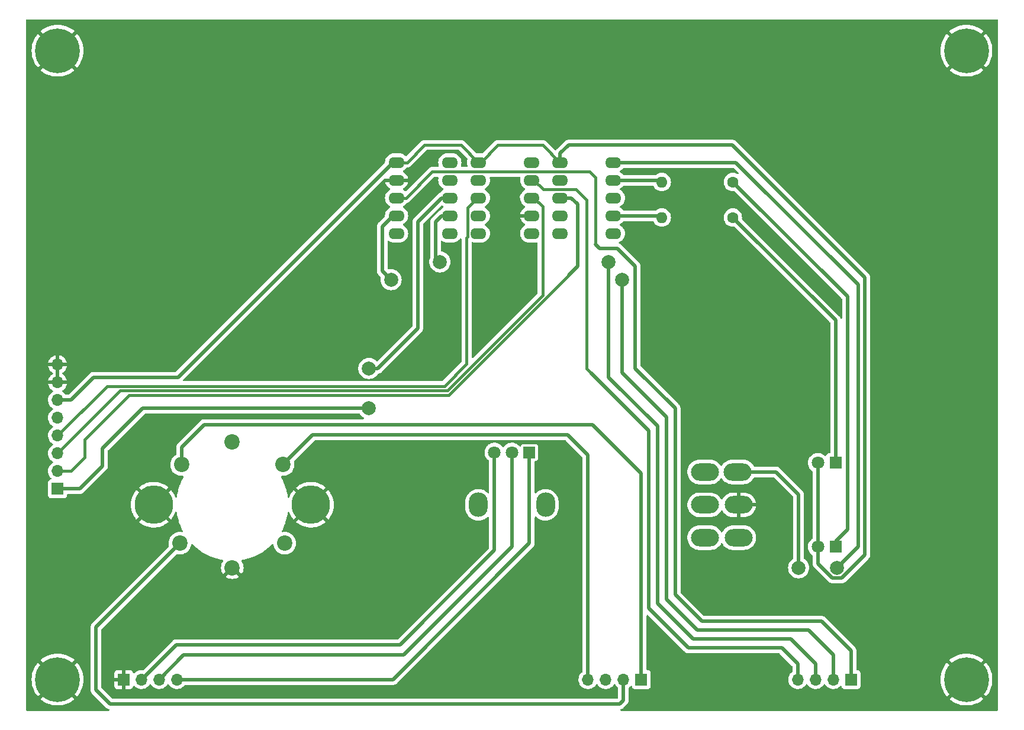
<source format=gbr>
%TF.GenerationSoftware,KiCad,Pcbnew,(6.0.4-0)*%
%TF.CreationDate,2024-04-20T10:36:54+10:00*%
%TF.ProjectId,support PCB,73757070-6f72-4742-9050-43422e6b6963,rev?*%
%TF.SameCoordinates,Original*%
%TF.FileFunction,Copper,L2,Bot*%
%TF.FilePolarity,Positive*%
%FSLAX46Y46*%
G04 Gerber Fmt 4.6, Leading zero omitted, Abs format (unit mm)*
G04 Created by KiCad (PCBNEW (6.0.4-0)) date 2024-04-20 10:36:54*
%MOMM*%
%LPD*%
G01*
G04 APERTURE LIST*
%TA.AperFunction,ComponentPad*%
%ADD10C,0.800000*%
%TD*%
%TA.AperFunction,ComponentPad*%
%ADD11C,6.400000*%
%TD*%
%TA.AperFunction,ComponentPad*%
%ADD12C,2.200000*%
%TD*%
%TA.AperFunction,ComponentPad*%
%ADD13C,5.500000*%
%TD*%
%TA.AperFunction,ComponentPad*%
%ADD14O,2.300000X1.600000*%
%TD*%
%TA.AperFunction,ComponentPad*%
%ADD15O,4.000000X2.500000*%
%TD*%
%TA.AperFunction,ComponentPad*%
%ADD16O,2.720000X3.500000*%
%TD*%
%TA.AperFunction,ComponentPad*%
%ADD17R,1.800000X1.800000*%
%TD*%
%TA.AperFunction,ComponentPad*%
%ADD18C,1.800000*%
%TD*%
%TA.AperFunction,ComponentPad*%
%ADD19O,1.600000X1.600000*%
%TD*%
%TA.AperFunction,ComponentPad*%
%ADD20C,1.600000*%
%TD*%
%TA.AperFunction,ComponentPad*%
%ADD21O,1.700000X1.700000*%
%TD*%
%TA.AperFunction,ComponentPad*%
%ADD22R,1.700000X1.700000*%
%TD*%
%TA.AperFunction,ViaPad*%
%ADD23C,2.000000*%
%TD*%
%TA.AperFunction,Conductor*%
%ADD24C,0.400000*%
%TD*%
%TA.AperFunction,Conductor*%
%ADD25C,0.500000*%
%TD*%
G04 APERTURE END LIST*
D10*
%TO.P,H4,1*%
%TO.N,GND*%
X66697056Y-133302944D03*
X65000000Y-132600000D03*
X63302944Y-133302944D03*
X62600000Y-135000000D03*
X63302944Y-136697056D03*
X65000000Y-137400000D03*
X66697056Y-136697056D03*
X67400000Y-135000000D03*
D11*
X65000000Y-135000000D03*
%TD*%
D10*
%TO.P,H3,1*%
%TO.N,GND*%
X196697056Y-133302944D03*
X195000000Y-132600000D03*
X193302944Y-133302944D03*
X192600000Y-135000000D03*
X193302944Y-136697056D03*
X195000000Y-137400000D03*
X196697056Y-136697056D03*
X197400000Y-135000000D03*
D11*
X195000000Y-135000000D03*
%TD*%
D10*
%TO.P,H2,1*%
%TO.N,GND*%
X196697056Y-43302944D03*
X195000000Y-42600000D03*
X193302944Y-43302944D03*
X192600000Y-45000000D03*
X193302944Y-46697056D03*
X195000000Y-47400000D03*
X196697056Y-46697056D03*
X197400000Y-45000000D03*
D11*
X195000000Y-45000000D03*
%TD*%
D10*
%TO.P,H1,1*%
%TO.N,GND*%
X66697056Y-43302944D03*
X65000000Y-42600000D03*
X63302944Y-43302944D03*
X62600000Y-45000000D03*
X63302944Y-46697056D03*
X65000000Y-47400000D03*
X66697056Y-46697056D03*
X67400000Y-45000000D03*
D11*
X65000000Y-45000000D03*
%TD*%
D12*
%TO.P,J5,6*%
%TO.N,+5V*%
X90000000Y-101000000D03*
%TO.P,J5,5*%
%TO.N,~{FLAG_RESET}*%
X97250000Y-104250000D03*
%TO.P,J5,4*%
%TO.N,~{FLAG}*%
X97500000Y-115500000D03*
%TO.P,J5,3*%
%TO.N,GND*%
X90000000Y-119000000D03*
%TO.P,J5,2*%
%TO.N,~{DATA}*%
X82500000Y-115500000D03*
%TO.P,J5,1*%
%TO.N,~{CLOCK}*%
X82750000Y-104250000D03*
D13*
%TO.P,J5,0*%
%TO.N,GND*%
X101250000Y-110000000D03*
X78750000Y-110000000D03*
%TD*%
D14*
%TO.P,K3,10*%
%TO.N,Net-(K1-Pad10)*%
X144520000Y-61000000D03*
%TO.P,K3,9*%
%TO.N,Net-(K3-Pad9)*%
X144520000Y-63540000D03*
%TO.P,K3,8*%
%TO.N,Net-(K1-Pad10)*%
X144520000Y-66080000D03*
%TO.P,K3,7*%
%TO.N,Net-(K3-Pad7)*%
X144520000Y-68620000D03*
%TO.P,K3,6*%
%TO.N,N/C*%
X144520000Y-71160000D03*
%TO.P,K3,5*%
X136900000Y-71160000D03*
%TO.P,K3,4*%
%TO.N,GND*%
X136900000Y-68620000D03*
%TO.P,K3,3*%
%TO.N,~{RBI}*%
X136900000Y-66080000D03*
%TO.P,K3,2*%
%TO.N,Net-(K3-Pad2)*%
X136900000Y-63540000D03*
%TO.P,K3,1*%
%TO.N,+5V*%
X136900000Y-61000000D03*
%TD*%
%TO.P,K2,10*%
%TO.N,Net-(K1-Pad10)*%
X132820000Y-61000000D03*
%TO.P,K2,9*%
%TO.N,OH*%
X132820000Y-63540000D03*
%TO.P,K2,8*%
%TO.N,A2C*%
X132820000Y-66080000D03*
%TO.P,K2,7*%
%TO.N,GND*%
X132820000Y-68620000D03*
%TO.P,K2,6*%
%TO.N,N/C*%
X132820000Y-71160000D03*
%TO.P,K2,5*%
X125200000Y-71160000D03*
%TO.P,K2,4*%
%TO.N,OH*%
X125200000Y-68620000D03*
%TO.P,K2,3*%
%TO.N,A1C*%
X125200000Y-66080000D03*
%TO.P,K2,2*%
%TO.N,OG*%
X125200000Y-63540000D03*
%TO.P,K2,1*%
%TO.N,+5V*%
X125200000Y-61000000D03*
%TD*%
%TO.P,K1,10*%
%TO.N,Net-(K1-Pad10)*%
X121120000Y-61000000D03*
%TO.P,K1,9*%
%TO.N,OF*%
X121120000Y-63540000D03*
%TO.P,K1,8*%
%TO.N,A0C*%
X121120000Y-66080000D03*
%TO.P,K1,7*%
%TO.N,OG*%
X121120000Y-68620000D03*
%TO.P,K1,6*%
%TO.N,N/C*%
X121120000Y-71160000D03*
%TO.P,K1,5*%
X113500000Y-71160000D03*
%TO.P,K1,4*%
%TO.N,OF*%
X113500000Y-68620000D03*
%TO.P,K1,3*%
%TO.N,A2B*%
X113500000Y-66080000D03*
%TO.P,K1,2*%
%TO.N,GND*%
X113500000Y-63540000D03*
%TO.P,K1,1*%
%TO.N,+5V*%
X113500000Y-61000000D03*
%TD*%
D15*
%TO.P,SW1,6*%
%TO.N,N/C*%
X157600000Y-105300000D03*
%TO.P,SW1,5*%
X157600000Y-110000000D03*
%TO.P,SW1,4*%
X157600000Y-114700000D03*
%TO.P,SW1,3*%
%TO.N,Net-(K1-Pad10)*%
X162300000Y-105300000D03*
%TO.P,SW1,2*%
%TO.N,GND*%
X162400000Y-110000000D03*
%TO.P,SW1,1*%
%TO.N,Net-(SW1-Pad1)*%
X162400000Y-114700000D03*
%TD*%
D16*
%TO.P,RV1,0*%
%TO.N,N/C*%
X125200000Y-110000000D03*
X134800000Y-110000000D03*
D17*
%TO.P,RV1,1*%
%TO.N,Net-(J3-Pad4)*%
X132500000Y-102500000D03*
D18*
%TO.P,RV1,2*%
%TO.N,Net-(J3-Pad3)*%
X130000000Y-102500000D03*
%TO.P,RV1,3*%
%TO.N,Net-(J3-Pad2)*%
X127500000Y-102500000D03*
%TD*%
D19*
%TO.P,R2,2*%
%TO.N,Net-(K3-Pad7)*%
X151440000Y-68880000D03*
D20*
%TO.P,R2,1*%
%TO.N,Net-(D2-Pad1)*%
X161600000Y-68880000D03*
%TD*%
D19*
%TO.P,R1,2*%
%TO.N,Net-(K3-Pad9)*%
X151440000Y-63800000D03*
D20*
%TO.P,R1,1*%
%TO.N,Net-(D1-Pad1)*%
X161600000Y-63800000D03*
%TD*%
D21*
%TO.P,J4,4*%
%TO.N,~{FLAG_RESET}*%
X140880000Y-135000000D03*
%TO.P,J4,3*%
%TO.N,~{FLAG}*%
X143420000Y-135000000D03*
%TO.P,J4,2*%
%TO.N,~{DATA}*%
X145960000Y-135000000D03*
D22*
%TO.P,J4,1*%
%TO.N,~{CLOCK}*%
X148500000Y-135000000D03*
%TD*%
D21*
%TO.P,J3,4*%
%TO.N,Net-(J3-Pad4)*%
X82080000Y-135000000D03*
%TO.P,J3,3*%
%TO.N,Net-(J3-Pad3)*%
X79540000Y-135000000D03*
%TO.P,J3,2*%
%TO.N,Net-(J3-Pad2)*%
X77000000Y-135000000D03*
D22*
%TO.P,J3,1*%
%TO.N,GND*%
X74460000Y-135000000D03*
%TD*%
D21*
%TO.P,J2,8*%
%TO.N,GND*%
X65000000Y-89920000D03*
%TO.P,J2,7*%
X65000000Y-92460000D03*
%TO.P,J2,6*%
%TO.N,+5V*%
X65000000Y-95000000D03*
%TO.P,J2,5*%
X65000000Y-97540000D03*
%TO.P,J2,4*%
%TO.N,A1C*%
X65000000Y-100080000D03*
%TO.P,J2,3*%
%TO.N,A2C*%
X65000000Y-102620000D03*
%TO.P,J2,2*%
%TO.N,~{RBI}*%
X65000000Y-105160000D03*
D22*
%TO.P,J2,1*%
%TO.N,A0C*%
X65000000Y-107700000D03*
%TD*%
D21*
%TO.P,J1,4*%
%TO.N,OH*%
X170880000Y-135000000D03*
%TO.P,J1,3*%
%TO.N,OG*%
X173420000Y-135000000D03*
%TO.P,J1,2*%
%TO.N,OF*%
X175960000Y-135000000D03*
D22*
%TO.P,J1,1*%
%TO.N,A2B*%
X178500000Y-135000000D03*
%TD*%
D18*
%TO.P,D2,2*%
%TO.N,+5V*%
X173760000Y-104000000D03*
D17*
%TO.P,D2,1*%
%TO.N,Net-(D2-Pad1)*%
X176300000Y-104000000D03*
%TD*%
D18*
%TO.P,D1,2*%
%TO.N,+5V*%
X173760000Y-116000000D03*
D17*
%TO.P,D1,1*%
%TO.N,Net-(D1-Pad1)*%
X176300000Y-116000000D03*
%TD*%
D23*
%TO.N,OG*%
X143820000Y-75230000D03*
X119690000Y-75230000D03*
%TO.N,OF*%
X145725000Y-77770000D03*
X112705000Y-77770000D03*
%TO.N,A0C*%
X109530000Y-90470000D03*
X109530000Y-96185000D03*
%TO.N,Net-(K1-Pad10)*%
X176500000Y-119000000D03*
X171000000Y-119000000D03*
%TD*%
D24*
%TO.N,+5V*%
X113500000Y-61000000D02*
X115000000Y-61000000D01*
X115000000Y-61000000D02*
X117500000Y-58500000D01*
X122700000Y-58500000D02*
X125200000Y-61000000D01*
X117500000Y-58500000D02*
X122700000Y-58500000D01*
X125200000Y-61000000D02*
X125500000Y-61000000D01*
X125500000Y-61000000D02*
X128000000Y-58500000D01*
X134400000Y-58500000D02*
X136900000Y-61000000D01*
X128000000Y-58500000D02*
X134400000Y-58500000D01*
D25*
X113500000Y-61000000D02*
X112965000Y-61000000D01*
X112965000Y-61000000D02*
X82225000Y-91740000D01*
X82225000Y-91740000D02*
X70160000Y-91740000D01*
X66900000Y-95000000D02*
X65000000Y-95000000D01*
X70160000Y-91740000D02*
X66900000Y-95000000D01*
X173760000Y-104000000D02*
X173760000Y-116000000D01*
X136900000Y-61000000D02*
X136900000Y-59700000D01*
X161500000Y-58500000D02*
X180500000Y-77500000D01*
X173760000Y-118406004D02*
X173760000Y-116000000D01*
X136900000Y-59700000D02*
X138100000Y-58500000D01*
X175803998Y-120450002D02*
X173760000Y-118406004D01*
X138100000Y-58500000D02*
X161500000Y-58500000D01*
X180500000Y-77500000D02*
X180500000Y-117146004D01*
X177196002Y-120450002D02*
X175803998Y-120450002D01*
X180500000Y-117146004D02*
X177196002Y-120450002D01*
%TO.N,Net-(D1-Pad1)*%
X178000000Y-80200000D02*
X161600000Y-63800000D01*
X176300000Y-115200000D02*
X178000000Y-113500000D01*
X178000000Y-113500000D02*
X178000000Y-80200000D01*
X176300000Y-116000000D02*
X176300000Y-115200000D01*
%TO.N,Net-(D2-Pad1)*%
X176300000Y-83580000D02*
X161600000Y-68880000D01*
X176300000Y-104000000D02*
X176300000Y-83580000D01*
%TO.N,OH*%
X170880000Y-135000000D02*
X170880000Y-132770000D01*
X170880000Y-132770000D02*
X168585000Y-130475000D01*
X168585000Y-130475000D02*
X155250000Y-130475000D01*
X155250000Y-130475000D02*
X149535000Y-124760000D01*
X149535000Y-124760000D02*
X149535000Y-99360000D01*
X149535000Y-99360000D02*
X141280000Y-91105000D01*
D24*
X133145020Y-63540000D02*
X134485010Y-64879990D01*
X132820000Y-63540000D02*
X133145020Y-63540000D01*
X138930010Y-64879990D02*
X139184990Y-64879990D01*
X134485010Y-64879990D02*
X138930010Y-64879990D01*
X139184990Y-64879990D02*
X140645000Y-66340000D01*
X140645000Y-90470000D02*
X141280000Y-91105000D01*
X140645000Y-66340000D02*
X140645000Y-90470000D01*
D25*
%TO.N,OG*%
X119690000Y-75230000D02*
X119055000Y-74595000D01*
X119950000Y-68620000D02*
X119055000Y-69515000D01*
X121120000Y-68620000D02*
X119950000Y-68620000D01*
X119055000Y-74595000D02*
X119055000Y-69515000D01*
X169855000Y-129205000D02*
X173420000Y-132770000D01*
X150805000Y-124125000D02*
X155885000Y-129205000D01*
X155885000Y-129205000D02*
X169855000Y-129205000D01*
X150805000Y-98725000D02*
X150805000Y-124125000D01*
X143820000Y-91740000D02*
X150805000Y-98725000D01*
X173420000Y-132770000D02*
X173420000Y-135000000D01*
X143820000Y-75230000D02*
X143820000Y-91740000D01*
%TO.N,OF*%
X175960000Y-135000000D02*
X175960000Y-131500000D01*
X175960000Y-131500000D02*
X172395000Y-127935000D01*
X172395000Y-127935000D02*
X156520000Y-127935000D01*
X156520000Y-127935000D02*
X152075000Y-123490000D01*
X152075000Y-123490000D02*
X152075000Y-97455000D01*
X152075000Y-97455000D02*
X145725000Y-91105000D01*
X145725000Y-91105000D02*
X145725000Y-77770000D01*
X112705000Y-77770000D02*
X111435000Y-76500000D01*
X112965000Y-68620000D02*
X111435000Y-70150000D01*
X113500000Y-68620000D02*
X112965000Y-68620000D01*
X111435000Y-76500000D02*
X111435000Y-70150000D01*
D24*
%TO.N,A2B*%
X113500000Y-66080000D02*
X114870000Y-66080000D01*
X118610010Y-62339990D02*
X141089990Y-62339990D01*
X114870000Y-66080000D02*
X118610010Y-62339990D01*
X141089990Y-62339990D02*
X141915000Y-63165000D01*
D25*
X145090000Y-73325000D02*
X142550000Y-73325000D01*
X153345000Y-96185000D02*
X147630000Y-90470000D01*
X178500000Y-130865000D02*
X174300000Y-126665000D01*
X174300000Y-126665000D02*
X157155000Y-126665000D01*
X142550000Y-73325000D02*
X141915000Y-72690000D01*
X147630000Y-75865000D02*
X145090000Y-73325000D01*
X178500000Y-135000000D02*
X178500000Y-130865000D01*
X147630000Y-90470000D02*
X147630000Y-75865000D01*
X153345000Y-122855000D02*
X153345000Y-96185000D01*
D24*
X141915000Y-63165000D02*
X141915000Y-72690000D01*
D25*
X157155000Y-126665000D02*
X153345000Y-122855000D01*
%TO.N,GND*%
X65000000Y-92460000D02*
X65000000Y-89920000D01*
D24*
%TO.N,A1C*%
X72070000Y-93010000D02*
X65000000Y-100080000D01*
X120325000Y-93010000D02*
X72070000Y-93010000D01*
X123500000Y-89835000D02*
X120325000Y-93010000D01*
X123500000Y-71807050D02*
X123500000Y-89835000D01*
X123649990Y-67460010D02*
X123649990Y-71657060D01*
X123649990Y-71657060D02*
X123500000Y-71807050D01*
X125030000Y-66080000D02*
X123649990Y-67460010D01*
X125200000Y-66080000D02*
X125030000Y-66080000D01*
%TO.N,A2C*%
X132820000Y-66080000D02*
X131920000Y-66080000D01*
X131920000Y-66080000D02*
X131840000Y-66000000D01*
X120746458Y-93645000D02*
X73975000Y-93645000D01*
X73975000Y-93645000D02*
X65849999Y-101770001D01*
X132820000Y-66080000D02*
X133170000Y-66080000D01*
X133170000Y-66080000D02*
X134370000Y-67280000D01*
X134370000Y-67280000D02*
X134370000Y-80021458D01*
X134370000Y-80021458D02*
X120746458Y-93645000D01*
X65849999Y-101770001D02*
X65000000Y-102620000D01*
%TO.N,~{RBI}*%
X120960000Y-94280000D02*
X75240000Y-94280000D01*
X75240000Y-94280000D02*
X68890000Y-100630000D01*
X68890000Y-100630000D02*
X68890000Y-103170000D01*
X66900000Y-105160000D02*
X65000000Y-105160000D01*
X68890000Y-103170000D02*
X66900000Y-105160000D01*
D25*
X136900000Y-66080000D02*
X138480000Y-66080000D01*
D24*
X138105000Y-77135000D02*
X120960000Y-94280000D01*
D25*
X138480000Y-66080000D02*
X139375000Y-66975000D01*
X139375000Y-75865000D02*
X138105000Y-77135000D01*
X139375000Y-66975000D02*
X139375000Y-75865000D01*
%TO.N,A0C*%
X121120000Y-66080000D02*
X119950000Y-66080000D01*
X119950000Y-66080000D02*
X116515000Y-69515000D01*
X116515000Y-69515000D02*
X116515000Y-84755000D01*
X110800000Y-90470000D02*
X109530000Y-90470000D01*
X116515000Y-84755000D02*
X110800000Y-90470000D01*
X109530000Y-96185000D02*
X77145000Y-96185000D01*
X77145000Y-96185000D02*
X71430000Y-101900000D01*
X71430000Y-101900000D02*
X71430000Y-104440000D01*
X68170000Y-107700000D02*
X65000000Y-107700000D01*
X71430000Y-104440000D02*
X68170000Y-107700000D01*
%TO.N,Net-(J3-Pad3)*%
X130000000Y-102500000D02*
X130000000Y-116000000D01*
X130000000Y-116000000D02*
X114500000Y-131500000D01*
X83040000Y-131500000D02*
X79540000Y-135000000D01*
X114500000Y-131500000D02*
X83040000Y-131500000D01*
%TO.N,Net-(J3-Pad2)*%
X127500000Y-102500000D02*
X127500000Y-116500000D01*
X127500000Y-116500000D02*
X114000000Y-130000000D01*
X114000000Y-130000000D02*
X82000000Y-130000000D01*
X77000000Y-135000000D02*
X82000000Y-130000000D01*
%TO.N,~{FLAG_RESET}*%
X140880000Y-135000000D02*
X140880000Y-102880000D01*
X140880000Y-102880000D02*
X138000000Y-100000000D01*
X101500000Y-100000000D02*
X97250000Y-104250000D01*
X138000000Y-100000000D02*
X101500000Y-100000000D01*
%TO.N,~{DATA}*%
X145960000Y-135000000D02*
X145960000Y-137960000D01*
X145960000Y-137960000D02*
X145420000Y-138500000D01*
X145420000Y-138500000D02*
X72500000Y-138500000D01*
X72500000Y-138500000D02*
X70500000Y-136500000D01*
X70500000Y-127500000D02*
X82500000Y-115500000D01*
X70500000Y-136500000D02*
X70500000Y-127500000D01*
%TO.N,~{CLOCK}*%
X148500000Y-135000000D02*
X148500000Y-105500000D01*
X148500000Y-105500000D02*
X141500000Y-98500000D01*
X141500000Y-98500000D02*
X86000000Y-98500000D01*
X82750000Y-101750000D02*
X82750000Y-104250000D01*
X86000000Y-98500000D02*
X82750000Y-101750000D01*
%TO.N,Net-(K3-Pad9)*%
X151180000Y-63540000D02*
X151440000Y-63800000D01*
X144520000Y-63540000D02*
X151180000Y-63540000D01*
%TO.N,Net-(J3-Pad4)*%
X113000000Y-135000000D02*
X82080000Y-135000000D01*
X132500000Y-115500000D02*
X113000000Y-135000000D01*
X132500000Y-102500000D02*
X132500000Y-115500000D01*
%TO.N,Net-(K1-Pad10)*%
X144520000Y-61000000D02*
X162000000Y-61000000D01*
X162000000Y-61000000D02*
X179500000Y-78500000D01*
X179500000Y-78500000D02*
X179500000Y-116000000D01*
X179500000Y-116000000D02*
X177500000Y-118000000D01*
X177500000Y-118000000D02*
X176500000Y-119000000D01*
X171000000Y-119000000D02*
X171000000Y-108500000D01*
X167800000Y-105300000D02*
X162300000Y-105300000D01*
X171000000Y-108500000D02*
X167800000Y-105300000D01*
%TO.N,Net-(K3-Pad7)*%
X151180000Y-68620000D02*
X151440000Y-68880000D01*
X144520000Y-68620000D02*
X151180000Y-68620000D01*
%TD*%
%TA.AperFunction,Conductor*%
%TO.N,GND*%
G36*
X199433621Y-40528502D02*
G01*
X199480114Y-40582158D01*
X199491500Y-40634500D01*
X199491500Y-139365500D01*
X199471498Y-139433621D01*
X199417842Y-139480114D01*
X199365500Y-139491500D01*
X145622263Y-139491500D01*
X145554142Y-139471498D01*
X145507649Y-139417842D01*
X145497545Y-139347568D01*
X145527039Y-139282988D01*
X145592085Y-139243601D01*
X145595681Y-139243182D01*
X145603189Y-139240457D01*
X145613833Y-139236593D01*
X145664327Y-139218265D01*
X145668455Y-139216848D01*
X145730936Y-139196607D01*
X145730938Y-139196606D01*
X145737899Y-139194351D01*
X145744154Y-139190555D01*
X145749628Y-139188049D01*
X145755058Y-139185330D01*
X145761937Y-139182833D01*
X145768058Y-139178820D01*
X145822976Y-139142814D01*
X145826680Y-139140477D01*
X145889107Y-139102595D01*
X145897484Y-139095197D01*
X145897508Y-139095224D01*
X145900500Y-139092571D01*
X145903733Y-139089868D01*
X145909852Y-139085856D01*
X145963128Y-139029617D01*
X145965506Y-139027175D01*
X146448911Y-138543770D01*
X146463323Y-138531384D01*
X146474918Y-138522851D01*
X146474923Y-138522846D01*
X146480818Y-138518508D01*
X146485557Y-138512930D01*
X146485560Y-138512927D01*
X146515035Y-138478232D01*
X146521965Y-138470716D01*
X146527660Y-138465021D01*
X146545281Y-138442749D01*
X146548072Y-138439345D01*
X146590591Y-138389297D01*
X146590592Y-138389295D01*
X146595333Y-138383715D01*
X146598661Y-138377199D01*
X146602028Y-138372150D01*
X146605195Y-138367021D01*
X146609734Y-138361284D01*
X146640655Y-138295125D01*
X146642561Y-138291225D01*
X146675769Y-138226192D01*
X146677508Y-138219084D01*
X146679607Y-138213441D01*
X146681524Y-138207678D01*
X146684622Y-138201050D01*
X146699487Y-138129583D01*
X146700457Y-138125299D01*
X146716473Y-138059845D01*
X146717808Y-138054390D01*
X146718500Y-138043236D01*
X146718536Y-138043238D01*
X146718775Y-138039245D01*
X146719149Y-138035053D01*
X146720640Y-138027885D01*
X146718546Y-137950479D01*
X146718500Y-137947072D01*
X146718500Y-137797386D01*
X192567759Y-137797386D01*
X192575216Y-137807753D01*
X192814935Y-138001874D01*
X192820272Y-138005751D01*
X193140685Y-138213830D01*
X193146394Y-138217127D01*
X193486811Y-138390578D01*
X193492836Y-138393260D01*
X193849502Y-138530171D01*
X193855784Y-138532212D01*
X194224816Y-138631094D01*
X194231266Y-138632465D01*
X194608629Y-138692234D01*
X194615167Y-138692920D01*
X194996699Y-138712916D01*
X195003301Y-138712916D01*
X195384833Y-138692920D01*
X195391371Y-138692234D01*
X195768734Y-138632465D01*
X195775184Y-138631094D01*
X196144216Y-138532212D01*
X196150498Y-138530171D01*
X196507164Y-138393260D01*
X196513189Y-138390578D01*
X196853606Y-138217127D01*
X196859315Y-138213830D01*
X197179728Y-138005751D01*
X197185065Y-138001874D01*
X197423835Y-137808522D01*
X197432300Y-137796267D01*
X197425966Y-137785176D01*
X195012812Y-135372022D01*
X194998868Y-135364408D01*
X194997035Y-135364539D01*
X194990420Y-135368790D01*
X192574900Y-137784310D01*
X192567759Y-137797386D01*
X146718500Y-137797386D01*
X146718500Y-136192632D01*
X146738502Y-136124511D01*
X146771331Y-136090054D01*
X146839860Y-136041173D01*
X146948091Y-135933319D01*
X147010462Y-135899404D01*
X147081268Y-135904592D01*
X147138030Y-135947238D01*
X147155012Y-135978341D01*
X147199385Y-136096705D01*
X147286739Y-136213261D01*
X147403295Y-136300615D01*
X147539684Y-136351745D01*
X147601866Y-136358500D01*
X149398134Y-136358500D01*
X149460316Y-136351745D01*
X149596705Y-136300615D01*
X149713261Y-136213261D01*
X149800615Y-136096705D01*
X149851745Y-135960316D01*
X149858500Y-135898134D01*
X149858500Y-134101866D01*
X149851745Y-134039684D01*
X149800615Y-133903295D01*
X149713261Y-133786739D01*
X149596705Y-133699385D01*
X149460316Y-133648255D01*
X149398134Y-133641500D01*
X149384500Y-133641500D01*
X149316379Y-133621498D01*
X149269886Y-133567842D01*
X149258500Y-133515500D01*
X149258500Y-125860371D01*
X149278502Y-125792250D01*
X149332158Y-125745757D01*
X149402432Y-125735653D01*
X149467012Y-125765147D01*
X149473595Y-125771276D01*
X154666230Y-130963911D01*
X154678616Y-130978323D01*
X154687149Y-130989918D01*
X154687154Y-130989923D01*
X154691492Y-130995818D01*
X154697070Y-131000557D01*
X154697073Y-131000560D01*
X154731768Y-131030035D01*
X154739284Y-131036965D01*
X154744980Y-131042661D01*
X154747841Y-131044924D01*
X154747846Y-131044929D01*
X154767266Y-131060293D01*
X154770667Y-131063082D01*
X154810629Y-131097032D01*
X154826285Y-131110333D01*
X154832805Y-131113662D01*
X154837852Y-131117028D01*
X154842976Y-131120193D01*
X154848717Y-131124735D01*
X154855348Y-131127834D01*
X154855351Y-131127836D01*
X154914830Y-131155634D01*
X154918782Y-131157565D01*
X154966833Y-131182101D01*
X154983808Y-131190769D01*
X154990914Y-131192508D01*
X154996564Y-131194609D01*
X155002321Y-131196524D01*
X155008950Y-131199622D01*
X155080435Y-131214491D01*
X155084701Y-131215457D01*
X155155610Y-131232808D01*
X155161212Y-131233156D01*
X155161215Y-131233156D01*
X155166764Y-131233500D01*
X155166762Y-131233535D01*
X155170734Y-131233775D01*
X155174955Y-131234152D01*
X155182115Y-131235641D01*
X155259542Y-131233546D01*
X155262950Y-131233500D01*
X168218629Y-131233500D01*
X168286750Y-131253502D01*
X168307724Y-131270405D01*
X170084595Y-133047276D01*
X170118621Y-133109588D01*
X170121500Y-133136371D01*
X170121500Y-133807655D01*
X170101498Y-133875776D01*
X170071153Y-133908415D01*
X169979100Y-133977530D01*
X169974965Y-133980635D01*
X169935525Y-134021907D01*
X169881280Y-134078671D01*
X169820629Y-134142138D01*
X169694743Y-134326680D01*
X169600688Y-134529305D01*
X169540989Y-134744570D01*
X169517251Y-134966695D01*
X169517548Y-134971848D01*
X169517548Y-134971851D01*
X169519910Y-135012812D01*
X169530110Y-135189715D01*
X169531247Y-135194761D01*
X169531248Y-135194767D01*
X169545606Y-135258475D01*
X169579222Y-135407639D01*
X169628752Y-135529617D01*
X169656876Y-135598878D01*
X169663266Y-135614616D01*
X169700685Y-135675678D01*
X169777291Y-135800688D01*
X169779987Y-135805088D01*
X169926250Y-135973938D01*
X170098126Y-136116632D01*
X170291000Y-136229338D01*
X170499692Y-136309030D01*
X170504760Y-136310061D01*
X170504763Y-136310062D01*
X170612017Y-136331883D01*
X170718597Y-136353567D01*
X170723772Y-136353757D01*
X170723774Y-136353757D01*
X170936673Y-136361564D01*
X170936677Y-136361564D01*
X170941837Y-136361753D01*
X170946957Y-136361097D01*
X170946959Y-136361097D01*
X171158288Y-136334025D01*
X171158289Y-136334025D01*
X171163416Y-136333368D01*
X171168366Y-136331883D01*
X171372429Y-136270661D01*
X171372434Y-136270659D01*
X171377384Y-136269174D01*
X171577994Y-136170896D01*
X171759860Y-136041173D01*
X171918096Y-135883489D01*
X171977594Y-135800689D01*
X172048453Y-135702077D01*
X172049776Y-135703028D01*
X172096645Y-135659857D01*
X172166580Y-135647625D01*
X172232026Y-135675144D01*
X172259875Y-135706994D01*
X172319987Y-135805088D01*
X172466250Y-135973938D01*
X172638126Y-136116632D01*
X172831000Y-136229338D01*
X173039692Y-136309030D01*
X173044760Y-136310061D01*
X173044763Y-136310062D01*
X173152017Y-136331883D01*
X173258597Y-136353567D01*
X173263772Y-136353757D01*
X173263774Y-136353757D01*
X173476673Y-136361564D01*
X173476677Y-136361564D01*
X173481837Y-136361753D01*
X173486957Y-136361097D01*
X173486959Y-136361097D01*
X173698288Y-136334025D01*
X173698289Y-136334025D01*
X173703416Y-136333368D01*
X173708366Y-136331883D01*
X173912429Y-136270661D01*
X173912434Y-136270659D01*
X173917384Y-136269174D01*
X174117994Y-136170896D01*
X174299860Y-136041173D01*
X174458096Y-135883489D01*
X174517594Y-135800689D01*
X174588453Y-135702077D01*
X174589776Y-135703028D01*
X174636645Y-135659857D01*
X174706580Y-135647625D01*
X174772026Y-135675144D01*
X174799875Y-135706994D01*
X174859987Y-135805088D01*
X175006250Y-135973938D01*
X175178126Y-136116632D01*
X175371000Y-136229338D01*
X175579692Y-136309030D01*
X175584760Y-136310061D01*
X175584763Y-136310062D01*
X175692017Y-136331883D01*
X175798597Y-136353567D01*
X175803772Y-136353757D01*
X175803774Y-136353757D01*
X176016673Y-136361564D01*
X176016677Y-136361564D01*
X176021837Y-136361753D01*
X176026957Y-136361097D01*
X176026959Y-136361097D01*
X176238288Y-136334025D01*
X176238289Y-136334025D01*
X176243416Y-136333368D01*
X176248366Y-136331883D01*
X176452429Y-136270661D01*
X176452434Y-136270659D01*
X176457384Y-136269174D01*
X176657994Y-136170896D01*
X176839860Y-136041173D01*
X176948091Y-135933319D01*
X177010462Y-135899404D01*
X177081268Y-135904592D01*
X177138030Y-135947238D01*
X177155012Y-135978341D01*
X177199385Y-136096705D01*
X177286739Y-136213261D01*
X177403295Y-136300615D01*
X177539684Y-136351745D01*
X177601866Y-136358500D01*
X179398134Y-136358500D01*
X179460316Y-136351745D01*
X179596705Y-136300615D01*
X179713261Y-136213261D01*
X179800615Y-136096705D01*
X179851745Y-135960316D01*
X179858500Y-135898134D01*
X179858500Y-135003301D01*
X191287084Y-135003301D01*
X191307080Y-135384833D01*
X191307766Y-135391371D01*
X191367535Y-135768734D01*
X191368906Y-135775184D01*
X191467788Y-136144216D01*
X191469829Y-136150498D01*
X191606740Y-136507164D01*
X191609422Y-136513189D01*
X191782872Y-136853603D01*
X191786169Y-136859313D01*
X191994253Y-137179735D01*
X191998123Y-137185061D01*
X192191478Y-137423835D01*
X192203733Y-137432300D01*
X192214824Y-137425966D01*
X194627978Y-135012812D01*
X194634356Y-135001132D01*
X195364408Y-135001132D01*
X195364539Y-135002965D01*
X195368790Y-135009580D01*
X197784310Y-137425100D01*
X197797386Y-137432241D01*
X197807753Y-137424784D01*
X198001877Y-137185061D01*
X198005747Y-137179735D01*
X198213831Y-136859313D01*
X198217128Y-136853603D01*
X198390578Y-136513189D01*
X198393260Y-136507164D01*
X198530171Y-136150498D01*
X198532212Y-136144216D01*
X198631094Y-135775184D01*
X198632465Y-135768734D01*
X198692234Y-135391371D01*
X198692920Y-135384833D01*
X198712916Y-135003301D01*
X198712916Y-134996699D01*
X198692920Y-134615167D01*
X198692234Y-134608629D01*
X198632465Y-134231266D01*
X198631094Y-134224816D01*
X198532212Y-133855784D01*
X198530171Y-133849502D01*
X198393260Y-133492836D01*
X198390578Y-133486811D01*
X198217128Y-133146397D01*
X198213831Y-133140687D01*
X198005747Y-132820265D01*
X198001877Y-132814939D01*
X197808522Y-132576165D01*
X197796267Y-132567700D01*
X197785176Y-132574034D01*
X195372022Y-134987188D01*
X195364408Y-135001132D01*
X194634356Y-135001132D01*
X194635592Y-134998868D01*
X194635461Y-134997035D01*
X194631210Y-134990420D01*
X192215690Y-132574900D01*
X192202614Y-132567759D01*
X192192247Y-132575216D01*
X191998123Y-132814939D01*
X191994253Y-132820265D01*
X191786169Y-133140687D01*
X191782872Y-133146397D01*
X191609422Y-133486811D01*
X191606740Y-133492836D01*
X191469829Y-133849502D01*
X191467788Y-133855784D01*
X191368906Y-134224816D01*
X191367535Y-134231266D01*
X191307766Y-134608629D01*
X191307080Y-134615167D01*
X191287084Y-134996699D01*
X191287084Y-135003301D01*
X179858500Y-135003301D01*
X179858500Y-134101866D01*
X179851745Y-134039684D01*
X179800615Y-133903295D01*
X179713261Y-133786739D01*
X179596705Y-133699385D01*
X179460316Y-133648255D01*
X179398134Y-133641500D01*
X179384500Y-133641500D01*
X179316379Y-133621498D01*
X179269886Y-133567842D01*
X179258500Y-133515500D01*
X179258500Y-132203733D01*
X192567700Y-132203733D01*
X192574034Y-132214824D01*
X194987188Y-134627978D01*
X195001132Y-134635592D01*
X195002965Y-134635461D01*
X195009580Y-134631210D01*
X197425100Y-132215690D01*
X197432241Y-132202614D01*
X197424784Y-132192247D01*
X197185065Y-131998126D01*
X197179728Y-131994249D01*
X196859315Y-131786170D01*
X196853606Y-131782873D01*
X196513189Y-131609422D01*
X196507164Y-131606740D01*
X196150498Y-131469829D01*
X196144216Y-131467788D01*
X195775184Y-131368906D01*
X195768734Y-131367535D01*
X195391371Y-131307766D01*
X195384833Y-131307080D01*
X195003301Y-131287084D01*
X194996699Y-131287084D01*
X194615167Y-131307080D01*
X194608629Y-131307766D01*
X194231266Y-131367535D01*
X194224816Y-131368906D01*
X193855784Y-131467788D01*
X193849502Y-131469829D01*
X193492836Y-131606740D01*
X193486811Y-131609422D01*
X193146397Y-131782872D01*
X193140687Y-131786169D01*
X192820265Y-131994253D01*
X192814939Y-131998123D01*
X192576165Y-132191478D01*
X192567700Y-132203733D01*
X179258500Y-132203733D01*
X179258500Y-130932070D01*
X179259933Y-130913120D01*
X179262099Y-130898885D01*
X179262099Y-130898881D01*
X179263199Y-130891651D01*
X179258915Y-130838982D01*
X179258500Y-130828767D01*
X179258500Y-130820707D01*
X179255209Y-130792480D01*
X179254778Y-130788121D01*
X179252603Y-130761379D01*
X179248860Y-130715364D01*
X179246605Y-130708403D01*
X179245418Y-130702463D01*
X179244029Y-130696588D01*
X179243182Y-130689319D01*
X179218264Y-130620670D01*
X179216847Y-130616542D01*
X179196607Y-130554064D01*
X179196606Y-130554062D01*
X179194351Y-130547101D01*
X179190555Y-130540846D01*
X179188049Y-130535372D01*
X179185330Y-130529942D01*
X179182833Y-130523063D01*
X179142814Y-130462024D01*
X179140467Y-130458305D01*
X179102595Y-130395893D01*
X179095197Y-130387516D01*
X179095224Y-130387492D01*
X179092571Y-130384500D01*
X179089868Y-130381267D01*
X179085856Y-130375148D01*
X179029617Y-130321872D01*
X179027175Y-130319494D01*
X174883770Y-126176089D01*
X174871384Y-126161677D01*
X174862851Y-126150082D01*
X174862846Y-126150077D01*
X174858508Y-126144182D01*
X174852930Y-126139443D01*
X174852927Y-126139440D01*
X174818232Y-126109965D01*
X174810716Y-126103035D01*
X174805021Y-126097340D01*
X174798880Y-126092482D01*
X174782749Y-126079719D01*
X174779345Y-126076928D01*
X174729297Y-126034409D01*
X174729295Y-126034408D01*
X174723715Y-126029667D01*
X174717199Y-126026339D01*
X174712150Y-126022972D01*
X174707021Y-126019805D01*
X174701284Y-126015266D01*
X174635125Y-125984345D01*
X174631225Y-125982439D01*
X174566192Y-125949231D01*
X174559084Y-125947492D01*
X174553441Y-125945393D01*
X174547678Y-125943476D01*
X174541050Y-125940378D01*
X174469583Y-125925513D01*
X174465299Y-125924543D01*
X174394390Y-125907192D01*
X174388788Y-125906844D01*
X174388785Y-125906844D01*
X174383236Y-125906500D01*
X174383238Y-125906464D01*
X174379245Y-125906225D01*
X174375053Y-125905851D01*
X174367885Y-125904360D01*
X174301675Y-125906151D01*
X174290479Y-125906454D01*
X174287072Y-125906500D01*
X157521371Y-125906500D01*
X157453250Y-125886498D01*
X157432276Y-125869595D01*
X154140405Y-122577724D01*
X154106379Y-122515412D01*
X154103500Y-122488629D01*
X154103500Y-114807655D01*
X155089858Y-114807655D01*
X155125104Y-115066638D01*
X155126412Y-115071124D01*
X155126412Y-115071126D01*
X155144630Y-115133629D01*
X155198243Y-115317567D01*
X155307668Y-115554928D01*
X155310231Y-115558837D01*
X155448410Y-115769596D01*
X155448414Y-115769601D01*
X155450976Y-115773509D01*
X155532304Y-115864629D01*
X155611825Y-115953724D01*
X155625018Y-115968506D01*
X155825970Y-116135637D01*
X155829973Y-116138066D01*
X156045422Y-116268804D01*
X156045426Y-116268806D01*
X156049419Y-116271229D01*
X156290455Y-116372303D01*
X156543783Y-116436641D01*
X156548434Y-116437109D01*
X156548438Y-116437110D01*
X156713436Y-116453724D01*
X156760867Y-116458500D01*
X158416354Y-116458500D01*
X158418679Y-116458327D01*
X158418685Y-116458327D01*
X158606000Y-116444407D01*
X158606004Y-116444406D01*
X158610652Y-116444061D01*
X158615200Y-116443032D01*
X158615206Y-116443031D01*
X158801601Y-116400853D01*
X158865577Y-116386377D01*
X158901769Y-116372303D01*
X159104824Y-116293340D01*
X159104827Y-116293339D01*
X159109177Y-116291647D01*
X159336098Y-116161951D01*
X159541357Y-116000138D01*
X159720443Y-115809763D01*
X159862974Y-115604307D01*
X159866759Y-115598851D01*
X159866761Y-115598848D01*
X159869424Y-115595009D01*
X159872494Y-115588785D01*
X159885751Y-115561901D01*
X159933819Y-115509652D01*
X160002505Y-115491685D01*
X160070000Y-115513704D01*
X160107558Y-115555000D01*
X160107668Y-115554928D01*
X160110228Y-115558833D01*
X160110231Y-115558838D01*
X160248410Y-115769596D01*
X160248414Y-115769601D01*
X160250976Y-115773509D01*
X160332304Y-115864629D01*
X160411825Y-115953724D01*
X160425018Y-115968506D01*
X160625970Y-116135637D01*
X160629973Y-116138066D01*
X160845422Y-116268804D01*
X160845426Y-116268806D01*
X160849419Y-116271229D01*
X161090455Y-116372303D01*
X161343783Y-116436641D01*
X161348434Y-116437109D01*
X161348438Y-116437110D01*
X161513436Y-116453724D01*
X161560867Y-116458500D01*
X163216354Y-116458500D01*
X163218679Y-116458327D01*
X163218685Y-116458327D01*
X163406000Y-116444407D01*
X163406004Y-116444406D01*
X163410652Y-116444061D01*
X163415200Y-116443032D01*
X163415206Y-116443031D01*
X163601601Y-116400853D01*
X163665577Y-116386377D01*
X163701769Y-116372303D01*
X163904824Y-116293340D01*
X163904827Y-116293339D01*
X163909177Y-116291647D01*
X164136098Y-116161951D01*
X164341357Y-116000138D01*
X164520443Y-115809763D01*
X164662974Y-115604307D01*
X164666759Y-115598851D01*
X164666761Y-115598848D01*
X164669424Y-115595009D01*
X164671492Y-115590816D01*
X164782960Y-115364781D01*
X164782961Y-115364778D01*
X164785025Y-115360593D01*
X164798571Y-115318277D01*
X164863280Y-115116123D01*
X164864707Y-115111665D01*
X164906721Y-114853693D01*
X164909437Y-114646233D01*
X164910081Y-114597022D01*
X164910081Y-114597019D01*
X164910142Y-114592345D01*
X164874896Y-114333362D01*
X164860473Y-114283877D01*
X164853902Y-114261336D01*
X164801757Y-114082433D01*
X164793707Y-114064970D01*
X164770364Y-114014337D01*
X164692332Y-113845072D01*
X164616509Y-113729422D01*
X164551590Y-113630404D01*
X164551586Y-113630399D01*
X164549024Y-113626491D01*
X164374982Y-113431494D01*
X164174030Y-113264363D01*
X164104053Y-113221900D01*
X163954578Y-113131196D01*
X163954574Y-113131194D01*
X163950581Y-113128771D01*
X163709545Y-113027697D01*
X163456217Y-112963359D01*
X163451566Y-112962891D01*
X163451562Y-112962890D01*
X163242271Y-112941816D01*
X163239133Y-112941500D01*
X161583646Y-112941500D01*
X161581321Y-112941673D01*
X161581315Y-112941673D01*
X161394000Y-112955593D01*
X161393996Y-112955594D01*
X161389348Y-112955939D01*
X161384800Y-112956968D01*
X161384794Y-112956969D01*
X161198399Y-112999147D01*
X161134423Y-113013623D01*
X161130071Y-113015315D01*
X161130069Y-113015316D01*
X160895176Y-113106660D01*
X160895173Y-113106661D01*
X160890823Y-113108353D01*
X160663902Y-113238049D01*
X160458643Y-113399862D01*
X160279557Y-113590237D01*
X160230442Y-113661036D01*
X160134761Y-113798959D01*
X160130576Y-113804991D01*
X160128510Y-113809181D01*
X160128508Y-113809184D01*
X160114249Y-113838099D01*
X160066181Y-113890348D01*
X159997495Y-113908315D01*
X159930000Y-113886296D01*
X159892442Y-113845000D01*
X159892332Y-113845072D01*
X159891877Y-113844378D01*
X159889772Y-113841167D01*
X159889769Y-113841162D01*
X159751590Y-113630404D01*
X159751586Y-113630399D01*
X159749024Y-113626491D01*
X159574982Y-113431494D01*
X159374030Y-113264363D01*
X159304053Y-113221900D01*
X159154578Y-113131196D01*
X159154574Y-113131194D01*
X159150581Y-113128771D01*
X158909545Y-113027697D01*
X158656217Y-112963359D01*
X158651566Y-112962891D01*
X158651562Y-112962890D01*
X158442271Y-112941816D01*
X158439133Y-112941500D01*
X156783646Y-112941500D01*
X156781321Y-112941673D01*
X156781315Y-112941673D01*
X156594000Y-112955593D01*
X156593996Y-112955594D01*
X156589348Y-112955939D01*
X156584800Y-112956968D01*
X156584794Y-112956969D01*
X156398399Y-112999147D01*
X156334423Y-113013623D01*
X156330071Y-113015315D01*
X156330069Y-113015316D01*
X156095176Y-113106660D01*
X156095173Y-113106661D01*
X156090823Y-113108353D01*
X155863902Y-113238049D01*
X155658643Y-113399862D01*
X155479557Y-113590237D01*
X155430442Y-113661036D01*
X155334761Y-113798959D01*
X155330576Y-113804991D01*
X155328510Y-113809181D01*
X155328508Y-113809184D01*
X155280002Y-113907546D01*
X155214975Y-114039407D01*
X155213553Y-114043850D01*
X155213552Y-114043852D01*
X155166101Y-114192090D01*
X155135293Y-114288335D01*
X155093279Y-114546307D01*
X155092683Y-114591869D01*
X155090384Y-114767498D01*
X155089858Y-114807655D01*
X154103500Y-114807655D01*
X154103500Y-110107655D01*
X155089858Y-110107655D01*
X155125104Y-110366638D01*
X155198243Y-110617567D01*
X155307668Y-110854928D01*
X155331031Y-110890562D01*
X155448410Y-111069596D01*
X155448414Y-111069601D01*
X155450976Y-111073509D01*
X155625018Y-111268506D01*
X155825970Y-111435637D01*
X155829973Y-111438066D01*
X156045422Y-111568804D01*
X156045426Y-111568806D01*
X156049419Y-111571229D01*
X156290455Y-111672303D01*
X156543783Y-111736641D01*
X156548434Y-111737109D01*
X156548438Y-111737110D01*
X156739307Y-111756329D01*
X156760867Y-111758500D01*
X158416354Y-111758500D01*
X158418679Y-111758327D01*
X158418685Y-111758327D01*
X158606000Y-111744407D01*
X158606004Y-111744406D01*
X158610652Y-111744061D01*
X158615200Y-111743032D01*
X158615206Y-111743031D01*
X158803870Y-111700340D01*
X158865577Y-111686377D01*
X158869931Y-111684684D01*
X159104824Y-111593340D01*
X159104827Y-111593339D01*
X159109177Y-111591647D01*
X159114024Y-111588877D01*
X159193196Y-111543626D01*
X159336098Y-111461951D01*
X159541357Y-111300138D01*
X159720443Y-111109763D01*
X159869424Y-110895009D01*
X159886022Y-110861352D01*
X159934089Y-110809104D01*
X160002774Y-110791137D01*
X160070270Y-110813156D01*
X160108064Y-110854713D01*
X160108107Y-110854685D01*
X160108284Y-110854955D01*
X160109227Y-110855992D01*
X160110667Y-110858590D01*
X160248808Y-111069291D01*
X160254491Y-111076696D01*
X160422249Y-111264654D01*
X160428965Y-111271139D01*
X160622666Y-111432239D01*
X160630258Y-111437654D01*
X160845646Y-111568354D01*
X160853963Y-111572592D01*
X161086299Y-111670019D01*
X161095149Y-111672980D01*
X161339331Y-111734994D01*
X161348528Y-111736616D01*
X161557753Y-111757684D01*
X161564045Y-111758000D01*
X162127885Y-111758000D01*
X162143124Y-111753525D01*
X162144329Y-111752135D01*
X162146000Y-111744452D01*
X162146000Y-111739885D01*
X162654000Y-111739885D01*
X162658475Y-111755124D01*
X162659865Y-111756329D01*
X162667548Y-111758000D01*
X163213998Y-111758000D01*
X163218673Y-111757827D01*
X163405926Y-111743912D01*
X163415132Y-111742536D01*
X163660874Y-111686929D01*
X163669785Y-111684205D01*
X163904608Y-111592888D01*
X163913017Y-111588877D01*
X164131760Y-111463854D01*
X164139486Y-111458643D01*
X164337350Y-111302659D01*
X164344218Y-111296366D01*
X164516848Y-111112856D01*
X164522722Y-111105602D01*
X164666327Y-110898597D01*
X164671060Y-110890562D01*
X164782495Y-110664593D01*
X164785983Y-110655960D01*
X164862793Y-110416006D01*
X164864973Y-110406924D01*
X164886967Y-110271880D01*
X164885271Y-110258286D01*
X164871161Y-110254000D01*
X162672115Y-110254000D01*
X162656876Y-110258475D01*
X162655671Y-110259865D01*
X162654000Y-110267548D01*
X162654000Y-111739885D01*
X162146000Y-111739885D01*
X162146000Y-109727885D01*
X162654000Y-109727885D01*
X162658475Y-109743124D01*
X162659865Y-109744329D01*
X162667548Y-109746000D01*
X164871606Y-109746000D01*
X164885290Y-109741982D01*
X164887311Y-109728290D01*
X164875036Y-109638096D01*
X164873098Y-109628978D01*
X164802596Y-109387098D01*
X164799333Y-109378367D01*
X164693849Y-109149558D01*
X164689330Y-109141406D01*
X164551192Y-108930709D01*
X164545509Y-108923304D01*
X164377751Y-108735346D01*
X164371035Y-108728861D01*
X164177334Y-108567761D01*
X164169742Y-108562346D01*
X163954354Y-108431646D01*
X163946037Y-108427408D01*
X163713701Y-108329981D01*
X163704851Y-108327020D01*
X163460669Y-108265006D01*
X163451472Y-108263384D01*
X163242247Y-108242316D01*
X163235955Y-108242000D01*
X162672115Y-108242000D01*
X162656876Y-108246475D01*
X162655671Y-108247865D01*
X162654000Y-108255548D01*
X162654000Y-109727885D01*
X162146000Y-109727885D01*
X162146000Y-108260115D01*
X162141525Y-108244876D01*
X162140135Y-108243671D01*
X162132452Y-108242000D01*
X161586002Y-108242000D01*
X161581327Y-108242173D01*
X161394074Y-108256088D01*
X161384868Y-108257464D01*
X161139126Y-108313071D01*
X161130215Y-108315795D01*
X160895392Y-108407112D01*
X160886983Y-108411123D01*
X160668240Y-108536146D01*
X160660514Y-108541357D01*
X160462650Y-108697341D01*
X160455782Y-108703634D01*
X160283152Y-108887144D01*
X160277278Y-108894398D01*
X160133673Y-109101403D01*
X160128940Y-109109438D01*
X160114544Y-109138631D01*
X160066476Y-109190880D01*
X159997791Y-109208847D01*
X159930295Y-109186828D01*
X159892345Y-109145100D01*
X159892332Y-109145072D01*
X159888109Y-109138631D01*
X159751590Y-108930404D01*
X159751586Y-108930399D01*
X159749024Y-108926491D01*
X159574982Y-108731494D01*
X159374030Y-108564363D01*
X159323805Y-108533886D01*
X159154578Y-108431196D01*
X159154574Y-108431194D01*
X159150581Y-108428771D01*
X158909545Y-108327697D01*
X158656217Y-108263359D01*
X158651566Y-108262891D01*
X158651562Y-108262890D01*
X158447237Y-108242316D01*
X158439133Y-108241500D01*
X156783646Y-108241500D01*
X156781321Y-108241673D01*
X156781315Y-108241673D01*
X156594000Y-108255593D01*
X156593996Y-108255594D01*
X156589348Y-108255939D01*
X156584800Y-108256968D01*
X156584794Y-108256969D01*
X156415734Y-108295224D01*
X156334423Y-108313623D01*
X156330071Y-108315315D01*
X156330069Y-108315316D01*
X156095176Y-108406660D01*
X156095173Y-108406661D01*
X156090823Y-108408353D01*
X156086769Y-108410670D01*
X156086767Y-108410671D01*
X156050856Y-108431196D01*
X155863902Y-108538049D01*
X155658643Y-108699862D01*
X155479557Y-108890237D01*
X155406721Y-108995229D01*
X155366923Y-109052598D01*
X155330576Y-109104991D01*
X155328510Y-109109181D01*
X155328508Y-109109184D01*
X155290219Y-109186828D01*
X155214975Y-109339407D01*
X155213553Y-109343850D01*
X155213552Y-109343852D01*
X155160999Y-109508029D01*
X155135293Y-109588335D01*
X155093279Y-109846307D01*
X155089858Y-110107655D01*
X154103500Y-110107655D01*
X154103500Y-105407655D01*
X155089858Y-105407655D01*
X155125104Y-105666638D01*
X155126412Y-105671124D01*
X155126412Y-105671126D01*
X155131771Y-105689511D01*
X155198243Y-105917567D01*
X155307668Y-106154928D01*
X155310231Y-106158837D01*
X155448410Y-106369596D01*
X155448414Y-106369601D01*
X155450976Y-106373509D01*
X155625018Y-106568506D01*
X155825970Y-106735637D01*
X155829973Y-106738066D01*
X156045422Y-106868804D01*
X156045426Y-106868806D01*
X156049419Y-106871229D01*
X156290455Y-106972303D01*
X156543783Y-107036641D01*
X156548434Y-107037109D01*
X156548438Y-107037110D01*
X156741308Y-107056531D01*
X156760867Y-107058500D01*
X158416354Y-107058500D01*
X158418679Y-107058327D01*
X158418685Y-107058327D01*
X158606000Y-107044407D01*
X158606004Y-107044406D01*
X158610652Y-107044061D01*
X158615200Y-107043032D01*
X158615206Y-107043031D01*
X158813800Y-106998093D01*
X158865577Y-106986377D01*
X158901769Y-106972303D01*
X159104824Y-106893340D01*
X159104827Y-106893339D01*
X159109177Y-106891647D01*
X159336098Y-106761951D01*
X159541357Y-106600138D01*
X159720443Y-106409763D01*
X159847532Y-106226566D01*
X159902794Y-106181997D01*
X159973381Y-106174380D01*
X160036880Y-106206134D01*
X160056429Y-106229301D01*
X160083815Y-106271071D01*
X160148410Y-106369596D01*
X160148414Y-106369601D01*
X160150976Y-106373509D01*
X160325018Y-106568506D01*
X160525970Y-106735637D01*
X160529973Y-106738066D01*
X160745422Y-106868804D01*
X160745426Y-106868806D01*
X160749419Y-106871229D01*
X160990455Y-106972303D01*
X161243783Y-107036641D01*
X161248434Y-107037109D01*
X161248438Y-107037110D01*
X161441308Y-107056531D01*
X161460867Y-107058500D01*
X163116354Y-107058500D01*
X163118679Y-107058327D01*
X163118685Y-107058327D01*
X163306000Y-107044407D01*
X163306004Y-107044406D01*
X163310652Y-107044061D01*
X163315200Y-107043032D01*
X163315206Y-107043031D01*
X163513800Y-106998093D01*
X163565577Y-106986377D01*
X163601769Y-106972303D01*
X163804824Y-106893340D01*
X163804827Y-106893339D01*
X163809177Y-106891647D01*
X164036098Y-106761951D01*
X164241357Y-106600138D01*
X164420443Y-106409763D01*
X164569424Y-106195009D01*
X164571488Y-106190825D01*
X164571492Y-106190817D01*
X164602089Y-106128772D01*
X164650157Y-106076523D01*
X164715095Y-106058500D01*
X167433629Y-106058500D01*
X167501750Y-106078502D01*
X167522724Y-106095405D01*
X170204595Y-108777276D01*
X170238621Y-108839588D01*
X170241500Y-108866371D01*
X170241500Y-117625035D01*
X170221498Y-117693156D01*
X170181337Y-117732466D01*
X170110584Y-117775824D01*
X169930031Y-117930031D01*
X169775824Y-118110584D01*
X169773245Y-118114792D01*
X169773241Y-118114798D01*
X169764705Y-118128728D01*
X169651760Y-118313037D01*
X169649867Y-118317607D01*
X169649865Y-118317611D01*
X169580340Y-118485461D01*
X169560895Y-118532406D01*
X169552214Y-118568564D01*
X169508029Y-118752610D01*
X169505465Y-118763289D01*
X169486835Y-119000000D01*
X169505465Y-119236711D01*
X169506619Y-119241518D01*
X169506620Y-119241524D01*
X169536122Y-119364408D01*
X169560895Y-119467594D01*
X169651760Y-119686963D01*
X169654346Y-119691183D01*
X169773241Y-119885202D01*
X169773245Y-119885208D01*
X169775824Y-119889416D01*
X169930031Y-120069969D01*
X170110584Y-120224176D01*
X170114792Y-120226755D01*
X170114798Y-120226759D01*
X170255596Y-120313040D01*
X170313037Y-120348240D01*
X170317607Y-120350133D01*
X170317611Y-120350135D01*
X170527833Y-120437211D01*
X170532406Y-120439105D01*
X170612609Y-120458360D01*
X170758476Y-120493380D01*
X170758482Y-120493381D01*
X170763289Y-120494535D01*
X171000000Y-120513165D01*
X171236711Y-120494535D01*
X171241518Y-120493381D01*
X171241524Y-120493380D01*
X171387391Y-120458360D01*
X171467594Y-120439105D01*
X171472167Y-120437211D01*
X171682389Y-120350135D01*
X171682393Y-120350133D01*
X171686963Y-120348240D01*
X171744404Y-120313040D01*
X171885202Y-120226759D01*
X171885208Y-120226755D01*
X171889416Y-120224176D01*
X172069969Y-120069969D01*
X172224176Y-119889416D01*
X172226755Y-119885208D01*
X172226759Y-119885202D01*
X172345654Y-119691183D01*
X172348240Y-119686963D01*
X172439105Y-119467594D01*
X172463878Y-119364408D01*
X172493380Y-119241524D01*
X172493381Y-119241518D01*
X172494535Y-119236711D01*
X172513165Y-119000000D01*
X172494535Y-118763289D01*
X172491972Y-118752610D01*
X172447786Y-118568564D01*
X172439105Y-118532406D01*
X172419660Y-118485461D01*
X172350135Y-118317611D01*
X172350133Y-118317607D01*
X172348240Y-118313037D01*
X172235295Y-118128728D01*
X172226759Y-118114798D01*
X172226755Y-118114792D01*
X172224176Y-118110584D01*
X172069969Y-117930031D01*
X171889416Y-117775824D01*
X171818664Y-117732467D01*
X171771033Y-117679819D01*
X171758500Y-117625035D01*
X171758500Y-108567063D01*
X171759933Y-108548114D01*
X171761464Y-108538049D01*
X171763198Y-108526651D01*
X171758915Y-108473990D01*
X171758500Y-108463777D01*
X171758500Y-108455707D01*
X171758078Y-108452087D01*
X171758077Y-108452069D01*
X171755208Y-108427461D01*
X171754775Y-108423086D01*
X171749454Y-108357661D01*
X171749453Y-108357658D01*
X171748860Y-108350363D01*
X171746604Y-108343399D01*
X171745413Y-108337440D01*
X171744029Y-108331585D01*
X171743182Y-108324319D01*
X171718265Y-108255673D01*
X171716848Y-108251545D01*
X171696607Y-108189064D01*
X171696606Y-108189062D01*
X171694351Y-108182101D01*
X171690555Y-108175846D01*
X171688049Y-108170372D01*
X171685330Y-108164942D01*
X171682833Y-108158063D01*
X171642809Y-108097016D01*
X171640472Y-108093312D01*
X171605509Y-108035693D01*
X171605505Y-108035688D01*
X171602595Y-108030892D01*
X171595197Y-108022516D01*
X171595223Y-108022493D01*
X171592574Y-108019503D01*
X171589866Y-108016264D01*
X171585856Y-108010148D01*
X171580549Y-108005121D01*
X171580546Y-108005117D01*
X171529617Y-107956872D01*
X171527175Y-107954494D01*
X168383770Y-104811089D01*
X168371384Y-104796677D01*
X168362851Y-104785082D01*
X168362846Y-104785077D01*
X168358508Y-104779182D01*
X168352930Y-104774443D01*
X168352927Y-104774440D01*
X168318232Y-104744965D01*
X168310716Y-104738035D01*
X168305021Y-104732340D01*
X168298880Y-104727482D01*
X168282749Y-104714719D01*
X168279345Y-104711928D01*
X168229297Y-104669409D01*
X168229295Y-104669408D01*
X168223715Y-104664667D01*
X168217199Y-104661339D01*
X168212150Y-104657972D01*
X168207021Y-104654805D01*
X168201284Y-104650266D01*
X168135125Y-104619345D01*
X168131225Y-104617439D01*
X168111661Y-104607449D01*
X168066192Y-104584231D01*
X168059084Y-104582492D01*
X168053441Y-104580393D01*
X168047678Y-104578476D01*
X168041050Y-104575378D01*
X167969583Y-104560513D01*
X167965299Y-104559543D01*
X167894390Y-104542192D01*
X167888788Y-104541844D01*
X167888785Y-104541844D01*
X167883236Y-104541500D01*
X167883238Y-104541464D01*
X167879245Y-104541225D01*
X167875053Y-104540851D01*
X167867885Y-104539360D01*
X167801675Y-104541151D01*
X167790479Y-104541454D01*
X167787072Y-104541500D01*
X164717444Y-104541500D01*
X164649323Y-104521498D01*
X164603019Y-104468252D01*
X164594293Y-104449324D01*
X164594288Y-104449315D01*
X164592332Y-104445072D01*
X164515758Y-104328277D01*
X164451590Y-104230404D01*
X164451586Y-104230399D01*
X164449024Y-104226491D01*
X164274982Y-104031494D01*
X164074030Y-103864363D01*
X163952960Y-103790896D01*
X163854578Y-103731196D01*
X163854574Y-103731194D01*
X163850581Y-103728771D01*
X163609545Y-103627697D01*
X163356217Y-103563359D01*
X163351566Y-103562891D01*
X163351562Y-103562890D01*
X163142271Y-103541816D01*
X163139133Y-103541500D01*
X161483646Y-103541500D01*
X161481321Y-103541673D01*
X161481315Y-103541673D01*
X161294000Y-103555593D01*
X161293996Y-103555594D01*
X161289348Y-103555939D01*
X161284800Y-103556968D01*
X161284794Y-103556969D01*
X161115482Y-103595281D01*
X161034423Y-103613623D01*
X161030071Y-103615315D01*
X161030069Y-103615316D01*
X160795176Y-103706660D01*
X160795173Y-103706661D01*
X160790823Y-103708353D01*
X160786769Y-103710670D01*
X160786767Y-103710671D01*
X160723492Y-103746836D01*
X160563902Y-103838049D01*
X160358643Y-103999862D01*
X160179557Y-104190237D01*
X160054366Y-104370698D01*
X160052469Y-104373433D01*
X159997206Y-104418003D01*
X159926619Y-104425620D01*
X159863120Y-104393866D01*
X159843570Y-104370698D01*
X159751590Y-104230404D01*
X159751586Y-104230399D01*
X159749024Y-104226491D01*
X159574982Y-104031494D01*
X159374030Y-103864363D01*
X159252960Y-103790896D01*
X159154578Y-103731196D01*
X159154574Y-103731194D01*
X159150581Y-103728771D01*
X158909545Y-103627697D01*
X158656217Y-103563359D01*
X158651566Y-103562891D01*
X158651562Y-103562890D01*
X158442271Y-103541816D01*
X158439133Y-103541500D01*
X156783646Y-103541500D01*
X156781321Y-103541673D01*
X156781315Y-103541673D01*
X156594000Y-103555593D01*
X156593996Y-103555594D01*
X156589348Y-103555939D01*
X156584800Y-103556968D01*
X156584794Y-103556969D01*
X156415482Y-103595281D01*
X156334423Y-103613623D01*
X156330071Y-103615315D01*
X156330069Y-103615316D01*
X156095176Y-103706660D01*
X156095173Y-103706661D01*
X156090823Y-103708353D01*
X156086769Y-103710670D01*
X156086767Y-103710671D01*
X156023492Y-103746836D01*
X155863902Y-103838049D01*
X155658643Y-103999862D01*
X155479557Y-104190237D01*
X155441518Y-104245070D01*
X155334296Y-104399629D01*
X155330576Y-104404991D01*
X155328510Y-104409181D01*
X155328508Y-104409184D01*
X155224856Y-104619371D01*
X155214975Y-104639407D01*
X155213553Y-104643850D01*
X155213552Y-104643852D01*
X155151206Y-104838622D01*
X155135293Y-104888335D01*
X155093279Y-105146307D01*
X155092548Y-105202135D01*
X155089972Y-105398971D01*
X155089858Y-105407655D01*
X154103500Y-105407655D01*
X154103500Y-96252070D01*
X154104933Y-96233120D01*
X154107099Y-96218885D01*
X154107099Y-96218881D01*
X154108199Y-96211651D01*
X154106433Y-96189930D01*
X154103915Y-96158982D01*
X154103500Y-96148767D01*
X154103500Y-96140707D01*
X154100209Y-96112480D01*
X154099778Y-96108121D01*
X154094454Y-96042662D01*
X154094453Y-96042659D01*
X154093860Y-96035364D01*
X154091604Y-96028400D01*
X154090417Y-96022461D01*
X154089030Y-96016590D01*
X154088182Y-96009319D01*
X154085686Y-96002443D01*
X154085684Y-96002434D01*
X154063275Y-95940702D01*
X154061865Y-95936598D01*
X154039352Y-95867101D01*
X154035556Y-95860846D01*
X154033057Y-95855387D01*
X154030329Y-95849939D01*
X154027833Y-95843063D01*
X153987805Y-95782010D01*
X153985481Y-95778327D01*
X153978806Y-95767326D01*
X153947595Y-95715893D01*
X153940198Y-95707517D01*
X153940225Y-95707493D01*
X153937570Y-95704499D01*
X153934868Y-95701268D01*
X153930856Y-95695148D01*
X153874617Y-95641872D01*
X153872175Y-95639494D01*
X148425405Y-90192724D01*
X148391379Y-90130412D01*
X148388500Y-90103629D01*
X148388500Y-75932063D01*
X148389933Y-75913114D01*
X148392097Y-75898886D01*
X148393198Y-75891651D01*
X148388915Y-75838990D01*
X148388500Y-75828777D01*
X148388500Y-75820707D01*
X148388078Y-75817087D01*
X148388077Y-75817069D01*
X148385208Y-75792461D01*
X148384775Y-75788086D01*
X148379454Y-75722661D01*
X148379453Y-75722658D01*
X148378860Y-75715363D01*
X148376604Y-75708399D01*
X148375413Y-75702440D01*
X148374029Y-75696585D01*
X148373182Y-75689319D01*
X148348265Y-75620673D01*
X148346848Y-75616545D01*
X148326607Y-75554064D01*
X148326606Y-75554062D01*
X148324351Y-75547101D01*
X148320555Y-75540846D01*
X148318049Y-75535372D01*
X148315330Y-75529942D01*
X148312833Y-75523063D01*
X148272809Y-75462016D01*
X148270472Y-75458312D01*
X148235509Y-75400693D01*
X148235505Y-75400688D01*
X148232595Y-75395892D01*
X148225197Y-75387516D01*
X148225223Y-75387493D01*
X148222574Y-75384503D01*
X148219866Y-75381264D01*
X148215856Y-75375148D01*
X148210549Y-75370121D01*
X148210546Y-75370117D01*
X148159617Y-75321872D01*
X148157175Y-75319494D01*
X145673770Y-72836089D01*
X145661384Y-72821677D01*
X145652851Y-72810082D01*
X145652846Y-72810077D01*
X145648508Y-72804182D01*
X145642930Y-72799443D01*
X145642927Y-72799440D01*
X145608232Y-72769965D01*
X145600716Y-72763035D01*
X145595021Y-72757340D01*
X145588880Y-72752482D01*
X145572749Y-72739719D01*
X145569345Y-72736928D01*
X145519297Y-72694409D01*
X145519295Y-72694408D01*
X145513715Y-72689667D01*
X145507199Y-72686339D01*
X145502150Y-72682972D01*
X145497021Y-72679805D01*
X145491284Y-72675266D01*
X145425125Y-72644345D01*
X145421225Y-72642439D01*
X145362710Y-72612559D01*
X145362708Y-72612558D01*
X145359111Y-72610722D01*
X145359109Y-72610720D01*
X145356192Y-72609231D01*
X145356447Y-72608732D01*
X145303564Y-72569221D01*
X145278691Y-72502724D01*
X145293718Y-72433336D01*
X145343874Y-72383087D01*
X145351113Y-72379423D01*
X145521758Y-72299851D01*
X145521764Y-72299847D01*
X145526749Y-72297523D01*
X145658941Y-72204961D01*
X145709789Y-72169357D01*
X145709792Y-72169355D01*
X145714300Y-72166198D01*
X145876198Y-72004300D01*
X146007523Y-71816749D01*
X146009846Y-71811767D01*
X146009849Y-71811762D01*
X146101961Y-71614225D01*
X146101961Y-71614224D01*
X146104284Y-71609243D01*
X146108470Y-71593623D01*
X146162119Y-71393402D01*
X146162119Y-71393400D01*
X146163543Y-71388087D01*
X146183498Y-71160000D01*
X146163543Y-70931913D01*
X146162119Y-70926598D01*
X146105707Y-70716067D01*
X146105706Y-70716065D01*
X146104284Y-70710757D01*
X146076474Y-70651118D01*
X146009849Y-70508238D01*
X146009846Y-70508233D01*
X146007523Y-70503251D01*
X145876198Y-70315700D01*
X145714300Y-70153802D01*
X145709792Y-70150645D01*
X145709789Y-70150643D01*
X145582072Y-70061215D01*
X145526749Y-70022477D01*
X145521767Y-70020154D01*
X145521762Y-70020151D01*
X145487543Y-70004195D01*
X145434258Y-69957278D01*
X145414797Y-69889001D01*
X145435339Y-69821041D01*
X145487543Y-69775805D01*
X145521762Y-69759849D01*
X145521767Y-69759846D01*
X145526749Y-69757523D01*
X145653198Y-69668982D01*
X145709789Y-69629357D01*
X145709792Y-69629355D01*
X145714300Y-69626198D01*
X145876198Y-69464300D01*
X145898655Y-69432229D01*
X145954110Y-69387901D01*
X146001867Y-69378500D01*
X150148414Y-69378500D01*
X150216535Y-69398502D01*
X150262609Y-69451251D01*
X150302477Y-69536749D01*
X150358056Y-69616124D01*
X150371738Y-69635663D01*
X150433802Y-69724300D01*
X150595700Y-69886198D01*
X150600208Y-69889355D01*
X150600211Y-69889357D01*
X150638423Y-69916113D01*
X150783251Y-70017523D01*
X150788233Y-70019846D01*
X150788238Y-70019849D01*
X150937461Y-70089432D01*
X150990757Y-70114284D01*
X150996065Y-70115706D01*
X150996067Y-70115707D01*
X151206598Y-70172119D01*
X151206600Y-70172119D01*
X151211913Y-70173543D01*
X151440000Y-70193498D01*
X151668087Y-70173543D01*
X151673400Y-70172119D01*
X151673402Y-70172119D01*
X151883933Y-70115707D01*
X151883935Y-70115706D01*
X151889243Y-70114284D01*
X151942539Y-70089432D01*
X152091762Y-70019849D01*
X152091767Y-70019846D01*
X152096749Y-70017523D01*
X152241577Y-69916113D01*
X152279789Y-69889357D01*
X152279792Y-69889355D01*
X152284300Y-69886198D01*
X152446198Y-69724300D01*
X152577523Y-69536749D01*
X152579847Y-69531765D01*
X152579849Y-69531762D01*
X152671961Y-69334225D01*
X152671961Y-69334224D01*
X152674284Y-69329243D01*
X152687181Y-69281113D01*
X152732119Y-69113402D01*
X152732119Y-69113400D01*
X152733543Y-69108087D01*
X152753498Y-68880000D01*
X152733543Y-68651913D01*
X152726459Y-68625475D01*
X152675707Y-68436067D01*
X152675706Y-68436065D01*
X152674284Y-68430757D01*
X152656171Y-68391913D01*
X152579849Y-68228238D01*
X152579846Y-68228233D01*
X152577523Y-68223251D01*
X152498992Y-68111097D01*
X152449357Y-68040211D01*
X152449355Y-68040208D01*
X152446198Y-68035700D01*
X152284300Y-67873802D01*
X152279792Y-67870645D01*
X152279789Y-67870643D01*
X152151098Y-67780533D01*
X152096749Y-67742477D01*
X152091767Y-67740154D01*
X152091762Y-67740151D01*
X151894225Y-67648039D01*
X151894224Y-67648039D01*
X151889243Y-67645716D01*
X151883935Y-67644294D01*
X151883933Y-67644293D01*
X151673402Y-67587881D01*
X151673400Y-67587881D01*
X151668087Y-67586457D01*
X151440000Y-67566502D01*
X151211913Y-67586457D01*
X151206600Y-67587881D01*
X151206598Y-67587881D01*
X150996067Y-67644293D01*
X150996065Y-67644294D01*
X150990757Y-67645716D01*
X150985776Y-67648039D01*
X150985775Y-67648039D01*
X150788238Y-67740151D01*
X150788233Y-67740154D01*
X150783251Y-67742477D01*
X150778744Y-67745633D01*
X150778742Y-67745634D01*
X150645812Y-67838713D01*
X150573541Y-67861500D01*
X146001867Y-67861500D01*
X145933746Y-67841498D01*
X145898655Y-67807772D01*
X145876198Y-67775700D01*
X145714300Y-67613802D01*
X145709792Y-67610645D01*
X145709789Y-67610643D01*
X145631611Y-67555902D01*
X145526749Y-67482477D01*
X145521767Y-67480154D01*
X145521762Y-67480151D01*
X145487543Y-67464195D01*
X145434258Y-67417278D01*
X145414797Y-67349001D01*
X145435339Y-67281041D01*
X145487543Y-67235805D01*
X145521762Y-67219849D01*
X145521767Y-67219846D01*
X145526749Y-67217523D01*
X145680653Y-67109758D01*
X145709789Y-67089357D01*
X145709793Y-67089354D01*
X145714300Y-67086198D01*
X145876198Y-66924300D01*
X145879358Y-66919788D01*
X145973618Y-66785170D01*
X146007523Y-66736749D01*
X146009846Y-66731767D01*
X146009849Y-66731762D01*
X146101961Y-66534225D01*
X146101961Y-66534224D01*
X146104284Y-66529243D01*
X146163543Y-66308087D01*
X146183498Y-66080000D01*
X146163543Y-65851913D01*
X146123614Y-65702898D01*
X146105707Y-65636067D01*
X146105706Y-65636065D01*
X146104284Y-65630757D01*
X146099882Y-65621316D01*
X146009849Y-65428238D01*
X146009846Y-65428233D01*
X146007523Y-65423251D01*
X145934098Y-65318389D01*
X145879357Y-65240211D01*
X145879355Y-65240208D01*
X145876198Y-65235700D01*
X145714300Y-65073802D01*
X145709792Y-65070645D01*
X145709789Y-65070643D01*
X145631611Y-65015902D01*
X145526749Y-64942477D01*
X145521767Y-64940154D01*
X145521762Y-64940151D01*
X145487543Y-64924195D01*
X145434258Y-64877278D01*
X145414797Y-64809001D01*
X145435339Y-64741041D01*
X145487543Y-64695805D01*
X145521762Y-64679849D01*
X145521767Y-64679846D01*
X145526749Y-64677523D01*
X145631611Y-64604098D01*
X145709789Y-64549357D01*
X145709792Y-64549355D01*
X145714300Y-64546198D01*
X145876198Y-64384300D01*
X145898655Y-64352229D01*
X145954110Y-64307901D01*
X146001867Y-64298500D01*
X150148414Y-64298500D01*
X150216535Y-64318502D01*
X150262609Y-64371251D01*
X150302477Y-64456749D01*
X150433802Y-64644300D01*
X150595700Y-64806198D01*
X150600208Y-64809355D01*
X150600211Y-64809357D01*
X150652137Y-64845716D01*
X150783251Y-64937523D01*
X150788233Y-64939846D01*
X150788238Y-64939849D01*
X150985775Y-65031961D01*
X150990757Y-65034284D01*
X150996065Y-65035706D01*
X150996067Y-65035707D01*
X151206598Y-65092119D01*
X151206600Y-65092119D01*
X151211913Y-65093543D01*
X151440000Y-65113498D01*
X151668087Y-65093543D01*
X151673400Y-65092119D01*
X151673402Y-65092119D01*
X151883933Y-65035707D01*
X151883935Y-65035706D01*
X151889243Y-65034284D01*
X151894225Y-65031961D01*
X152091762Y-64939849D01*
X152091767Y-64939846D01*
X152096749Y-64937523D01*
X152227863Y-64845716D01*
X152279789Y-64809357D01*
X152279792Y-64809355D01*
X152284300Y-64806198D01*
X152446198Y-64644300D01*
X152577523Y-64456749D01*
X152579847Y-64451765D01*
X152579849Y-64451762D01*
X152671961Y-64254225D01*
X152671961Y-64254224D01*
X152674284Y-64249243D01*
X152687762Y-64198945D01*
X152732119Y-64033402D01*
X152732119Y-64033400D01*
X152733543Y-64028087D01*
X152753498Y-63800000D01*
X152733543Y-63571913D01*
X152703146Y-63458471D01*
X152675707Y-63356067D01*
X152675706Y-63356065D01*
X152674284Y-63350757D01*
X152654702Y-63308762D01*
X152579849Y-63148238D01*
X152579846Y-63148233D01*
X152577523Y-63143251D01*
X152471905Y-62992413D01*
X152449357Y-62960211D01*
X152449355Y-62960208D01*
X152446198Y-62955700D01*
X152284300Y-62793802D01*
X152279792Y-62790645D01*
X152279789Y-62790643D01*
X152151098Y-62700533D01*
X152096749Y-62662477D01*
X152091767Y-62660154D01*
X152091762Y-62660151D01*
X151894225Y-62568039D01*
X151894224Y-62568039D01*
X151889243Y-62565716D01*
X151883935Y-62564294D01*
X151883933Y-62564293D01*
X151673402Y-62507881D01*
X151673400Y-62507881D01*
X151668087Y-62506457D01*
X151440000Y-62486502D01*
X151211913Y-62506457D01*
X151206600Y-62507881D01*
X151206598Y-62507881D01*
X150996067Y-62564293D01*
X150996065Y-62564294D01*
X150990757Y-62565716D01*
X150985776Y-62568039D01*
X150985775Y-62568039D01*
X150788238Y-62660151D01*
X150788233Y-62660154D01*
X150783251Y-62662477D01*
X150778744Y-62665633D01*
X150778742Y-62665634D01*
X150645812Y-62758713D01*
X150573541Y-62781500D01*
X146001867Y-62781500D01*
X145933746Y-62761498D01*
X145898655Y-62727772D01*
X145876198Y-62695700D01*
X145714300Y-62533802D01*
X145709792Y-62530645D01*
X145709789Y-62530643D01*
X145592032Y-62448189D01*
X145526749Y-62402477D01*
X145521767Y-62400154D01*
X145521762Y-62400151D01*
X145487543Y-62384195D01*
X145434258Y-62337278D01*
X145414797Y-62269001D01*
X145435339Y-62201041D01*
X145487543Y-62155805D01*
X145521762Y-62139849D01*
X145521767Y-62139846D01*
X145526749Y-62137523D01*
X145631611Y-62064098D01*
X145709789Y-62009357D01*
X145709792Y-62009355D01*
X145714300Y-62006198D01*
X145876198Y-61844300D01*
X145898655Y-61812229D01*
X145954110Y-61767901D01*
X146001867Y-61758500D01*
X161633629Y-61758500D01*
X161701750Y-61778502D01*
X161722724Y-61795405D01*
X162375508Y-62448189D01*
X162409534Y-62510501D01*
X162404469Y-62581316D01*
X162361922Y-62638152D01*
X162295402Y-62662963D01*
X162233164Y-62651479D01*
X162049243Y-62565716D01*
X162043935Y-62564294D01*
X162043933Y-62564293D01*
X161833402Y-62507881D01*
X161833400Y-62507881D01*
X161828087Y-62506457D01*
X161600000Y-62486502D01*
X161371913Y-62506457D01*
X161366600Y-62507881D01*
X161366598Y-62507881D01*
X161156067Y-62564293D01*
X161156065Y-62564294D01*
X161150757Y-62565716D01*
X161145776Y-62568039D01*
X161145775Y-62568039D01*
X160948238Y-62660151D01*
X160948233Y-62660154D01*
X160943251Y-62662477D01*
X160888902Y-62700533D01*
X160760211Y-62790643D01*
X160760208Y-62790645D01*
X160755700Y-62793802D01*
X160593802Y-62955700D01*
X160590645Y-62960208D01*
X160590643Y-62960211D01*
X160568095Y-62992413D01*
X160462477Y-63143251D01*
X160460154Y-63148233D01*
X160460151Y-63148238D01*
X160385298Y-63308762D01*
X160365716Y-63350757D01*
X160364294Y-63356065D01*
X160364293Y-63356067D01*
X160336854Y-63458471D01*
X160306457Y-63571913D01*
X160286502Y-63800000D01*
X160306457Y-64028087D01*
X160307881Y-64033400D01*
X160307881Y-64033402D01*
X160352239Y-64198945D01*
X160365716Y-64249243D01*
X160368039Y-64254224D01*
X160368039Y-64254225D01*
X160460151Y-64451762D01*
X160460153Y-64451765D01*
X160462477Y-64456749D01*
X160593802Y-64644300D01*
X160755700Y-64806198D01*
X160760208Y-64809355D01*
X160760211Y-64809357D01*
X160812137Y-64845716D01*
X160943251Y-64937523D01*
X160948233Y-64939846D01*
X160948238Y-64939849D01*
X161145775Y-65031961D01*
X161150757Y-65034284D01*
X161156065Y-65035706D01*
X161156067Y-65035707D01*
X161366598Y-65092119D01*
X161366600Y-65092119D01*
X161371913Y-65093543D01*
X161600000Y-65113498D01*
X161605475Y-65113019D01*
X161762913Y-65099245D01*
X161832518Y-65113234D01*
X161862990Y-65135671D01*
X177204595Y-80477276D01*
X177238621Y-80539588D01*
X177241500Y-80566371D01*
X177241500Y-83227226D01*
X177221498Y-83295347D01*
X177167842Y-83341840D01*
X177097568Y-83351944D01*
X177032988Y-83322450D01*
X177001481Y-83274887D01*
X176999656Y-83275723D01*
X176996606Y-83269061D01*
X176994351Y-83262101D01*
X176990555Y-83255846D01*
X176988049Y-83250372D01*
X176985330Y-83244942D01*
X176982833Y-83238063D01*
X176942809Y-83177016D01*
X176940472Y-83173312D01*
X176905509Y-83115693D01*
X176905505Y-83115688D01*
X176902595Y-83110892D01*
X176895197Y-83102516D01*
X176895223Y-83102493D01*
X176892574Y-83099503D01*
X176889866Y-83096264D01*
X176885856Y-83090148D01*
X176880549Y-83085121D01*
X176880546Y-83085117D01*
X176829617Y-83036872D01*
X176827175Y-83034494D01*
X162935671Y-69142990D01*
X162901645Y-69080678D01*
X162899245Y-69042913D01*
X162913019Y-68885475D01*
X162913498Y-68880000D01*
X162893543Y-68651913D01*
X162886459Y-68625475D01*
X162835707Y-68436067D01*
X162835706Y-68436065D01*
X162834284Y-68430757D01*
X162816171Y-68391913D01*
X162739849Y-68228238D01*
X162739846Y-68228233D01*
X162737523Y-68223251D01*
X162658992Y-68111097D01*
X162609357Y-68040211D01*
X162609355Y-68040208D01*
X162606198Y-68035700D01*
X162444300Y-67873802D01*
X162439792Y-67870645D01*
X162439789Y-67870643D01*
X162311098Y-67780533D01*
X162256749Y-67742477D01*
X162251767Y-67740154D01*
X162251762Y-67740151D01*
X162054225Y-67648039D01*
X162054224Y-67648039D01*
X162049243Y-67645716D01*
X162043935Y-67644294D01*
X162043933Y-67644293D01*
X161833402Y-67587881D01*
X161833400Y-67587881D01*
X161828087Y-67586457D01*
X161600000Y-67566502D01*
X161371913Y-67586457D01*
X161366600Y-67587881D01*
X161366598Y-67587881D01*
X161156067Y-67644293D01*
X161156065Y-67644294D01*
X161150757Y-67645716D01*
X161145776Y-67648039D01*
X161145775Y-67648039D01*
X160948238Y-67740151D01*
X160948233Y-67740154D01*
X160943251Y-67742477D01*
X160888902Y-67780533D01*
X160760211Y-67870643D01*
X160760208Y-67870645D01*
X160755700Y-67873802D01*
X160593802Y-68035700D01*
X160590645Y-68040208D01*
X160590643Y-68040211D01*
X160541008Y-68111097D01*
X160462477Y-68223251D01*
X160460154Y-68228233D01*
X160460151Y-68228238D01*
X160383829Y-68391913D01*
X160365716Y-68430757D01*
X160364294Y-68436065D01*
X160364293Y-68436067D01*
X160313541Y-68625475D01*
X160306457Y-68651913D01*
X160286502Y-68880000D01*
X160306457Y-69108087D01*
X160307881Y-69113400D01*
X160307881Y-69113402D01*
X160352820Y-69281113D01*
X160365716Y-69329243D01*
X160368039Y-69334224D01*
X160368039Y-69334225D01*
X160460151Y-69531762D01*
X160460153Y-69531765D01*
X160462477Y-69536749D01*
X160593802Y-69724300D01*
X160755700Y-69886198D01*
X160760208Y-69889355D01*
X160760211Y-69889357D01*
X160798423Y-69916113D01*
X160943251Y-70017523D01*
X160948233Y-70019846D01*
X160948238Y-70019849D01*
X161097461Y-70089432D01*
X161150757Y-70114284D01*
X161156065Y-70115706D01*
X161156067Y-70115707D01*
X161366598Y-70172119D01*
X161366600Y-70172119D01*
X161371913Y-70173543D01*
X161600000Y-70193498D01*
X161605475Y-70193019D01*
X161762913Y-70179245D01*
X161832518Y-70193234D01*
X161862990Y-70215671D01*
X175504595Y-83857276D01*
X175538621Y-83919588D01*
X175541500Y-83946371D01*
X175541500Y-102465500D01*
X175521498Y-102533621D01*
X175467842Y-102580114D01*
X175415500Y-102591500D01*
X175351866Y-102591500D01*
X175289684Y-102598255D01*
X175153295Y-102649385D01*
X175036739Y-102736739D01*
X174949385Y-102853295D01*
X174946233Y-102861704D01*
X174946232Y-102861705D01*
X174925538Y-102916906D01*
X174882897Y-102973671D01*
X174816335Y-102998371D01*
X174746986Y-102983164D01*
X174724167Y-102966666D01*
X174723887Y-102966358D01*
X174672297Y-102925615D01*
X174546177Y-102826011D01*
X174546172Y-102826008D01*
X174542123Y-102822810D01*
X174537607Y-102820317D01*
X174537604Y-102820315D01*
X174343879Y-102713373D01*
X174343875Y-102713371D01*
X174339355Y-102710876D01*
X174334486Y-102709152D01*
X174334482Y-102709150D01*
X174125903Y-102635288D01*
X174125899Y-102635287D01*
X174121028Y-102633562D01*
X174115935Y-102632655D01*
X174115932Y-102632654D01*
X173898095Y-102593851D01*
X173898089Y-102593850D01*
X173893006Y-102592945D01*
X173820096Y-102592054D01*
X173666581Y-102590179D01*
X173666579Y-102590179D01*
X173661411Y-102590116D01*
X173432464Y-102625150D01*
X173212314Y-102697106D01*
X173207726Y-102699494D01*
X173207722Y-102699496D01*
X173011461Y-102801663D01*
X173006872Y-102804052D01*
X173002739Y-102807155D01*
X173002736Y-102807157D01*
X172825790Y-102940012D01*
X172821655Y-102943117D01*
X172661639Y-103110564D01*
X172658725Y-103114836D01*
X172658724Y-103114837D01*
X172632481Y-103153308D01*
X172531119Y-103301899D01*
X172433602Y-103511981D01*
X172371707Y-103735169D01*
X172347095Y-103965469D01*
X172347392Y-103970622D01*
X172347392Y-103970625D01*
X172358302Y-104159848D01*
X172360427Y-104196697D01*
X172361564Y-104201743D01*
X172361565Y-104201749D01*
X172371328Y-104245070D01*
X172411346Y-104422642D01*
X172413288Y-104427424D01*
X172413289Y-104427428D01*
X172476960Y-104584231D01*
X172498484Y-104637237D01*
X172540740Y-104706192D01*
X172605021Y-104811089D01*
X172619501Y-104834719D01*
X172771147Y-105009784D01*
X172948517Y-105157039D01*
X172949349Y-105157730D01*
X172949206Y-105157902D01*
X172992101Y-105211570D01*
X173001500Y-105259321D01*
X173001500Y-114745127D01*
X172981498Y-114813248D01*
X172951154Y-114845886D01*
X172950857Y-114846109D01*
X172856565Y-114916906D01*
X172821655Y-114943117D01*
X172661639Y-115110564D01*
X172531119Y-115301899D01*
X172433602Y-115511981D01*
X172371707Y-115735169D01*
X172347095Y-115965469D01*
X172347392Y-115970622D01*
X172347392Y-115970625D01*
X172357161Y-116140056D01*
X172360427Y-116196697D01*
X172361564Y-116201743D01*
X172361565Y-116201749D01*
X172381825Y-116291647D01*
X172411346Y-116422642D01*
X172413288Y-116427424D01*
X172413289Y-116427428D01*
X172496540Y-116632450D01*
X172498484Y-116637237D01*
X172619501Y-116834719D01*
X172771147Y-117009784D01*
X172948517Y-117157039D01*
X172949349Y-117157730D01*
X172949206Y-117157902D01*
X172992101Y-117211570D01*
X173001500Y-117259321D01*
X173001500Y-118338934D01*
X173000067Y-118357884D01*
X172996801Y-118379353D01*
X172997394Y-118386645D01*
X172997394Y-118386648D01*
X173001085Y-118432022D01*
X173001500Y-118442237D01*
X173001500Y-118450297D01*
X173001925Y-118453941D01*
X173004789Y-118478511D01*
X173005222Y-118482886D01*
X173005432Y-118485461D01*
X173011140Y-118555641D01*
X173013396Y-118562605D01*
X173014587Y-118568564D01*
X173015971Y-118574419D01*
X173016818Y-118581685D01*
X173041735Y-118650331D01*
X173043152Y-118654459D01*
X173065649Y-118723903D01*
X173069445Y-118730158D01*
X173071951Y-118735632D01*
X173074670Y-118741062D01*
X173077167Y-118747941D01*
X173081180Y-118754061D01*
X173081180Y-118754062D01*
X173117186Y-118808980D01*
X173119523Y-118812684D01*
X173157405Y-118875111D01*
X173161121Y-118879319D01*
X173161122Y-118879320D01*
X173164803Y-118883488D01*
X173164776Y-118883512D01*
X173167429Y-118886504D01*
X173170132Y-118889737D01*
X173174144Y-118895856D01*
X173179456Y-118900888D01*
X173230383Y-118949132D01*
X173232825Y-118951510D01*
X175220228Y-120938913D01*
X175232614Y-120953325D01*
X175241147Y-120964920D01*
X175241152Y-120964925D01*
X175245490Y-120970820D01*
X175251068Y-120975559D01*
X175251071Y-120975562D01*
X175285766Y-121005037D01*
X175293282Y-121011967D01*
X175298978Y-121017663D01*
X175301839Y-121019926D01*
X175301844Y-121019931D01*
X175321264Y-121035295D01*
X175324665Y-121038084D01*
X175380283Y-121085335D01*
X175386796Y-121088661D01*
X175391835Y-121092022D01*
X175396977Y-121095198D01*
X175402714Y-121099736D01*
X175468873Y-121130657D01*
X175472767Y-121132560D01*
X175537806Y-121165771D01*
X175544915Y-121167510D01*
X175550549Y-121169606D01*
X175556319Y-121171525D01*
X175562948Y-121174624D01*
X175570111Y-121176114D01*
X175570114Y-121176115D01*
X175620828Y-121186663D01*
X175634433Y-121189493D01*
X175638699Y-121190459D01*
X175709608Y-121207810D01*
X175715210Y-121208158D01*
X175715213Y-121208158D01*
X175720762Y-121208502D01*
X175720760Y-121208537D01*
X175724732Y-121208777D01*
X175728953Y-121209154D01*
X175736113Y-121210643D01*
X175813540Y-121208548D01*
X175816948Y-121208502D01*
X177128932Y-121208502D01*
X177147882Y-121209935D01*
X177162117Y-121212101D01*
X177162121Y-121212101D01*
X177169351Y-121213201D01*
X177176643Y-121212608D01*
X177176646Y-121212608D01*
X177222020Y-121208917D01*
X177232235Y-121208502D01*
X177240295Y-121208502D01*
X177257682Y-121206475D01*
X177268509Y-121205213D01*
X177272884Y-121204780D01*
X177338341Y-121199456D01*
X177338344Y-121199455D01*
X177345639Y-121198862D01*
X177352603Y-121196606D01*
X177358562Y-121195415D01*
X177364417Y-121194031D01*
X177371683Y-121193184D01*
X177440329Y-121168267D01*
X177444457Y-121166850D01*
X177506938Y-121146609D01*
X177506940Y-121146608D01*
X177513901Y-121144353D01*
X177520156Y-121140557D01*
X177525630Y-121138051D01*
X177531060Y-121135332D01*
X177537939Y-121132835D01*
X177544060Y-121128822D01*
X177598978Y-121092816D01*
X177602682Y-121090479D01*
X177665109Y-121052597D01*
X177673486Y-121045199D01*
X177673510Y-121045226D01*
X177676502Y-121042573D01*
X177679735Y-121039870D01*
X177685854Y-121035858D01*
X177739130Y-120979619D01*
X177741508Y-120977177D01*
X180988911Y-117729774D01*
X181003323Y-117717388D01*
X181014918Y-117708855D01*
X181014923Y-117708850D01*
X181020818Y-117704512D01*
X181025557Y-117698934D01*
X181025560Y-117698931D01*
X181055035Y-117664236D01*
X181061965Y-117656720D01*
X181067661Y-117651024D01*
X181069924Y-117648163D01*
X181069929Y-117648158D01*
X181085293Y-117628738D01*
X181088082Y-117625337D01*
X181089743Y-117623382D01*
X181135333Y-117569719D01*
X181138659Y-117563206D01*
X181142020Y-117558167D01*
X181145196Y-117553025D01*
X181149734Y-117547288D01*
X181180655Y-117481129D01*
X181182561Y-117477229D01*
X181215769Y-117412196D01*
X181217508Y-117405087D01*
X181219604Y-117399453D01*
X181221523Y-117393683D01*
X181224622Y-117387054D01*
X181239491Y-117315569D01*
X181240461Y-117311286D01*
X181250896Y-117268642D01*
X181257808Y-117240394D01*
X181258500Y-117229240D01*
X181258535Y-117229242D01*
X181258775Y-117225270D01*
X181259152Y-117221049D01*
X181260641Y-117213889D01*
X181258546Y-117136462D01*
X181258500Y-117133054D01*
X181258500Y-77567070D01*
X181259933Y-77548120D01*
X181262099Y-77533885D01*
X181262099Y-77533881D01*
X181263199Y-77526651D01*
X181258915Y-77473982D01*
X181258500Y-77463767D01*
X181258500Y-77455707D01*
X181255209Y-77427480D01*
X181254778Y-77423121D01*
X181249454Y-77357662D01*
X181249453Y-77357659D01*
X181248860Y-77350364D01*
X181246604Y-77343400D01*
X181245417Y-77337461D01*
X181244030Y-77331590D01*
X181243182Y-77324319D01*
X181240686Y-77317443D01*
X181240684Y-77317434D01*
X181218275Y-77255702D01*
X181216865Y-77251598D01*
X181194352Y-77182101D01*
X181190556Y-77175846D01*
X181188057Y-77170387D01*
X181185329Y-77164939D01*
X181182833Y-77158063D01*
X181142805Y-77097010D01*
X181140481Y-77093327D01*
X181137013Y-77087611D01*
X181129097Y-77074567D01*
X181105504Y-77035686D01*
X181105501Y-77035682D01*
X181102595Y-77030893D01*
X181098886Y-77026694D01*
X181098883Y-77026689D01*
X181095197Y-77022516D01*
X181095224Y-77022492D01*
X181092571Y-77019500D01*
X181089868Y-77016267D01*
X181085856Y-77010148D01*
X181029617Y-76956872D01*
X181027175Y-76954494D01*
X162083770Y-58011089D01*
X162071384Y-57996677D01*
X162062851Y-57985082D01*
X162062846Y-57985077D01*
X162058508Y-57979182D01*
X162052930Y-57974443D01*
X162052927Y-57974440D01*
X162018232Y-57944965D01*
X162010716Y-57938035D01*
X162005021Y-57932340D01*
X161995211Y-57924579D01*
X161982749Y-57914719D01*
X161979345Y-57911928D01*
X161929297Y-57869409D01*
X161929295Y-57869408D01*
X161923715Y-57864667D01*
X161917199Y-57861339D01*
X161912150Y-57857972D01*
X161907021Y-57854805D01*
X161901284Y-57850266D01*
X161835125Y-57819345D01*
X161831225Y-57817439D01*
X161766192Y-57784231D01*
X161759084Y-57782492D01*
X161753441Y-57780393D01*
X161747678Y-57778476D01*
X161741050Y-57775378D01*
X161669583Y-57760513D01*
X161665299Y-57759543D01*
X161630958Y-57751140D01*
X161594390Y-57742192D01*
X161588788Y-57741844D01*
X161588785Y-57741844D01*
X161583236Y-57741500D01*
X161583238Y-57741464D01*
X161579245Y-57741225D01*
X161575053Y-57740851D01*
X161567885Y-57739360D01*
X161504120Y-57741085D01*
X161490479Y-57741454D01*
X161487072Y-57741500D01*
X138167069Y-57741500D01*
X138148121Y-57740067D01*
X138140780Y-57738950D01*
X138133883Y-57737901D01*
X138133881Y-57737901D01*
X138126651Y-57736801D01*
X138119359Y-57737394D01*
X138119356Y-57737394D01*
X138073982Y-57741085D01*
X138063767Y-57741500D01*
X138055707Y-57741500D01*
X138042417Y-57743049D01*
X138027493Y-57744789D01*
X138023118Y-57745222D01*
X137957661Y-57750546D01*
X137957658Y-57750547D01*
X137950363Y-57751140D01*
X137943399Y-57753396D01*
X137937440Y-57754587D01*
X137931585Y-57755971D01*
X137924319Y-57756818D01*
X137855673Y-57781735D01*
X137851545Y-57783152D01*
X137789064Y-57803393D01*
X137789062Y-57803394D01*
X137782101Y-57805649D01*
X137775846Y-57809445D01*
X137770372Y-57811951D01*
X137764942Y-57814670D01*
X137758063Y-57817167D01*
X137697016Y-57857191D01*
X137693327Y-57859518D01*
X137680153Y-57867513D01*
X137635693Y-57894491D01*
X137635688Y-57894495D01*
X137630892Y-57897405D01*
X137622516Y-57904803D01*
X137622493Y-57904777D01*
X137619503Y-57907426D01*
X137616264Y-57910134D01*
X137610148Y-57914144D01*
X137605121Y-57919451D01*
X137605117Y-57919454D01*
X137556872Y-57970383D01*
X137554494Y-57972825D01*
X136411089Y-59116230D01*
X136396677Y-59128616D01*
X136385082Y-59137149D01*
X136385077Y-59137154D01*
X136379182Y-59141492D01*
X136374443Y-59147070D01*
X136374440Y-59147073D01*
X136344965Y-59181768D01*
X136338035Y-59189284D01*
X136332340Y-59194979D01*
X136330070Y-59197848D01*
X136330064Y-59197855D01*
X136316189Y-59215393D01*
X136258236Y-59256405D01*
X136187311Y-59259576D01*
X136128280Y-59226310D01*
X134921450Y-58019480D01*
X134915596Y-58013215D01*
X134901169Y-57996677D01*
X134877561Y-57969615D01*
X134825280Y-57932871D01*
X134819986Y-57928939D01*
X134775693Y-57894209D01*
X134769718Y-57889524D01*
X134762802Y-57886401D01*
X134760516Y-57885017D01*
X134745835Y-57876643D01*
X134743475Y-57875378D01*
X134737261Y-57871010D01*
X134730182Y-57868250D01*
X134730180Y-57868249D01*
X134677725Y-57847798D01*
X134671656Y-57845247D01*
X134613427Y-57818955D01*
X134605960Y-57817571D01*
X134603405Y-57816770D01*
X134587152Y-57812141D01*
X134584572Y-57811478D01*
X134577491Y-57808718D01*
X134569960Y-57807727D01*
X134569958Y-57807726D01*
X134537043Y-57803393D01*
X134514139Y-57800378D01*
X134507641Y-57799348D01*
X134444814Y-57787704D01*
X134437234Y-57788141D01*
X134437233Y-57788141D01*
X134382608Y-57791291D01*
X134375354Y-57791500D01*
X128028922Y-57791500D01*
X128020352Y-57791208D01*
X127970224Y-57787790D01*
X127970220Y-57787790D01*
X127962648Y-57787274D01*
X127899681Y-57798264D01*
X127893169Y-57799224D01*
X127829758Y-57806898D01*
X127822657Y-57809581D01*
X127820048Y-57810222D01*
X127803715Y-57814691D01*
X127801195Y-57815452D01*
X127793717Y-57816757D01*
X127786765Y-57819809D01*
X127786764Y-57819809D01*
X127735204Y-57842441D01*
X127729099Y-57844932D01*
X127676456Y-57864825D01*
X127676452Y-57864827D01*
X127669344Y-57867513D01*
X127663083Y-57871816D01*
X127660717Y-57873053D01*
X127645937Y-57881280D01*
X127643652Y-57882631D01*
X127636695Y-57885685D01*
X127630675Y-57890305D01*
X127630669Y-57890308D01*
X127602495Y-57911928D01*
X127585998Y-57924587D01*
X127580668Y-57928459D01*
X127534280Y-57960339D01*
X127534275Y-57960344D01*
X127528019Y-57964643D01*
X127522968Y-57970313D01*
X127522966Y-57970314D01*
X127486565Y-58011170D01*
X127481584Y-58016446D01*
X125832035Y-59665995D01*
X125769723Y-59700021D01*
X125731959Y-59702421D01*
X125609853Y-59691738D01*
X125609842Y-59691738D01*
X125607127Y-59691500D01*
X124945660Y-59691500D01*
X124877539Y-59671498D01*
X124856565Y-59654595D01*
X123221450Y-58019480D01*
X123215596Y-58013215D01*
X123201169Y-57996677D01*
X123177561Y-57969615D01*
X123125280Y-57932871D01*
X123119986Y-57928939D01*
X123075693Y-57894209D01*
X123069718Y-57889524D01*
X123062802Y-57886401D01*
X123060516Y-57885017D01*
X123045835Y-57876643D01*
X123043475Y-57875378D01*
X123037261Y-57871010D01*
X123030182Y-57868250D01*
X123030180Y-57868249D01*
X122977725Y-57847798D01*
X122971656Y-57845247D01*
X122913427Y-57818955D01*
X122905960Y-57817571D01*
X122903405Y-57816770D01*
X122887152Y-57812141D01*
X122884572Y-57811478D01*
X122877491Y-57808718D01*
X122869960Y-57807727D01*
X122869958Y-57807726D01*
X122837043Y-57803393D01*
X122814139Y-57800378D01*
X122807641Y-57799348D01*
X122744814Y-57787704D01*
X122737234Y-57788141D01*
X122737233Y-57788141D01*
X122682608Y-57791291D01*
X122675354Y-57791500D01*
X117528922Y-57791500D01*
X117520352Y-57791208D01*
X117470224Y-57787790D01*
X117470220Y-57787790D01*
X117462648Y-57787274D01*
X117399681Y-57798264D01*
X117393169Y-57799224D01*
X117329758Y-57806898D01*
X117322657Y-57809581D01*
X117320048Y-57810222D01*
X117303715Y-57814691D01*
X117301195Y-57815452D01*
X117293717Y-57816757D01*
X117286765Y-57819809D01*
X117286764Y-57819809D01*
X117235204Y-57842441D01*
X117229099Y-57844932D01*
X117176456Y-57864825D01*
X117176452Y-57864827D01*
X117169344Y-57867513D01*
X117163083Y-57871816D01*
X117160717Y-57873053D01*
X117145937Y-57881280D01*
X117143652Y-57882631D01*
X117136695Y-57885685D01*
X117130675Y-57890305D01*
X117130669Y-57890308D01*
X117102495Y-57911928D01*
X117085998Y-57924587D01*
X117080668Y-57928459D01*
X117034280Y-57960339D01*
X117034275Y-57960344D01*
X117028019Y-57964643D01*
X117022968Y-57970313D01*
X117022966Y-57970314D01*
X116986565Y-58011170D01*
X116981584Y-58016446D01*
X114938359Y-60059671D01*
X114876047Y-60093697D01*
X114805232Y-60088632D01*
X114760169Y-60059671D01*
X114694300Y-59993802D01*
X114689792Y-59990645D01*
X114689789Y-59990643D01*
X114572969Y-59908845D01*
X114506749Y-59862477D01*
X114501767Y-59860154D01*
X114501762Y-59860151D01*
X114304225Y-59768039D01*
X114304224Y-59768039D01*
X114299243Y-59765716D01*
X114293935Y-59764294D01*
X114293933Y-59764293D01*
X114083402Y-59707881D01*
X114083400Y-59707881D01*
X114078087Y-59706457D01*
X113978520Y-59697746D01*
X113909851Y-59691738D01*
X113909844Y-59691738D01*
X113907127Y-59691500D01*
X113092873Y-59691500D01*
X113090156Y-59691738D01*
X113090149Y-59691738D01*
X113021480Y-59697746D01*
X112921913Y-59706457D01*
X112916600Y-59707881D01*
X112916598Y-59707881D01*
X112706067Y-59764293D01*
X112706065Y-59764294D01*
X112700757Y-59765716D01*
X112695776Y-59768039D01*
X112695775Y-59768039D01*
X112498238Y-59860151D01*
X112498233Y-59860154D01*
X112493251Y-59862477D01*
X112427031Y-59908845D01*
X112310211Y-59990643D01*
X112310208Y-59990645D01*
X112305700Y-59993802D01*
X112143802Y-60155700D01*
X112012477Y-60343251D01*
X112010154Y-60348233D01*
X112010151Y-60348238D01*
X111925047Y-60530746D01*
X111915716Y-60550757D01*
X111856457Y-60771913D01*
X111836502Y-61000000D01*
X111836824Y-61003682D01*
X111816979Y-61071269D01*
X111800076Y-61092243D01*
X81947724Y-90944595D01*
X81885412Y-90978621D01*
X81858629Y-90981500D01*
X70227069Y-90981500D01*
X70208121Y-90980067D01*
X70200780Y-90978950D01*
X70193883Y-90977901D01*
X70193881Y-90977901D01*
X70186651Y-90976801D01*
X70179359Y-90977394D01*
X70179356Y-90977394D01*
X70133982Y-90981085D01*
X70123767Y-90981500D01*
X70115707Y-90981500D01*
X70102417Y-90983049D01*
X70087493Y-90984789D01*
X70083118Y-90985222D01*
X70017661Y-90990546D01*
X70017658Y-90990547D01*
X70010363Y-90991140D01*
X70003399Y-90993396D01*
X69997440Y-90994587D01*
X69991585Y-90995971D01*
X69984319Y-90996818D01*
X69915673Y-91021735D01*
X69911545Y-91023152D01*
X69849064Y-91043393D01*
X69849062Y-91043394D01*
X69842101Y-91045649D01*
X69835846Y-91049445D01*
X69830372Y-91051951D01*
X69824942Y-91054670D01*
X69818063Y-91057167D01*
X69811943Y-91061180D01*
X69811942Y-91061180D01*
X69805815Y-91065197D01*
X69757016Y-91097191D01*
X69753327Y-91099518D01*
X69733401Y-91111610D01*
X69695693Y-91134491D01*
X69695688Y-91134495D01*
X69690892Y-91137405D01*
X69686685Y-91141121D01*
X69686682Y-91141123D01*
X69682545Y-91144777D01*
X69682516Y-91144803D01*
X69682493Y-91144777D01*
X69679503Y-91147426D01*
X69676264Y-91150134D01*
X69670148Y-91154144D01*
X69665121Y-91159451D01*
X69665117Y-91159454D01*
X69616872Y-91210383D01*
X69614494Y-91212825D01*
X66622724Y-94204595D01*
X66560412Y-94238621D01*
X66533629Y-94241500D01*
X66195939Y-94241500D01*
X66127818Y-94221498D01*
X66090147Y-94183941D01*
X66082818Y-94172612D01*
X66080014Y-94168277D01*
X65929670Y-94003051D01*
X65925619Y-93999852D01*
X65925615Y-93999848D01*
X65758414Y-93867800D01*
X65758410Y-93867798D01*
X65754359Y-93864598D01*
X65712569Y-93841529D01*
X65662598Y-93791097D01*
X65647826Y-93721654D01*
X65672942Y-93655248D01*
X65700294Y-93628641D01*
X65875328Y-93503792D01*
X65883200Y-93497139D01*
X66034052Y-93346812D01*
X66040730Y-93338965D01*
X66165003Y-93166020D01*
X66170313Y-93157183D01*
X66264670Y-92966267D01*
X66268469Y-92956672D01*
X66330377Y-92752910D01*
X66332555Y-92742837D01*
X66333986Y-92731962D01*
X66331775Y-92717778D01*
X66318617Y-92714000D01*
X63683225Y-92714000D01*
X63669694Y-92717973D01*
X63668257Y-92727966D01*
X63698565Y-92862446D01*
X63701645Y-92872275D01*
X63781770Y-93069603D01*
X63786413Y-93078794D01*
X63897694Y-93260388D01*
X63903777Y-93268699D01*
X64043213Y-93429667D01*
X64050580Y-93436883D01*
X64214434Y-93572916D01*
X64222881Y-93578831D01*
X64291969Y-93619203D01*
X64340693Y-93670842D01*
X64353764Y-93740625D01*
X64327033Y-93806396D01*
X64286584Y-93839752D01*
X64273607Y-93846507D01*
X64269474Y-93849610D01*
X64269471Y-93849612D01*
X64245247Y-93867800D01*
X64094965Y-93980635D01*
X63940629Y-94142138D01*
X63814743Y-94326680D01*
X63720688Y-94529305D01*
X63660989Y-94744570D01*
X63637251Y-94966695D01*
X63637548Y-94971848D01*
X63637548Y-94971851D01*
X63640636Y-95025405D01*
X63650110Y-95189715D01*
X63651247Y-95194761D01*
X63651248Y-95194767D01*
X63673120Y-95291815D01*
X63699222Y-95407639D01*
X63748752Y-95529617D01*
X63776984Y-95599144D01*
X63783266Y-95614616D01*
X63822610Y-95678820D01*
X63885868Y-95782047D01*
X63899987Y-95805088D01*
X64046250Y-95973938D01*
X64218126Y-96116632D01*
X64259326Y-96140707D01*
X64291445Y-96159476D01*
X64340169Y-96211114D01*
X64353240Y-96280897D01*
X64326509Y-96346669D01*
X64286055Y-96380027D01*
X64273607Y-96386507D01*
X64269474Y-96389610D01*
X64269471Y-96389612D01*
X64220309Y-96426524D01*
X64094965Y-96520635D01*
X63940629Y-96682138D01*
X63937715Y-96686410D01*
X63937714Y-96686411D01*
X63852556Y-96811249D01*
X63814743Y-96866680D01*
X63720688Y-97069305D01*
X63660989Y-97284570D01*
X63637251Y-97506695D01*
X63637548Y-97511848D01*
X63637548Y-97511851D01*
X63643011Y-97606590D01*
X63650110Y-97729715D01*
X63651247Y-97734761D01*
X63651248Y-97734767D01*
X63662396Y-97784231D01*
X63699222Y-97947639D01*
X63783266Y-98154616D01*
X63899987Y-98345088D01*
X64046250Y-98513938D01*
X64218126Y-98656632D01*
X64288595Y-98697811D01*
X64291445Y-98699476D01*
X64340169Y-98751114D01*
X64353240Y-98820897D01*
X64326509Y-98886669D01*
X64286055Y-98920027D01*
X64273607Y-98926507D01*
X64269474Y-98929610D01*
X64269471Y-98929612D01*
X64099100Y-99057530D01*
X64094965Y-99060635D01*
X63940629Y-99222138D01*
X63937715Y-99226410D01*
X63937714Y-99226411D01*
X63906733Y-99271828D01*
X63814743Y-99406680D01*
X63783682Y-99473595D01*
X63741268Y-99564970D01*
X63720688Y-99609305D01*
X63660989Y-99824570D01*
X63637251Y-100046695D01*
X63650110Y-100269715D01*
X63651247Y-100274761D01*
X63651248Y-100274767D01*
X63675304Y-100381508D01*
X63699222Y-100487639D01*
X63783266Y-100694616D01*
X63899987Y-100885088D01*
X64046250Y-101053938D01*
X64218126Y-101196632D01*
X64239548Y-101209150D01*
X64291445Y-101239476D01*
X64340169Y-101291114D01*
X64353240Y-101360897D01*
X64326509Y-101426669D01*
X64286055Y-101460027D01*
X64273607Y-101466507D01*
X64269474Y-101469610D01*
X64269471Y-101469612D01*
X64116187Y-101584701D01*
X64094965Y-101600635D01*
X64059578Y-101637665D01*
X64010109Y-101689432D01*
X63940629Y-101762138D01*
X63937715Y-101766410D01*
X63937714Y-101766411D01*
X63913506Y-101801899D01*
X63814743Y-101946680D01*
X63782123Y-102016954D01*
X63736356Y-102115552D01*
X63720688Y-102149305D01*
X63660989Y-102364570D01*
X63637251Y-102586695D01*
X63637548Y-102591848D01*
X63637548Y-102591851D01*
X63644800Y-102717624D01*
X63650110Y-102809715D01*
X63651247Y-102814761D01*
X63651248Y-102814767D01*
X63668758Y-102892461D01*
X63699222Y-103027639D01*
X63751265Y-103155806D01*
X63770457Y-103203070D01*
X63783266Y-103234616D01*
X63804823Y-103269794D01*
X63865634Y-103369028D01*
X63899987Y-103425088D01*
X64046250Y-103593938D01*
X64218126Y-103736632D01*
X64243414Y-103751409D01*
X64291445Y-103779476D01*
X64340169Y-103831114D01*
X64353240Y-103900897D01*
X64326509Y-103966669D01*
X64286055Y-104000027D01*
X64273607Y-104006507D01*
X64269474Y-104009610D01*
X64269471Y-104009612D01*
X64114698Y-104125819D01*
X64094965Y-104140635D01*
X63940629Y-104302138D01*
X63937715Y-104306410D01*
X63937714Y-104306411D01*
X63891995Y-104373433D01*
X63814743Y-104486680D01*
X63769462Y-104584231D01*
X63727845Y-104673887D01*
X63720688Y-104689305D01*
X63660989Y-104904570D01*
X63637251Y-105126695D01*
X63637548Y-105131848D01*
X63637548Y-105131851D01*
X63640852Y-105189157D01*
X63650110Y-105349715D01*
X63651247Y-105354761D01*
X63651248Y-105354767D01*
X63663275Y-105408131D01*
X63699222Y-105567639D01*
X63746889Y-105685030D01*
X63766535Y-105733411D01*
X63783266Y-105774616D01*
X63899987Y-105965088D01*
X64046250Y-106133938D01*
X64050230Y-106137242D01*
X64054981Y-106141187D01*
X64094616Y-106200090D01*
X64096113Y-106271071D01*
X64058997Y-106331593D01*
X64018724Y-106356112D01*
X63903295Y-106399385D01*
X63786739Y-106486739D01*
X63699385Y-106603295D01*
X63648255Y-106739684D01*
X63641500Y-106801866D01*
X63641500Y-108598134D01*
X63648255Y-108660316D01*
X63699385Y-108796705D01*
X63786739Y-108913261D01*
X63903295Y-109000615D01*
X64039684Y-109051745D01*
X64101866Y-109058500D01*
X65898134Y-109058500D01*
X65960316Y-109051745D01*
X66096705Y-109000615D01*
X66213261Y-108913261D01*
X66300615Y-108796705D01*
X66351745Y-108660316D01*
X66358500Y-108598134D01*
X66358500Y-108584500D01*
X66378502Y-108516379D01*
X66432158Y-108469886D01*
X66484500Y-108458500D01*
X68102930Y-108458500D01*
X68121880Y-108459933D01*
X68136115Y-108462099D01*
X68136119Y-108462099D01*
X68143349Y-108463199D01*
X68150641Y-108462606D01*
X68150644Y-108462606D01*
X68196018Y-108458915D01*
X68206233Y-108458500D01*
X68214293Y-108458500D01*
X68227583Y-108456951D01*
X68242507Y-108455211D01*
X68246882Y-108454778D01*
X68312339Y-108449454D01*
X68312342Y-108449453D01*
X68319637Y-108448860D01*
X68326601Y-108446604D01*
X68332560Y-108445413D01*
X68338415Y-108444029D01*
X68345681Y-108443182D01*
X68414327Y-108418265D01*
X68418455Y-108416848D01*
X68480936Y-108396607D01*
X68480938Y-108396606D01*
X68487899Y-108394351D01*
X68494154Y-108390555D01*
X68499628Y-108388049D01*
X68505058Y-108385330D01*
X68511937Y-108382833D01*
X68538545Y-108365388D01*
X68572976Y-108342814D01*
X68576680Y-108340477D01*
X68639107Y-108302595D01*
X68647484Y-108295197D01*
X68647508Y-108295224D01*
X68650500Y-108292571D01*
X68653733Y-108289868D01*
X68659852Y-108285856D01*
X68713128Y-108229617D01*
X68715506Y-108227175D01*
X69420447Y-107522234D01*
X76635322Y-107522234D01*
X76635357Y-107523075D01*
X76640410Y-107531200D01*
X78737188Y-109627978D01*
X78751132Y-109635592D01*
X78752965Y-109635461D01*
X78759580Y-109631210D01*
X80857431Y-107533359D01*
X80865045Y-107519415D01*
X80864977Y-107518460D01*
X80861024Y-107512482D01*
X80586667Y-107303479D01*
X80581041Y-107299655D01*
X80284706Y-107120894D01*
X80278694Y-107117697D01*
X79964774Y-106971980D01*
X79958474Y-106969460D01*
X79630664Y-106858503D01*
X79624086Y-106856667D01*
X79286237Y-106781768D01*
X79279499Y-106780652D01*
X78935515Y-106742675D01*
X78928735Y-106742296D01*
X78582636Y-106741693D01*
X78575863Y-106742048D01*
X78231726Y-106778825D01*
X78225016Y-106779912D01*
X77886883Y-106853637D01*
X77880308Y-106855448D01*
X77552117Y-106965259D01*
X77545795Y-106967762D01*
X77231388Y-107112373D01*
X77225345Y-107115559D01*
X76928402Y-107293276D01*
X76922756Y-107297085D01*
X76646726Y-107505844D01*
X76643140Y-107508875D01*
X76635322Y-107522234D01*
X69420447Y-107522234D01*
X71918911Y-105023770D01*
X71933323Y-105011384D01*
X71944918Y-105002851D01*
X71944923Y-105002846D01*
X71950818Y-104998508D01*
X71955557Y-104992930D01*
X71955560Y-104992927D01*
X71985035Y-104958232D01*
X71991965Y-104950716D01*
X71997660Y-104945021D01*
X72015281Y-104922749D01*
X72018072Y-104919345D01*
X72060591Y-104869297D01*
X72060592Y-104869295D01*
X72065333Y-104863715D01*
X72068661Y-104857199D01*
X72072028Y-104852150D01*
X72075195Y-104847021D01*
X72079734Y-104841284D01*
X72110655Y-104775125D01*
X72112561Y-104771225D01*
X72145769Y-104706192D01*
X72147508Y-104699084D01*
X72149607Y-104693441D01*
X72151524Y-104687678D01*
X72154622Y-104681050D01*
X72169487Y-104609583D01*
X72170457Y-104605299D01*
X72176551Y-104580393D01*
X72187808Y-104534390D01*
X72188500Y-104523236D01*
X72188536Y-104523238D01*
X72188775Y-104519245D01*
X72189149Y-104515053D01*
X72190640Y-104507885D01*
X72188546Y-104430479D01*
X72188500Y-104427072D01*
X72188500Y-102266371D01*
X72208502Y-102198250D01*
X72225405Y-102177276D01*
X77422276Y-96980405D01*
X77484588Y-96946379D01*
X77511371Y-96943500D01*
X108155035Y-96943500D01*
X108223156Y-96963502D01*
X108262466Y-97003663D01*
X108305824Y-97074416D01*
X108460031Y-97254969D01*
X108640584Y-97409176D01*
X108799720Y-97506695D01*
X108801959Y-97508067D01*
X108849590Y-97560715D01*
X108861197Y-97630756D01*
X108833094Y-97695954D01*
X108774203Y-97735608D01*
X108736124Y-97741500D01*
X86067070Y-97741500D01*
X86048120Y-97740067D01*
X86033885Y-97737901D01*
X86033881Y-97737901D01*
X86026651Y-97736801D01*
X86019359Y-97737394D01*
X86019356Y-97737394D01*
X85973982Y-97741085D01*
X85963767Y-97741500D01*
X85955707Y-97741500D01*
X85942417Y-97743049D01*
X85927493Y-97744789D01*
X85923118Y-97745222D01*
X85857661Y-97750546D01*
X85857658Y-97750547D01*
X85850363Y-97751140D01*
X85843399Y-97753396D01*
X85837440Y-97754587D01*
X85831585Y-97755971D01*
X85824319Y-97756818D01*
X85755673Y-97781735D01*
X85751545Y-97783152D01*
X85689064Y-97803393D01*
X85689062Y-97803394D01*
X85682101Y-97805649D01*
X85675846Y-97809445D01*
X85670372Y-97811951D01*
X85664942Y-97814670D01*
X85658063Y-97817167D01*
X85651943Y-97821180D01*
X85651942Y-97821180D01*
X85597024Y-97857186D01*
X85593320Y-97859523D01*
X85530893Y-97897405D01*
X85522516Y-97904803D01*
X85522492Y-97904776D01*
X85519500Y-97907429D01*
X85516267Y-97910132D01*
X85510148Y-97914144D01*
X85483195Y-97942596D01*
X85456872Y-97970383D01*
X85454494Y-97972825D01*
X82261089Y-101166230D01*
X82246677Y-101178616D01*
X82235082Y-101187149D01*
X82235077Y-101187154D01*
X82229182Y-101191492D01*
X82224443Y-101197070D01*
X82224440Y-101197073D01*
X82194965Y-101231768D01*
X82188035Y-101239284D01*
X82182340Y-101244979D01*
X82180060Y-101247861D01*
X82164719Y-101267251D01*
X82161928Y-101270655D01*
X82123209Y-101316230D01*
X82114667Y-101326285D01*
X82111339Y-101332801D01*
X82107972Y-101337850D01*
X82104805Y-101342979D01*
X82100266Y-101348716D01*
X82069345Y-101414875D01*
X82067442Y-101418769D01*
X82034231Y-101483808D01*
X82032492Y-101490916D01*
X82030393Y-101496559D01*
X82028476Y-101502322D01*
X82025378Y-101508950D01*
X82023888Y-101516112D01*
X82023888Y-101516113D01*
X82010514Y-101580412D01*
X82009544Y-101584696D01*
X81992192Y-101655610D01*
X81991500Y-101666764D01*
X81991464Y-101666762D01*
X81991225Y-101670755D01*
X81990851Y-101674947D01*
X81989360Y-101682115D01*
X81989558Y-101689432D01*
X81991454Y-101759521D01*
X81991500Y-101762928D01*
X81991500Y-102757752D01*
X81971498Y-102825873D01*
X81931335Y-102865185D01*
X81801624Y-102944672D01*
X81609102Y-103109102D01*
X81444672Y-103301624D01*
X81312384Y-103517498D01*
X81310491Y-103522068D01*
X81310489Y-103522072D01*
X81223867Y-103731196D01*
X81215495Y-103751409D01*
X81208928Y-103778763D01*
X81188961Y-103861934D01*
X81156391Y-103997597D01*
X81136526Y-104250000D01*
X81156391Y-104502403D01*
X81157545Y-104507210D01*
X81157546Y-104507216D01*
X81189282Y-104639407D01*
X81215495Y-104748591D01*
X81217388Y-104753162D01*
X81217389Y-104753164D01*
X81300718Y-104954337D01*
X81312384Y-104982502D01*
X81444672Y-105198376D01*
X81609102Y-105390898D01*
X81801624Y-105555328D01*
X82017498Y-105687616D01*
X82022068Y-105689509D01*
X82022072Y-105689511D01*
X82238167Y-105779020D01*
X82251409Y-105784505D01*
X82336032Y-105804821D01*
X82492784Y-105842454D01*
X82492790Y-105842455D01*
X82497597Y-105843609D01*
X82750000Y-105863474D01*
X82754930Y-105863086D01*
X82916716Y-105850353D01*
X82986196Y-105864949D01*
X83036756Y-105914791D01*
X83052342Y-105984056D01*
X83037854Y-106035116D01*
X82912394Y-106271071D01*
X82800583Y-106481358D01*
X82797521Y-106487116D01*
X82796628Y-106489122D01*
X82796623Y-106489132D01*
X82583524Y-106967762D01*
X82570020Y-106998093D01*
X82569274Y-107000142D01*
X82569271Y-107000150D01*
X82525324Y-107120894D01*
X82378716Y-107523695D01*
X82378109Y-107525812D01*
X82378108Y-107525815D01*
X82273200Y-107891675D01*
X82224543Y-108061361D01*
X82108251Y-108608472D01*
X82107947Y-108610635D01*
X82068556Y-108890916D01*
X82039268Y-108955590D01*
X81979664Y-108994163D01*
X81908667Y-108994388D01*
X81848820Y-108956194D01*
X81826711Y-108919968D01*
X81713143Y-108634583D01*
X81710290Y-108628409D01*
X81548343Y-108322545D01*
X81544849Y-108316728D01*
X81350813Y-108030140D01*
X81346699Y-108024721D01*
X81238090Y-107896653D01*
X81225265Y-107888217D01*
X81214940Y-107894270D01*
X79122022Y-109987188D01*
X79114408Y-110001132D01*
X79114539Y-110002965D01*
X79118790Y-110009580D01*
X81213553Y-112104343D01*
X81227150Y-112111768D01*
X81236761Y-112105068D01*
X81332845Y-111993360D01*
X81337003Y-111987960D01*
X81533023Y-111702751D01*
X81536570Y-111696940D01*
X81700634Y-111392238D01*
X81703541Y-111386060D01*
X81827322Y-111081227D01*
X81871484Y-111025636D01*
X81938689Y-111002746D01*
X82007601Y-111019823D01*
X82056341Y-111071446D01*
X82068839Y-111111094D01*
X82108251Y-111391528D01*
X82224543Y-111938639D01*
X82225152Y-111940762D01*
X82225152Y-111940763D01*
X82309861Y-112236177D01*
X82378716Y-112476305D01*
X82456531Y-112690099D01*
X82555990Y-112963359D01*
X82570020Y-113001907D01*
X82570906Y-113003896D01*
X82570908Y-113003902D01*
X82762838Y-113434984D01*
X82797521Y-113512884D01*
X82798561Y-113514841D01*
X82798563Y-113514844D01*
X82912656Y-113729422D01*
X82926976Y-113798959D01*
X82901428Y-113865200D01*
X82844123Y-113907112D01*
X82771989Y-113911093D01*
X82757221Y-113907547D01*
X82757213Y-113907546D01*
X82752403Y-113906391D01*
X82500000Y-113886526D01*
X82247597Y-113906391D01*
X82242790Y-113907545D01*
X82242784Y-113907546D01*
X82086032Y-113945179D01*
X82001409Y-113965495D01*
X81996838Y-113967388D01*
X81996836Y-113967389D01*
X81772072Y-114060489D01*
X81772068Y-114060491D01*
X81767498Y-114062384D01*
X81551624Y-114194672D01*
X81359102Y-114359102D01*
X81194672Y-114551624D01*
X81062384Y-114767498D01*
X81060491Y-114772068D01*
X81060489Y-114772072D01*
X80967389Y-114996836D01*
X80965495Y-115001409D01*
X80952561Y-115055283D01*
X80917398Y-115201750D01*
X80906391Y-115247597D01*
X80886526Y-115500000D01*
X80906391Y-115752403D01*
X80907545Y-115757210D01*
X80907546Y-115757216D01*
X80911267Y-115772714D01*
X80940542Y-115894651D01*
X80941905Y-115900329D01*
X80938358Y-115971237D01*
X80908481Y-116018838D01*
X70011089Y-126916230D01*
X69996677Y-126928616D01*
X69985082Y-126937149D01*
X69985077Y-126937154D01*
X69979182Y-126941492D01*
X69974443Y-126947070D01*
X69974440Y-126947073D01*
X69944965Y-126981768D01*
X69938035Y-126989284D01*
X69932340Y-126994979D01*
X69930060Y-126997861D01*
X69914719Y-127017251D01*
X69911928Y-127020655D01*
X69869409Y-127070703D01*
X69864667Y-127076285D01*
X69861339Y-127082801D01*
X69857972Y-127087850D01*
X69854805Y-127092979D01*
X69850266Y-127098716D01*
X69819345Y-127164875D01*
X69817442Y-127168769D01*
X69784231Y-127233808D01*
X69782492Y-127240916D01*
X69780393Y-127246559D01*
X69778476Y-127252322D01*
X69775378Y-127258950D01*
X69773888Y-127266112D01*
X69773888Y-127266113D01*
X69760514Y-127330412D01*
X69759544Y-127334696D01*
X69742192Y-127405610D01*
X69741500Y-127416764D01*
X69741464Y-127416762D01*
X69741225Y-127420755D01*
X69740851Y-127424947D01*
X69739360Y-127432115D01*
X69739558Y-127439432D01*
X69741454Y-127509521D01*
X69741500Y-127512928D01*
X69741500Y-136432930D01*
X69740067Y-136451880D01*
X69736801Y-136473349D01*
X69737394Y-136480641D01*
X69737394Y-136480644D01*
X69741085Y-136526018D01*
X69741500Y-136536233D01*
X69741500Y-136544293D01*
X69741925Y-136547937D01*
X69744789Y-136572507D01*
X69745222Y-136576882D01*
X69751140Y-136649637D01*
X69753396Y-136656601D01*
X69754587Y-136662560D01*
X69755971Y-136668415D01*
X69756818Y-136675681D01*
X69781735Y-136744327D01*
X69783152Y-136748455D01*
X69805649Y-136817899D01*
X69809445Y-136824154D01*
X69811951Y-136829628D01*
X69814670Y-136835058D01*
X69817167Y-136841937D01*
X69821180Y-136848057D01*
X69821180Y-136848058D01*
X69857186Y-136902976D01*
X69859523Y-136906680D01*
X69897405Y-136969107D01*
X69901121Y-136973315D01*
X69901122Y-136973316D01*
X69904803Y-136977484D01*
X69904776Y-136977508D01*
X69907429Y-136980500D01*
X69910132Y-136983733D01*
X69914144Y-136989852D01*
X69919456Y-136994884D01*
X69970383Y-137043128D01*
X69972825Y-137045506D01*
X71916230Y-138988911D01*
X71928616Y-139003323D01*
X71937149Y-139014918D01*
X71937154Y-139014923D01*
X71941492Y-139020818D01*
X71947070Y-139025557D01*
X71947073Y-139025560D01*
X71981768Y-139055035D01*
X71989284Y-139061965D01*
X71994979Y-139067660D01*
X71997861Y-139069940D01*
X72017251Y-139085281D01*
X72020655Y-139088072D01*
X72070703Y-139130591D01*
X72076285Y-139135333D01*
X72082801Y-139138661D01*
X72087850Y-139142028D01*
X72092979Y-139145195D01*
X72098716Y-139149734D01*
X72164875Y-139180655D01*
X72168769Y-139182558D01*
X72233808Y-139215769D01*
X72240916Y-139217508D01*
X72246559Y-139219607D01*
X72252322Y-139221524D01*
X72258950Y-139224622D01*
X72266112Y-139226112D01*
X72266113Y-139226112D01*
X72330412Y-139239486D01*
X72334701Y-139240457D01*
X72345547Y-139243111D01*
X72406962Y-139278731D01*
X72439369Y-139341900D01*
X72432480Y-139412561D01*
X72388482Y-139468281D01*
X72315599Y-139491500D01*
X60634500Y-139491500D01*
X60566379Y-139471498D01*
X60519886Y-139417842D01*
X60508500Y-139365500D01*
X60508500Y-137797386D01*
X62567759Y-137797386D01*
X62575216Y-137807753D01*
X62814935Y-138001874D01*
X62820272Y-138005751D01*
X63140685Y-138213830D01*
X63146394Y-138217127D01*
X63486811Y-138390578D01*
X63492836Y-138393260D01*
X63849502Y-138530171D01*
X63855784Y-138532212D01*
X64224816Y-138631094D01*
X64231266Y-138632465D01*
X64608629Y-138692234D01*
X64615167Y-138692920D01*
X64996699Y-138712916D01*
X65003301Y-138712916D01*
X65384833Y-138692920D01*
X65391371Y-138692234D01*
X65768734Y-138632465D01*
X65775184Y-138631094D01*
X66144216Y-138532212D01*
X66150498Y-138530171D01*
X66507164Y-138393260D01*
X66513189Y-138390578D01*
X66853606Y-138217127D01*
X66859315Y-138213830D01*
X67179728Y-138005751D01*
X67185065Y-138001874D01*
X67423835Y-137808522D01*
X67432300Y-137796267D01*
X67425966Y-137785176D01*
X65012812Y-135372022D01*
X64998868Y-135364408D01*
X64997035Y-135364539D01*
X64990420Y-135368790D01*
X62574900Y-137784310D01*
X62567759Y-137797386D01*
X60508500Y-137797386D01*
X60508500Y-135003301D01*
X61287084Y-135003301D01*
X61307080Y-135384833D01*
X61307766Y-135391371D01*
X61367535Y-135768734D01*
X61368906Y-135775184D01*
X61467788Y-136144216D01*
X61469829Y-136150498D01*
X61606740Y-136507164D01*
X61609422Y-136513189D01*
X61782872Y-136853603D01*
X61786169Y-136859313D01*
X61994253Y-137179735D01*
X61998123Y-137185061D01*
X62191478Y-137423835D01*
X62203733Y-137432300D01*
X62214824Y-137425966D01*
X64627978Y-135012812D01*
X64634356Y-135001132D01*
X65364408Y-135001132D01*
X65364539Y-135002965D01*
X65368790Y-135009580D01*
X67784310Y-137425100D01*
X67797386Y-137432241D01*
X67807753Y-137424784D01*
X68001877Y-137185061D01*
X68005747Y-137179735D01*
X68213831Y-136859313D01*
X68217128Y-136853603D01*
X68390578Y-136513189D01*
X68393260Y-136507164D01*
X68530171Y-136150498D01*
X68532212Y-136144216D01*
X68631094Y-135775184D01*
X68632465Y-135768734D01*
X68692234Y-135391371D01*
X68692920Y-135384833D01*
X68712916Y-135003301D01*
X68712916Y-134996699D01*
X68692920Y-134615167D01*
X68692234Y-134608629D01*
X68632465Y-134231266D01*
X68631094Y-134224816D01*
X68532212Y-133855784D01*
X68530171Y-133849502D01*
X68393260Y-133492836D01*
X68390578Y-133486811D01*
X68217128Y-133146397D01*
X68213831Y-133140687D01*
X68005747Y-132820265D01*
X68001877Y-132814939D01*
X67808522Y-132576165D01*
X67796267Y-132567700D01*
X67785176Y-132574034D01*
X65372022Y-134987188D01*
X65364408Y-135001132D01*
X64634356Y-135001132D01*
X64635592Y-134998868D01*
X64635461Y-134997035D01*
X64631210Y-134990420D01*
X62215690Y-132574900D01*
X62202614Y-132567759D01*
X62192247Y-132575216D01*
X61998123Y-132814939D01*
X61994253Y-132820265D01*
X61786169Y-133140687D01*
X61782872Y-133146397D01*
X61609422Y-133486811D01*
X61606740Y-133492836D01*
X61469829Y-133849502D01*
X61467788Y-133855784D01*
X61368906Y-134224816D01*
X61367535Y-134231266D01*
X61307766Y-134608629D01*
X61307080Y-134615167D01*
X61287084Y-134996699D01*
X61287084Y-135003301D01*
X60508500Y-135003301D01*
X60508500Y-132203733D01*
X62567700Y-132203733D01*
X62574034Y-132214824D01*
X64987188Y-134627978D01*
X65001132Y-134635592D01*
X65002965Y-134635461D01*
X65009580Y-134631210D01*
X67425100Y-132215690D01*
X67432241Y-132202614D01*
X67424784Y-132192247D01*
X67185065Y-131998126D01*
X67179728Y-131994249D01*
X66859315Y-131786170D01*
X66853606Y-131782873D01*
X66513189Y-131609422D01*
X66507164Y-131606740D01*
X66150498Y-131469829D01*
X66144216Y-131467788D01*
X65775184Y-131368906D01*
X65768734Y-131367535D01*
X65391371Y-131307766D01*
X65384833Y-131307080D01*
X65003301Y-131287084D01*
X64996699Y-131287084D01*
X64615167Y-131307080D01*
X64608629Y-131307766D01*
X64231266Y-131367535D01*
X64224816Y-131368906D01*
X63855784Y-131467788D01*
X63849502Y-131469829D01*
X63492836Y-131606740D01*
X63486811Y-131609422D01*
X63146397Y-131782872D01*
X63140687Y-131786169D01*
X62820265Y-131994253D01*
X62814939Y-131998123D01*
X62576165Y-132191478D01*
X62567700Y-132203733D01*
X60508500Y-132203733D01*
X60508500Y-112479389D01*
X76635541Y-112479389D01*
X76643678Y-112490395D01*
X76903938Y-112690099D01*
X76909537Y-112693933D01*
X77205261Y-112873736D01*
X77211251Y-112876948D01*
X77524657Y-113023758D01*
X77530961Y-113026305D01*
X77858384Y-113138406D01*
X77864935Y-113140260D01*
X78202539Y-113216342D01*
X78209258Y-113217479D01*
X78553113Y-113256657D01*
X78559903Y-113257060D01*
X78905973Y-113258872D01*
X78912774Y-113258540D01*
X79257020Y-113222966D01*
X79263748Y-113221900D01*
X79602144Y-113149353D01*
X79608693Y-113147574D01*
X79937278Y-113038905D01*
X79943620Y-113036419D01*
X80258523Y-112892910D01*
X80264577Y-112889745D01*
X80562128Y-112713073D01*
X80567809Y-112709270D01*
X80844547Y-112501489D01*
X80849771Y-112497105D01*
X80856238Y-112491053D01*
X80864307Y-112477373D01*
X80864280Y-112476649D01*
X80859136Y-112468346D01*
X78762812Y-110372022D01*
X78748868Y-110364408D01*
X78747035Y-110364539D01*
X78740420Y-110368790D01*
X76642422Y-112466788D01*
X76635541Y-112479389D01*
X60508500Y-112479389D01*
X60508500Y-109992007D01*
X75487407Y-109992007D01*
X75504917Y-110337659D01*
X75505627Y-110344415D01*
X75560363Y-110686141D01*
X75561802Y-110692796D01*
X75653122Y-111026604D01*
X75655271Y-111033065D01*
X75782110Y-111355067D01*
X75784941Y-111361250D01*
X75945815Y-111667670D01*
X75949298Y-111673513D01*
X76142321Y-111960761D01*
X76146424Y-111966205D01*
X76261911Y-112103351D01*
X76274650Y-112111794D01*
X76285094Y-112105696D01*
X78377978Y-110012812D01*
X78385592Y-109998868D01*
X78385461Y-109997035D01*
X78381210Y-109990420D01*
X76286457Y-107895667D01*
X76272920Y-107888275D01*
X76263219Y-107895063D01*
X76160220Y-108015659D01*
X76156066Y-108021092D01*
X75961056Y-108306965D01*
X75957521Y-108312802D01*
X75794518Y-108618080D01*
X75791642Y-108624249D01*
X75662558Y-108945355D01*
X75660365Y-108951795D01*
X75566714Y-109284968D01*
X75565231Y-109291603D01*
X75508112Y-109632936D01*
X75507353Y-109639708D01*
X75487431Y-109985212D01*
X75487407Y-109992007D01*
X60508500Y-109992007D01*
X60508500Y-92194183D01*
X63664389Y-92194183D01*
X63665912Y-92202607D01*
X63678292Y-92206000D01*
X64727885Y-92206000D01*
X64743124Y-92201525D01*
X64744329Y-92200135D01*
X64746000Y-92192452D01*
X64746000Y-92187885D01*
X65254000Y-92187885D01*
X65258475Y-92203124D01*
X65259865Y-92204329D01*
X65267548Y-92206000D01*
X66318344Y-92206000D01*
X66331875Y-92202027D01*
X66333180Y-92192947D01*
X66291214Y-92025875D01*
X66287894Y-92016124D01*
X66202972Y-91820814D01*
X66198105Y-91811739D01*
X66082426Y-91632926D01*
X66076136Y-91624757D01*
X65932806Y-91467240D01*
X65925273Y-91460215D01*
X65758139Y-91328222D01*
X65749552Y-91322517D01*
X65712116Y-91301851D01*
X65662146Y-91251419D01*
X65647374Y-91181976D01*
X65672490Y-91115571D01*
X65699842Y-91088964D01*
X65875327Y-90963792D01*
X65883200Y-90957139D01*
X66034052Y-90806812D01*
X66040730Y-90798965D01*
X66165003Y-90626020D01*
X66170313Y-90617183D01*
X66264670Y-90426267D01*
X66268469Y-90416672D01*
X66330377Y-90212910D01*
X66332555Y-90202837D01*
X66333986Y-90191962D01*
X66331775Y-90177778D01*
X66318617Y-90174000D01*
X65272115Y-90174000D01*
X65256876Y-90178475D01*
X65255671Y-90179865D01*
X65254000Y-90187548D01*
X65254000Y-92187885D01*
X64746000Y-92187885D01*
X64746000Y-90192115D01*
X64741525Y-90176876D01*
X64740135Y-90175671D01*
X64732452Y-90174000D01*
X63683225Y-90174000D01*
X63669694Y-90177973D01*
X63668257Y-90187966D01*
X63698565Y-90322446D01*
X63701645Y-90332275D01*
X63781770Y-90529603D01*
X63786413Y-90538794D01*
X63897694Y-90720388D01*
X63903777Y-90728699D01*
X64043213Y-90889667D01*
X64050580Y-90896883D01*
X64214434Y-91032916D01*
X64222881Y-91038831D01*
X64292479Y-91079501D01*
X64341203Y-91131140D01*
X64354274Y-91200923D01*
X64327543Y-91266694D01*
X64287087Y-91300053D01*
X64278462Y-91304542D01*
X64269738Y-91310036D01*
X64099433Y-91437905D01*
X64091726Y-91444748D01*
X63944590Y-91598717D01*
X63938104Y-91606727D01*
X63818098Y-91782649D01*
X63813000Y-91791623D01*
X63723338Y-91984783D01*
X63719775Y-91994470D01*
X63664389Y-92194183D01*
X60508500Y-92194183D01*
X60508500Y-89654183D01*
X63664389Y-89654183D01*
X63665912Y-89662607D01*
X63678292Y-89666000D01*
X64727885Y-89666000D01*
X64743124Y-89661525D01*
X64744329Y-89660135D01*
X64746000Y-89652452D01*
X64746000Y-89647885D01*
X65254000Y-89647885D01*
X65258475Y-89663124D01*
X65259865Y-89664329D01*
X65267548Y-89666000D01*
X66318344Y-89666000D01*
X66331875Y-89662027D01*
X66333180Y-89652947D01*
X66291214Y-89485875D01*
X66287894Y-89476124D01*
X66202972Y-89280814D01*
X66198105Y-89271739D01*
X66082426Y-89092926D01*
X66076136Y-89084757D01*
X65932806Y-88927240D01*
X65925273Y-88920215D01*
X65758139Y-88788222D01*
X65749552Y-88782517D01*
X65563117Y-88679599D01*
X65553705Y-88675369D01*
X65352959Y-88604280D01*
X65342988Y-88601646D01*
X65271837Y-88588972D01*
X65258540Y-88590432D01*
X65254000Y-88604989D01*
X65254000Y-89647885D01*
X64746000Y-89647885D01*
X64746000Y-88603102D01*
X64742082Y-88589758D01*
X64727806Y-88587771D01*
X64689324Y-88593660D01*
X64679288Y-88596051D01*
X64476868Y-88662212D01*
X64467359Y-88666209D01*
X64278463Y-88764542D01*
X64269738Y-88770036D01*
X64099433Y-88897905D01*
X64091726Y-88904748D01*
X63944590Y-89058717D01*
X63938104Y-89066727D01*
X63818098Y-89242649D01*
X63813000Y-89251623D01*
X63723338Y-89444783D01*
X63719775Y-89454470D01*
X63664389Y-89654183D01*
X60508500Y-89654183D01*
X60508500Y-47797386D01*
X62567759Y-47797386D01*
X62575216Y-47807753D01*
X62814935Y-48001874D01*
X62820272Y-48005751D01*
X63140685Y-48213830D01*
X63146394Y-48217127D01*
X63486811Y-48390578D01*
X63492836Y-48393260D01*
X63849502Y-48530171D01*
X63855784Y-48532212D01*
X64224816Y-48631094D01*
X64231266Y-48632465D01*
X64608629Y-48692234D01*
X64615167Y-48692920D01*
X64996699Y-48712916D01*
X65003301Y-48712916D01*
X65384833Y-48692920D01*
X65391371Y-48692234D01*
X65768734Y-48632465D01*
X65775184Y-48631094D01*
X66144216Y-48532212D01*
X66150498Y-48530171D01*
X66507164Y-48393260D01*
X66513189Y-48390578D01*
X66853606Y-48217127D01*
X66859315Y-48213830D01*
X67179728Y-48005751D01*
X67185065Y-48001874D01*
X67423835Y-47808522D01*
X67431527Y-47797386D01*
X192567759Y-47797386D01*
X192575216Y-47807753D01*
X192814935Y-48001874D01*
X192820272Y-48005751D01*
X193140685Y-48213830D01*
X193146394Y-48217127D01*
X193486811Y-48390578D01*
X193492836Y-48393260D01*
X193849502Y-48530171D01*
X193855784Y-48532212D01*
X194224816Y-48631094D01*
X194231266Y-48632465D01*
X194608629Y-48692234D01*
X194615167Y-48692920D01*
X194996699Y-48712916D01*
X195003301Y-48712916D01*
X195384833Y-48692920D01*
X195391371Y-48692234D01*
X195768734Y-48632465D01*
X195775184Y-48631094D01*
X196144216Y-48532212D01*
X196150498Y-48530171D01*
X196507164Y-48393260D01*
X196513189Y-48390578D01*
X196853606Y-48217127D01*
X196859315Y-48213830D01*
X197179728Y-48005751D01*
X197185065Y-48001874D01*
X197423835Y-47808522D01*
X197432300Y-47796267D01*
X197425966Y-47785176D01*
X195012812Y-45372022D01*
X194998868Y-45364408D01*
X194997035Y-45364539D01*
X194990420Y-45368790D01*
X192574900Y-47784310D01*
X192567759Y-47797386D01*
X67431527Y-47797386D01*
X67432300Y-47796267D01*
X67425966Y-47785176D01*
X65012812Y-45372022D01*
X64998868Y-45364408D01*
X64997035Y-45364539D01*
X64990420Y-45368790D01*
X62574900Y-47784310D01*
X62567759Y-47797386D01*
X60508500Y-47797386D01*
X60508500Y-45003301D01*
X61287084Y-45003301D01*
X61307080Y-45384833D01*
X61307766Y-45391371D01*
X61367535Y-45768734D01*
X61368906Y-45775184D01*
X61467788Y-46144216D01*
X61469829Y-46150498D01*
X61606740Y-46507164D01*
X61609422Y-46513189D01*
X61782872Y-46853603D01*
X61786169Y-46859313D01*
X61994253Y-47179735D01*
X61998123Y-47185061D01*
X62191478Y-47423835D01*
X62203733Y-47432300D01*
X62214824Y-47425966D01*
X64627978Y-45012812D01*
X64634356Y-45001132D01*
X65364408Y-45001132D01*
X65364539Y-45002965D01*
X65368790Y-45009580D01*
X67784310Y-47425100D01*
X67797386Y-47432241D01*
X67807753Y-47424784D01*
X68001877Y-47185061D01*
X68005747Y-47179735D01*
X68213831Y-46859313D01*
X68217128Y-46853603D01*
X68390578Y-46513189D01*
X68393260Y-46507164D01*
X68530171Y-46150498D01*
X68532212Y-46144216D01*
X68631094Y-45775184D01*
X68632465Y-45768734D01*
X68692234Y-45391371D01*
X68692920Y-45384833D01*
X68712916Y-45003301D01*
X191287084Y-45003301D01*
X191307080Y-45384833D01*
X191307766Y-45391371D01*
X191367535Y-45768734D01*
X191368906Y-45775184D01*
X191467788Y-46144216D01*
X191469829Y-46150498D01*
X191606740Y-46507164D01*
X191609422Y-46513189D01*
X191782872Y-46853603D01*
X191786169Y-46859313D01*
X191994253Y-47179735D01*
X191998123Y-47185061D01*
X192191478Y-47423835D01*
X192203733Y-47432300D01*
X192214824Y-47425966D01*
X194627978Y-45012812D01*
X194634356Y-45001132D01*
X195364408Y-45001132D01*
X195364539Y-45002965D01*
X195368790Y-45009580D01*
X197784310Y-47425100D01*
X197797386Y-47432241D01*
X197807753Y-47424784D01*
X198001877Y-47185061D01*
X198005747Y-47179735D01*
X198213831Y-46859313D01*
X198217128Y-46853603D01*
X198390578Y-46513189D01*
X198393260Y-46507164D01*
X198530171Y-46150498D01*
X198532212Y-46144216D01*
X198631094Y-45775184D01*
X198632465Y-45768734D01*
X198692234Y-45391371D01*
X198692920Y-45384833D01*
X198712916Y-45003301D01*
X198712916Y-44996699D01*
X198692920Y-44615167D01*
X198692234Y-44608629D01*
X198632465Y-44231266D01*
X198631094Y-44224816D01*
X198532212Y-43855784D01*
X198530171Y-43849502D01*
X198393260Y-43492836D01*
X198390578Y-43486811D01*
X198217128Y-43146397D01*
X198213831Y-43140687D01*
X198005747Y-42820265D01*
X198001877Y-42814939D01*
X197808522Y-42576165D01*
X197796267Y-42567700D01*
X197785176Y-42574034D01*
X195372022Y-44987188D01*
X195364408Y-45001132D01*
X194634356Y-45001132D01*
X194635592Y-44998868D01*
X194635461Y-44997035D01*
X194631210Y-44990420D01*
X192215690Y-42574900D01*
X192202614Y-42567759D01*
X192192247Y-42575216D01*
X191998123Y-42814939D01*
X191994253Y-42820265D01*
X191786169Y-43140687D01*
X191782872Y-43146397D01*
X191609422Y-43486811D01*
X191606740Y-43492836D01*
X191469829Y-43849502D01*
X191467788Y-43855784D01*
X191368906Y-44224816D01*
X191367535Y-44231266D01*
X191307766Y-44608629D01*
X191307080Y-44615167D01*
X191287084Y-44996699D01*
X191287084Y-45003301D01*
X68712916Y-45003301D01*
X68712916Y-44996699D01*
X68692920Y-44615167D01*
X68692234Y-44608629D01*
X68632465Y-44231266D01*
X68631094Y-44224816D01*
X68532212Y-43855784D01*
X68530171Y-43849502D01*
X68393260Y-43492836D01*
X68390578Y-43486811D01*
X68217128Y-43146397D01*
X68213831Y-43140687D01*
X68005747Y-42820265D01*
X68001877Y-42814939D01*
X67808522Y-42576165D01*
X67796267Y-42567700D01*
X67785176Y-42574034D01*
X65372022Y-44987188D01*
X65364408Y-45001132D01*
X64634356Y-45001132D01*
X64635592Y-44998868D01*
X64635461Y-44997035D01*
X64631210Y-44990420D01*
X62215690Y-42574900D01*
X62202614Y-42567759D01*
X62192247Y-42575216D01*
X61998123Y-42814939D01*
X61994253Y-42820265D01*
X61786169Y-43140687D01*
X61782872Y-43146397D01*
X61609422Y-43486811D01*
X61606740Y-43492836D01*
X61469829Y-43849502D01*
X61467788Y-43855784D01*
X61368906Y-44224816D01*
X61367535Y-44231266D01*
X61307766Y-44608629D01*
X61307080Y-44615167D01*
X61287084Y-44996699D01*
X61287084Y-45003301D01*
X60508500Y-45003301D01*
X60508500Y-42203733D01*
X62567700Y-42203733D01*
X62574034Y-42214824D01*
X64987188Y-44627978D01*
X65001132Y-44635592D01*
X65002965Y-44635461D01*
X65009580Y-44631210D01*
X67425100Y-42215690D01*
X67431630Y-42203733D01*
X192567700Y-42203733D01*
X192574034Y-42214824D01*
X194987188Y-44627978D01*
X195001132Y-44635592D01*
X195002965Y-44635461D01*
X195009580Y-44631210D01*
X197425100Y-42215690D01*
X197432241Y-42202614D01*
X197424784Y-42192247D01*
X197185065Y-41998126D01*
X197179728Y-41994249D01*
X196859315Y-41786170D01*
X196853606Y-41782873D01*
X196513189Y-41609422D01*
X196507164Y-41606740D01*
X196150498Y-41469829D01*
X196144216Y-41467788D01*
X195775184Y-41368906D01*
X195768734Y-41367535D01*
X195391371Y-41307766D01*
X195384833Y-41307080D01*
X195003301Y-41287084D01*
X194996699Y-41287084D01*
X194615167Y-41307080D01*
X194608629Y-41307766D01*
X194231266Y-41367535D01*
X194224816Y-41368906D01*
X193855784Y-41467788D01*
X193849502Y-41469829D01*
X193492836Y-41606740D01*
X193486811Y-41609422D01*
X193146397Y-41782872D01*
X193140687Y-41786169D01*
X192820265Y-41994253D01*
X192814939Y-41998123D01*
X192576165Y-42191478D01*
X192567700Y-42203733D01*
X67431630Y-42203733D01*
X67432241Y-42202614D01*
X67424784Y-42192247D01*
X67185065Y-41998126D01*
X67179728Y-41994249D01*
X66859315Y-41786170D01*
X66853606Y-41782873D01*
X66513189Y-41609422D01*
X66507164Y-41606740D01*
X66150498Y-41469829D01*
X66144216Y-41467788D01*
X65775184Y-41368906D01*
X65768734Y-41367535D01*
X65391371Y-41307766D01*
X65384833Y-41307080D01*
X65003301Y-41287084D01*
X64996699Y-41287084D01*
X64615167Y-41307080D01*
X64608629Y-41307766D01*
X64231266Y-41367535D01*
X64224816Y-41368906D01*
X63855784Y-41467788D01*
X63849502Y-41469829D01*
X63492836Y-41606740D01*
X63486811Y-41609422D01*
X63146397Y-41782872D01*
X63140687Y-41786169D01*
X62820265Y-41994253D01*
X62814939Y-41998123D01*
X62576165Y-42191478D01*
X62567700Y-42203733D01*
X60508500Y-42203733D01*
X60508500Y-40634500D01*
X60528502Y-40566379D01*
X60582158Y-40519886D01*
X60634500Y-40508500D01*
X199365500Y-40508500D01*
X199433621Y-40528502D01*
G37*
%TD.AperFunction*%
%TA.AperFunction,Conductor*%
G36*
X137701750Y-100778502D02*
G01*
X137722724Y-100795405D01*
X140084595Y-103157276D01*
X140118621Y-103219588D01*
X140121500Y-103246371D01*
X140121500Y-133807655D01*
X140101498Y-133875776D01*
X140071153Y-133908415D01*
X139979100Y-133977530D01*
X139974965Y-133980635D01*
X139935525Y-134021907D01*
X139881280Y-134078671D01*
X139820629Y-134142138D01*
X139694743Y-134326680D01*
X139600688Y-134529305D01*
X139540989Y-134744570D01*
X139517251Y-134966695D01*
X139517548Y-134971848D01*
X139517548Y-134971851D01*
X139519910Y-135012812D01*
X139530110Y-135189715D01*
X139531247Y-135194761D01*
X139531248Y-135194767D01*
X139545606Y-135258475D01*
X139579222Y-135407639D01*
X139628752Y-135529617D01*
X139656876Y-135598878D01*
X139663266Y-135614616D01*
X139700685Y-135675678D01*
X139777291Y-135800688D01*
X139779987Y-135805088D01*
X139926250Y-135973938D01*
X140098126Y-136116632D01*
X140291000Y-136229338D01*
X140499692Y-136309030D01*
X140504760Y-136310061D01*
X140504763Y-136310062D01*
X140612017Y-136331883D01*
X140718597Y-136353567D01*
X140723772Y-136353757D01*
X140723774Y-136353757D01*
X140936673Y-136361564D01*
X140936677Y-136361564D01*
X140941837Y-136361753D01*
X140946957Y-136361097D01*
X140946959Y-136361097D01*
X141158288Y-136334025D01*
X141158289Y-136334025D01*
X141163416Y-136333368D01*
X141168366Y-136331883D01*
X141372429Y-136270661D01*
X141372434Y-136270659D01*
X141377384Y-136269174D01*
X141577994Y-136170896D01*
X141759860Y-136041173D01*
X141918096Y-135883489D01*
X141977594Y-135800689D01*
X142048453Y-135702077D01*
X142049776Y-135703028D01*
X142096645Y-135659857D01*
X142166580Y-135647625D01*
X142232026Y-135675144D01*
X142259875Y-135706994D01*
X142319987Y-135805088D01*
X142466250Y-135973938D01*
X142638126Y-136116632D01*
X142831000Y-136229338D01*
X143039692Y-136309030D01*
X143044760Y-136310061D01*
X143044763Y-136310062D01*
X143152017Y-136331883D01*
X143258597Y-136353567D01*
X143263772Y-136353757D01*
X143263774Y-136353757D01*
X143476673Y-136361564D01*
X143476677Y-136361564D01*
X143481837Y-136361753D01*
X143486957Y-136361097D01*
X143486959Y-136361097D01*
X143698288Y-136334025D01*
X143698289Y-136334025D01*
X143703416Y-136333368D01*
X143708366Y-136331883D01*
X143912429Y-136270661D01*
X143912434Y-136270659D01*
X143917384Y-136269174D01*
X144117994Y-136170896D01*
X144299860Y-136041173D01*
X144458096Y-135883489D01*
X144517594Y-135800689D01*
X144588453Y-135702077D01*
X144589776Y-135703028D01*
X144636645Y-135659857D01*
X144706580Y-135647625D01*
X144772026Y-135675144D01*
X144799875Y-135706994D01*
X144859987Y-135805088D01*
X145006250Y-135973938D01*
X145154124Y-136096705D01*
X145155985Y-136098250D01*
X145195620Y-136157152D01*
X145201500Y-136195194D01*
X145201500Y-137593629D01*
X145181498Y-137661750D01*
X145164595Y-137682724D01*
X145142724Y-137704595D01*
X145080412Y-137738621D01*
X145053629Y-137741500D01*
X72866371Y-137741500D01*
X72798250Y-137721498D01*
X72777276Y-137704595D01*
X71295405Y-136222724D01*
X71261379Y-136160412D01*
X71258500Y-136133629D01*
X71258500Y-135894669D01*
X73102001Y-135894669D01*
X73102371Y-135901490D01*
X73107895Y-135952352D01*
X73111521Y-135967604D01*
X73156676Y-136088054D01*
X73165214Y-136103649D01*
X73241715Y-136205724D01*
X73254276Y-136218285D01*
X73356351Y-136294786D01*
X73371946Y-136303324D01*
X73492394Y-136348478D01*
X73507649Y-136352105D01*
X73558514Y-136357631D01*
X73565328Y-136358000D01*
X74187885Y-136358000D01*
X74203124Y-136353525D01*
X74204329Y-136352135D01*
X74206000Y-136344452D01*
X74206000Y-136339884D01*
X74714000Y-136339884D01*
X74718475Y-136355123D01*
X74719865Y-136356328D01*
X74727548Y-136357999D01*
X75354669Y-136357999D01*
X75361490Y-136357629D01*
X75412352Y-136352105D01*
X75427604Y-136348479D01*
X75548054Y-136303324D01*
X75563649Y-136294786D01*
X75665724Y-136218285D01*
X75678285Y-136205724D01*
X75754786Y-136103649D01*
X75763324Y-136088054D01*
X75804225Y-135978952D01*
X75846867Y-135922188D01*
X75913428Y-135897488D01*
X75982777Y-135912696D01*
X76017444Y-135940684D01*
X76042865Y-135970031D01*
X76042869Y-135970035D01*
X76046250Y-135973938D01*
X76218126Y-136116632D01*
X76411000Y-136229338D01*
X76619692Y-136309030D01*
X76624760Y-136310061D01*
X76624763Y-136310062D01*
X76732017Y-136331883D01*
X76838597Y-136353567D01*
X76843772Y-136353757D01*
X76843774Y-136353757D01*
X77056673Y-136361564D01*
X77056677Y-136361564D01*
X77061837Y-136361753D01*
X77066957Y-136361097D01*
X77066959Y-136361097D01*
X77278288Y-136334025D01*
X77278289Y-136334025D01*
X77283416Y-136333368D01*
X77288366Y-136331883D01*
X77492429Y-136270661D01*
X77492434Y-136270659D01*
X77497384Y-136269174D01*
X77697994Y-136170896D01*
X77879860Y-136041173D01*
X78038096Y-135883489D01*
X78097594Y-135800689D01*
X78168453Y-135702077D01*
X78169776Y-135703028D01*
X78216645Y-135659857D01*
X78286580Y-135647625D01*
X78352026Y-135675144D01*
X78379875Y-135706994D01*
X78439987Y-135805088D01*
X78586250Y-135973938D01*
X78758126Y-136116632D01*
X78951000Y-136229338D01*
X79159692Y-136309030D01*
X79164760Y-136310061D01*
X79164763Y-136310062D01*
X79272017Y-136331883D01*
X79378597Y-136353567D01*
X79383772Y-136353757D01*
X79383774Y-136353757D01*
X79596673Y-136361564D01*
X79596677Y-136361564D01*
X79601837Y-136361753D01*
X79606957Y-136361097D01*
X79606959Y-136361097D01*
X79818288Y-136334025D01*
X79818289Y-136334025D01*
X79823416Y-136333368D01*
X79828366Y-136331883D01*
X80032429Y-136270661D01*
X80032434Y-136270659D01*
X80037384Y-136269174D01*
X80237994Y-136170896D01*
X80419860Y-136041173D01*
X80578096Y-135883489D01*
X80637594Y-135800689D01*
X80708453Y-135702077D01*
X80709776Y-135703028D01*
X80756645Y-135659857D01*
X80826580Y-135647625D01*
X80892026Y-135675144D01*
X80919875Y-135706994D01*
X80979987Y-135805088D01*
X81126250Y-135973938D01*
X81298126Y-136116632D01*
X81491000Y-136229338D01*
X81699692Y-136309030D01*
X81704760Y-136310061D01*
X81704763Y-136310062D01*
X81812017Y-136331883D01*
X81918597Y-136353567D01*
X81923772Y-136353757D01*
X81923774Y-136353757D01*
X82136673Y-136361564D01*
X82136677Y-136361564D01*
X82141837Y-136361753D01*
X82146957Y-136361097D01*
X82146959Y-136361097D01*
X82358288Y-136334025D01*
X82358289Y-136334025D01*
X82363416Y-136333368D01*
X82368366Y-136331883D01*
X82572429Y-136270661D01*
X82572434Y-136270659D01*
X82577384Y-136269174D01*
X82777994Y-136170896D01*
X82959860Y-136041173D01*
X83118096Y-135883489D01*
X83170203Y-135810974D01*
X83226198Y-135767326D01*
X83272526Y-135758500D01*
X112932930Y-135758500D01*
X112951880Y-135759933D01*
X112966115Y-135762099D01*
X112966119Y-135762099D01*
X112973349Y-135763199D01*
X112980641Y-135762606D01*
X112980644Y-135762606D01*
X113026018Y-135758915D01*
X113036233Y-135758500D01*
X113044293Y-135758500D01*
X113057583Y-135756951D01*
X113072507Y-135755211D01*
X113076882Y-135754778D01*
X113142339Y-135749454D01*
X113142342Y-135749453D01*
X113149637Y-135748860D01*
X113156601Y-135746604D01*
X113162560Y-135745413D01*
X113168415Y-135744029D01*
X113175681Y-135743182D01*
X113244327Y-135718265D01*
X113248455Y-135716848D01*
X113310936Y-135696607D01*
X113310938Y-135696606D01*
X113317899Y-135694351D01*
X113324154Y-135690555D01*
X113329628Y-135688049D01*
X113335058Y-135685330D01*
X113341937Y-135682833D01*
X113402976Y-135642814D01*
X113406680Y-135640477D01*
X113469107Y-135602595D01*
X113477484Y-135595197D01*
X113477508Y-135595224D01*
X113480500Y-135592571D01*
X113483733Y-135589868D01*
X113489852Y-135585856D01*
X113543128Y-135529617D01*
X113545506Y-135527175D01*
X132988911Y-116083770D01*
X133003323Y-116071384D01*
X133014918Y-116062851D01*
X133014923Y-116062846D01*
X133020818Y-116058508D01*
X133025557Y-116052930D01*
X133025560Y-116052927D01*
X133055035Y-116018232D01*
X133061965Y-116010716D01*
X133067660Y-116005021D01*
X133085281Y-115982749D01*
X133088072Y-115979345D01*
X133130591Y-115929297D01*
X133130592Y-115929295D01*
X133135333Y-115923715D01*
X133138661Y-115917199D01*
X133142020Y-115912162D01*
X133145194Y-115907023D01*
X133149734Y-115901284D01*
X133180636Y-115835163D01*
X133182569Y-115831209D01*
X133195484Y-115805916D01*
X133215769Y-115766192D01*
X133217510Y-115759076D01*
X133219604Y-115753446D01*
X133221523Y-115747679D01*
X133224621Y-115741050D01*
X133226879Y-115730197D01*
X133239482Y-115669604D01*
X133240453Y-115665315D01*
X133254337Y-115608574D01*
X133257808Y-115594390D01*
X133258500Y-115583236D01*
X133258536Y-115583238D01*
X133258775Y-115579248D01*
X133259150Y-115575050D01*
X133260640Y-115567885D01*
X133258546Y-115490479D01*
X133258500Y-115487072D01*
X133258500Y-111795564D01*
X133278502Y-111727443D01*
X133332158Y-111680950D01*
X133402432Y-111670846D01*
X133467012Y-111700340D01*
X133472579Y-111705464D01*
X133587468Y-111817776D01*
X133587473Y-111817780D01*
X133590736Y-111820970D01*
X133809972Y-111980547D01*
X134049947Y-112106804D01*
X134054248Y-112108323D01*
X134054253Y-112108325D01*
X134187087Y-112155233D01*
X134305634Y-112197096D01*
X134403653Y-112216415D01*
X134567206Y-112248652D01*
X134567212Y-112248653D01*
X134571678Y-112249533D01*
X134576232Y-112249760D01*
X134576234Y-112249760D01*
X134837936Y-112262789D01*
X134837942Y-112262789D01*
X134842505Y-112263016D01*
X135112441Y-112237262D01*
X135116870Y-112236178D01*
X135116877Y-112236177D01*
X135276584Y-112197096D01*
X135375832Y-112172810D01*
X135535039Y-112108325D01*
X135622931Y-112072725D01*
X135622932Y-112072725D01*
X135627160Y-112071012D01*
X135849609Y-111940763D01*
X135857216Y-111936309D01*
X135857217Y-111936308D01*
X135861161Y-111933999D01*
X136072932Y-111764641D01*
X136145527Y-111686929D01*
X136254921Y-111569824D01*
X136254923Y-111569821D01*
X136258037Y-111566488D01*
X136412598Y-111343688D01*
X136434264Y-111300138D01*
X136531346Y-111104997D01*
X136531347Y-111104994D01*
X136533379Y-111100910D01*
X136617847Y-110843240D01*
X136650375Y-110655900D01*
X136663579Y-110579856D01*
X136663580Y-110579848D01*
X136664235Y-110576075D01*
X136668500Y-110490400D01*
X136668500Y-109541116D01*
X136666328Y-109511170D01*
X136657325Y-109387098D01*
X136653875Y-109339549D01*
X136644275Y-109296066D01*
X136596400Y-109079223D01*
X136596399Y-109079219D01*
X136595415Y-109074763D01*
X136516463Y-108866371D01*
X136500963Y-108825460D01*
X136500962Y-108825457D01*
X136499345Y-108821190D01*
X136375448Y-108598134D01*
X136369894Y-108588134D01*
X136369893Y-108588133D01*
X136367676Y-108584141D01*
X136246449Y-108425296D01*
X136205939Y-108372215D01*
X136205938Y-108372214D01*
X136203167Y-108368583D01*
X136191995Y-108357661D01*
X136073491Y-108241816D01*
X136009264Y-108179030D01*
X135997749Y-108170648D01*
X135793721Y-108022141D01*
X135790028Y-108019453D01*
X135550053Y-107893196D01*
X135545752Y-107891677D01*
X135545747Y-107891675D01*
X135367998Y-107828906D01*
X135294366Y-107802904D01*
X135196347Y-107783585D01*
X135032794Y-107751348D01*
X135032788Y-107751347D01*
X135028322Y-107750467D01*
X135023768Y-107750240D01*
X135023766Y-107750240D01*
X134762064Y-107737211D01*
X134762058Y-107737211D01*
X134757495Y-107736984D01*
X134487559Y-107762738D01*
X134483130Y-107763822D01*
X134483123Y-107763823D01*
X134353069Y-107795648D01*
X134224168Y-107827190D01*
X134219933Y-107828905D01*
X134219931Y-107828906D01*
X133977069Y-107927275D01*
X133972840Y-107928988D01*
X133813145Y-108022493D01*
X133746764Y-108061361D01*
X133738839Y-108066001D01*
X133623722Y-108158063D01*
X133537302Y-108227175D01*
X133527068Y-108235359D01*
X133476573Y-108289413D01*
X133415457Y-108325537D01*
X133344510Y-108322884D01*
X133286259Y-108282296D01*
X133259200Y-108216659D01*
X133258500Y-108203399D01*
X133258500Y-103826500D01*
X133278502Y-103758379D01*
X133332158Y-103711886D01*
X133384500Y-103700500D01*
X133444646Y-103700500D01*
X133448350Y-103700059D01*
X133448353Y-103700059D01*
X133455746Y-103699179D01*
X133470846Y-103697382D01*
X133489364Y-103689157D01*
X133562518Y-103656663D01*
X133573153Y-103651939D01*
X133652241Y-103572713D01*
X133659202Y-103556969D01*
X133693675Y-103478992D01*
X133697506Y-103470327D01*
X133700500Y-103444646D01*
X133700500Y-101555354D01*
X133697382Y-101529154D01*
X133691590Y-101516113D01*
X133656663Y-101437482D01*
X133651939Y-101426847D01*
X133642327Y-101417251D01*
X133580945Y-101355977D01*
X133572713Y-101347759D01*
X133562076Y-101343056D01*
X133562074Y-101343055D01*
X133501397Y-101316230D01*
X133470327Y-101302494D01*
X133444646Y-101299500D01*
X131555354Y-101299500D01*
X131551650Y-101299941D01*
X131551647Y-101299941D01*
X131544254Y-101300821D01*
X131529154Y-101302618D01*
X131520514Y-101306456D01*
X131520513Y-101306456D01*
X131441636Y-101341492D01*
X131426847Y-101348061D01*
X131418628Y-101356294D01*
X131418627Y-101356295D01*
X131393199Y-101381768D01*
X131347759Y-101427287D01*
X131343056Y-101437924D01*
X131343055Y-101437926D01*
X131306324Y-101521009D01*
X131302494Y-101529673D01*
X131301397Y-101539082D01*
X131299190Y-101547178D01*
X131261975Y-101607639D01*
X131197980Y-101638382D01*
X131127523Y-101629646D01*
X131084434Y-101598837D01*
X130967366Y-101470181D01*
X130967364Y-101470179D01*
X130963887Y-101466358D01*
X130959836Y-101463159D01*
X130959832Y-101463155D01*
X130786177Y-101326011D01*
X130786172Y-101326008D01*
X130782123Y-101322810D01*
X130777607Y-101320317D01*
X130777604Y-101320315D01*
X130583879Y-101213373D01*
X130583875Y-101213371D01*
X130579355Y-101210876D01*
X130574486Y-101209152D01*
X130574482Y-101209150D01*
X130365903Y-101135288D01*
X130365899Y-101135287D01*
X130361028Y-101133562D01*
X130355935Y-101132655D01*
X130355932Y-101132654D01*
X130138095Y-101093851D01*
X130138089Y-101093850D01*
X130133006Y-101092945D01*
X130060096Y-101092054D01*
X129906581Y-101090179D01*
X129906579Y-101090179D01*
X129901411Y-101090116D01*
X129672464Y-101125150D01*
X129452314Y-101197106D01*
X129447726Y-101199494D01*
X129447722Y-101199496D01*
X129255616Y-101299500D01*
X129246872Y-101304052D01*
X129242739Y-101307155D01*
X129242736Y-101307157D01*
X129065790Y-101440012D01*
X129061655Y-101443117D01*
X129042506Y-101463155D01*
X128912846Y-101598837D01*
X128901639Y-101610564D01*
X128854836Y-101679174D01*
X128799927Y-101724175D01*
X128729402Y-101732346D01*
X128665655Y-101701092D01*
X128644959Y-101676609D01*
X128622577Y-101642013D01*
X128622576Y-101642012D01*
X128619764Y-101637665D01*
X128616255Y-101633808D01*
X128509160Y-101516113D01*
X128463887Y-101466358D01*
X128459836Y-101463159D01*
X128459832Y-101463155D01*
X128286177Y-101326011D01*
X128286172Y-101326008D01*
X128282123Y-101322810D01*
X128277607Y-101320317D01*
X128277604Y-101320315D01*
X128083879Y-101213373D01*
X128083875Y-101213371D01*
X128079355Y-101210876D01*
X128074486Y-101209152D01*
X128074482Y-101209150D01*
X127865903Y-101135288D01*
X127865899Y-101135287D01*
X127861028Y-101133562D01*
X127855935Y-101132655D01*
X127855932Y-101132654D01*
X127638095Y-101093851D01*
X127638089Y-101093850D01*
X127633006Y-101092945D01*
X127560096Y-101092054D01*
X127406581Y-101090179D01*
X127406579Y-101090179D01*
X127401411Y-101090116D01*
X127172464Y-101125150D01*
X126952314Y-101197106D01*
X126947726Y-101199494D01*
X126947722Y-101199496D01*
X126755616Y-101299500D01*
X126746872Y-101304052D01*
X126742739Y-101307155D01*
X126742736Y-101307157D01*
X126565790Y-101440012D01*
X126561655Y-101443117D01*
X126542506Y-101463155D01*
X126412846Y-101598837D01*
X126401639Y-101610564D01*
X126398730Y-101614829D01*
X126398724Y-101614837D01*
X126383152Y-101637665D01*
X126271119Y-101801899D01*
X126173602Y-102011981D01*
X126111707Y-102235169D01*
X126087095Y-102465469D01*
X126087392Y-102470622D01*
X126087392Y-102470625D01*
X126096734Y-102632654D01*
X126100427Y-102696697D01*
X126101564Y-102701743D01*
X126101565Y-102701749D01*
X126128848Y-102822810D01*
X126151346Y-102922642D01*
X126153288Y-102927424D01*
X126153289Y-102927428D01*
X126232220Y-103121811D01*
X126238484Y-103137237D01*
X126359501Y-103334719D01*
X126511147Y-103509784D01*
X126688517Y-103657039D01*
X126689349Y-103657730D01*
X126689206Y-103657902D01*
X126732101Y-103711570D01*
X126741500Y-103759321D01*
X126741500Y-108204436D01*
X126721498Y-108272557D01*
X126667842Y-108319050D01*
X126597568Y-108329154D01*
X126532988Y-108299660D01*
X126527421Y-108294536D01*
X126412532Y-108182224D01*
X126412527Y-108182220D01*
X126409264Y-108179030D01*
X126397749Y-108170648D01*
X126193721Y-108022141D01*
X126190028Y-108019453D01*
X125950053Y-107893196D01*
X125945752Y-107891677D01*
X125945747Y-107891675D01*
X125767998Y-107828906D01*
X125694366Y-107802904D01*
X125596347Y-107783585D01*
X125432794Y-107751348D01*
X125432788Y-107751347D01*
X125428322Y-107750467D01*
X125423768Y-107750240D01*
X125423766Y-107750240D01*
X125162064Y-107737211D01*
X125162058Y-107737211D01*
X125157495Y-107736984D01*
X124887559Y-107762738D01*
X124883130Y-107763822D01*
X124883123Y-107763823D01*
X124753069Y-107795648D01*
X124624168Y-107827190D01*
X124619933Y-107828905D01*
X124619931Y-107828906D01*
X124377069Y-107927275D01*
X124372840Y-107928988D01*
X124213145Y-108022493D01*
X124146764Y-108061361D01*
X124138839Y-108066001D01*
X124023722Y-108158063D01*
X123937302Y-108227175D01*
X123927068Y-108235359D01*
X123923947Y-108238700D01*
X123746392Y-108428771D01*
X123741963Y-108433512D01*
X123587402Y-108656312D01*
X123585374Y-108660388D01*
X123585373Y-108660390D01*
X123470688Y-108890916D01*
X123466621Y-108899090D01*
X123382153Y-109156760D01*
X123381373Y-109161251D01*
X123381373Y-109161252D01*
X123356807Y-109302738D01*
X123335765Y-109423925D01*
X123331500Y-109509600D01*
X123331500Y-110458884D01*
X123331665Y-110461152D01*
X123331665Y-110461164D01*
X123339725Y-110572238D01*
X123346125Y-110660451D01*
X123347109Y-110664906D01*
X123347109Y-110664909D01*
X123390481Y-110861353D01*
X123404585Y-110925237D01*
X123434695Y-111004711D01*
X123459979Y-111071446D01*
X123500655Y-111178810D01*
X123632324Y-111415859D01*
X123649272Y-111438066D01*
X123767429Y-111592888D01*
X123796833Y-111631417D01*
X123800099Y-111634610D01*
X123800101Y-111634612D01*
X123839895Y-111673513D01*
X123990736Y-111820970D01*
X124209972Y-111980547D01*
X124449947Y-112106804D01*
X124454248Y-112108323D01*
X124454253Y-112108325D01*
X124587087Y-112155233D01*
X124705634Y-112197096D01*
X124803653Y-112216415D01*
X124967206Y-112248652D01*
X124967212Y-112248653D01*
X124971678Y-112249533D01*
X124976232Y-112249760D01*
X124976234Y-112249760D01*
X125237936Y-112262789D01*
X125237942Y-112262789D01*
X125242505Y-112263016D01*
X125512441Y-112237262D01*
X125516870Y-112236178D01*
X125516877Y-112236177D01*
X125676584Y-112197096D01*
X125775832Y-112172810D01*
X125935039Y-112108325D01*
X126022931Y-112072725D01*
X126022932Y-112072725D01*
X126027160Y-112071012D01*
X126249609Y-111940763D01*
X126257216Y-111936309D01*
X126257217Y-111936308D01*
X126261161Y-111933999D01*
X126472932Y-111764641D01*
X126523427Y-111710587D01*
X126584543Y-111674463D01*
X126655490Y-111677116D01*
X126713741Y-111717704D01*
X126740800Y-111783341D01*
X126741500Y-111796601D01*
X126741500Y-116133629D01*
X126721498Y-116201750D01*
X126704595Y-116222724D01*
X113722724Y-129204595D01*
X113660412Y-129238621D01*
X113633629Y-129241500D01*
X82067070Y-129241500D01*
X82048120Y-129240067D01*
X82033885Y-129237901D01*
X82033881Y-129237901D01*
X82026651Y-129236801D01*
X82019359Y-129237394D01*
X82019356Y-129237394D01*
X81973982Y-129241085D01*
X81963767Y-129241500D01*
X81955707Y-129241500D01*
X81952073Y-129241924D01*
X81952067Y-129241924D01*
X81939042Y-129243443D01*
X81927480Y-129244791D01*
X81923132Y-129245221D01*
X81850364Y-129251140D01*
X81843403Y-129253395D01*
X81837463Y-129254582D01*
X81831588Y-129255971D01*
X81824319Y-129256818D01*
X81755670Y-129281736D01*
X81751542Y-129283153D01*
X81689064Y-129303393D01*
X81689062Y-129303394D01*
X81682101Y-129305649D01*
X81675846Y-129309445D01*
X81670372Y-129311951D01*
X81664942Y-129314670D01*
X81658063Y-129317167D01*
X81651943Y-129321180D01*
X81651942Y-129321180D01*
X81597024Y-129357186D01*
X81593320Y-129359523D01*
X81530893Y-129397405D01*
X81522516Y-129404803D01*
X81522492Y-129404776D01*
X81519500Y-129407429D01*
X81516267Y-129410132D01*
X81510148Y-129414144D01*
X81505116Y-129419456D01*
X81456872Y-129470383D01*
X81454494Y-129472825D01*
X77307296Y-133620023D01*
X77244984Y-133654049D01*
X77196105Y-133654975D01*
X77128284Y-133642894D01*
X77054452Y-133641992D01*
X76910081Y-133640228D01*
X76910079Y-133640228D01*
X76904911Y-133640165D01*
X76684091Y-133673955D01*
X76471756Y-133743357D01*
X76273607Y-133846507D01*
X76269474Y-133849610D01*
X76269471Y-133849612D01*
X76186450Y-133911946D01*
X76094965Y-133980635D01*
X76091393Y-133984373D01*
X76013898Y-134065466D01*
X75952374Y-134100895D01*
X75881462Y-134097438D01*
X75823676Y-134056192D01*
X75804823Y-134022644D01*
X75763324Y-133911946D01*
X75754786Y-133896351D01*
X75678285Y-133794276D01*
X75665724Y-133781715D01*
X75563649Y-133705214D01*
X75548054Y-133696676D01*
X75427606Y-133651522D01*
X75412351Y-133647895D01*
X75361486Y-133642369D01*
X75354672Y-133642000D01*
X74732115Y-133642000D01*
X74716876Y-133646475D01*
X74715671Y-133647865D01*
X74714000Y-133655548D01*
X74714000Y-136339884D01*
X74206000Y-136339884D01*
X74206000Y-135272115D01*
X74201525Y-135256876D01*
X74200135Y-135255671D01*
X74192452Y-135254000D01*
X73120116Y-135254000D01*
X73104877Y-135258475D01*
X73103672Y-135259865D01*
X73102001Y-135267548D01*
X73102001Y-135894669D01*
X71258500Y-135894669D01*
X71258500Y-134727885D01*
X73102000Y-134727885D01*
X73106475Y-134743124D01*
X73107865Y-134744329D01*
X73115548Y-134746000D01*
X74187885Y-134746000D01*
X74203124Y-134741525D01*
X74204329Y-134740135D01*
X74206000Y-134732452D01*
X74206000Y-133660116D01*
X74201525Y-133644877D01*
X74200135Y-133643672D01*
X74192452Y-133642001D01*
X73565331Y-133642001D01*
X73558510Y-133642371D01*
X73507648Y-133647895D01*
X73492396Y-133651521D01*
X73371946Y-133696676D01*
X73356351Y-133705214D01*
X73254276Y-133781715D01*
X73241715Y-133794276D01*
X73165214Y-133896351D01*
X73156676Y-133911946D01*
X73111522Y-134032394D01*
X73107895Y-134047649D01*
X73102369Y-134098514D01*
X73102000Y-134105328D01*
X73102000Y-134727885D01*
X71258500Y-134727885D01*
X71258500Y-127866371D01*
X71278502Y-127798250D01*
X71295405Y-127777276D01*
X78767291Y-120305390D01*
X89059440Y-120305390D01*
X89065167Y-120313040D01*
X89263506Y-120434583D01*
X89272300Y-120439064D01*
X89496991Y-120532134D01*
X89506376Y-120535183D01*
X89742863Y-120591959D01*
X89752610Y-120593502D01*
X89995070Y-120612584D01*
X90004930Y-120612584D01*
X90247390Y-120593502D01*
X90257137Y-120591959D01*
X90493624Y-120535183D01*
X90503009Y-120532134D01*
X90727700Y-120439064D01*
X90736494Y-120434583D01*
X90931167Y-120315287D01*
X90940627Y-120304830D01*
X90936844Y-120296054D01*
X90012812Y-119372022D01*
X89998868Y-119364408D01*
X89997035Y-119364539D01*
X89990420Y-119368790D01*
X89066200Y-120293010D01*
X89059440Y-120305390D01*
X78767291Y-120305390D01*
X81981162Y-117091519D01*
X82043474Y-117057493D01*
X82099669Y-117058095D01*
X82163340Y-117073381D01*
X82242784Y-117092454D01*
X82242790Y-117092455D01*
X82247597Y-117093609D01*
X82500000Y-117113474D01*
X82752403Y-117093609D01*
X82757210Y-117092455D01*
X82757216Y-117092454D01*
X82913968Y-117054821D01*
X82998591Y-117034505D01*
X83003164Y-117032611D01*
X83227928Y-116939511D01*
X83227932Y-116939509D01*
X83232502Y-116937616D01*
X83448376Y-116805328D01*
X83640898Y-116640898D01*
X83805328Y-116448376D01*
X83937616Y-116232502D01*
X83941667Y-116222724D01*
X84032611Y-116003164D01*
X84032612Y-116003162D01*
X84034505Y-115998591D01*
X84079020Y-115813171D01*
X84092454Y-115757216D01*
X84092455Y-115757210D01*
X84093609Y-115752403D01*
X84096391Y-115717055D01*
X84121677Y-115650714D01*
X84178815Y-115608574D01*
X84249665Y-115604015D01*
X84312640Y-115639414D01*
X84339729Y-115667465D01*
X84433361Y-115764424D01*
X84849027Y-116138691D01*
X85289788Y-116483051D01*
X85291620Y-116484286D01*
X85291619Y-116484286D01*
X85524907Y-116641641D01*
X85753496Y-116795827D01*
X86237893Y-117075493D01*
X86239872Y-117076458D01*
X86239881Y-117076463D01*
X86738638Y-117319723D01*
X86740619Y-117320689D01*
X86742654Y-117321511D01*
X86742667Y-117321517D01*
X87257171Y-117529390D01*
X87257183Y-117529394D01*
X87259224Y-117530219D01*
X87261319Y-117530900D01*
X87261328Y-117530903D01*
X87789076Y-117702379D01*
X87789083Y-117702381D01*
X87791182Y-117703063D01*
X88333901Y-117838378D01*
X88336059Y-117838759D01*
X88336066Y-117838760D01*
X88595710Y-117884542D01*
X88659322Y-117916069D01*
X88695792Y-117976983D01*
X88693539Y-118047944D01*
X88681263Y-118074463D01*
X88565417Y-118263506D01*
X88560936Y-118272300D01*
X88467866Y-118496991D01*
X88464817Y-118506376D01*
X88408041Y-118742863D01*
X88406498Y-118752610D01*
X88387416Y-118995070D01*
X88387416Y-119004930D01*
X88406498Y-119247390D01*
X88408041Y-119257137D01*
X88464817Y-119493624D01*
X88467866Y-119503009D01*
X88560936Y-119727700D01*
X88565417Y-119736494D01*
X88684713Y-119931167D01*
X88695170Y-119940627D01*
X88703946Y-119936844D01*
X89910905Y-118729885D01*
X89973217Y-118695859D01*
X90044032Y-118700924D01*
X90089095Y-118729885D01*
X91293010Y-119933800D01*
X91305390Y-119940560D01*
X91313040Y-119934833D01*
X91434583Y-119736494D01*
X91439064Y-119727700D01*
X91532134Y-119503009D01*
X91535183Y-119493624D01*
X91591959Y-119257137D01*
X91593502Y-119247390D01*
X91612584Y-119004930D01*
X91612584Y-118995070D01*
X91593502Y-118752610D01*
X91591959Y-118742863D01*
X91535183Y-118506376D01*
X91532134Y-118496991D01*
X91439064Y-118272300D01*
X91434583Y-118263506D01*
X91318737Y-118074463D01*
X91300199Y-118005929D01*
X91321655Y-117938253D01*
X91376294Y-117892920D01*
X91404290Y-117884542D01*
X91663934Y-117838760D01*
X91663941Y-117838759D01*
X91666099Y-117838378D01*
X92208818Y-117703063D01*
X92210917Y-117702381D01*
X92210924Y-117702379D01*
X92738672Y-117530903D01*
X92738681Y-117530900D01*
X92740776Y-117530219D01*
X92742817Y-117529394D01*
X92742829Y-117529390D01*
X93257333Y-117321517D01*
X93257346Y-117321511D01*
X93259381Y-117320689D01*
X93261362Y-117319723D01*
X93760119Y-117076463D01*
X93760128Y-117076458D01*
X93762107Y-117075493D01*
X94246504Y-116795827D01*
X94475094Y-116641641D01*
X94708381Y-116484286D01*
X94708380Y-116484286D01*
X94710212Y-116483051D01*
X95150973Y-116138691D01*
X95566639Y-115764424D01*
X95660271Y-115667465D01*
X95687360Y-115639414D01*
X95749069Y-115604307D01*
X95819963Y-115608135D01*
X95877532Y-115649683D01*
X95903609Y-115717055D01*
X95906391Y-115752403D01*
X95907545Y-115757210D01*
X95907546Y-115757216D01*
X95920980Y-115813171D01*
X95965495Y-115998591D01*
X95967388Y-116003162D01*
X95967389Y-116003164D01*
X96058334Y-116222724D01*
X96062384Y-116232502D01*
X96194672Y-116448376D01*
X96359102Y-116640898D01*
X96551624Y-116805328D01*
X96767498Y-116937616D01*
X96772068Y-116939509D01*
X96772072Y-116939511D01*
X96996836Y-117032611D01*
X97001409Y-117034505D01*
X97086032Y-117054821D01*
X97242784Y-117092454D01*
X97242790Y-117092455D01*
X97247597Y-117093609D01*
X97500000Y-117113474D01*
X97752403Y-117093609D01*
X97757210Y-117092455D01*
X97757216Y-117092454D01*
X97913968Y-117054821D01*
X97998591Y-117034505D01*
X98003164Y-117032611D01*
X98227928Y-116939511D01*
X98227932Y-116939509D01*
X98232502Y-116937616D01*
X98448376Y-116805328D01*
X98640898Y-116640898D01*
X98805328Y-116448376D01*
X98937616Y-116232502D01*
X98941667Y-116222724D01*
X99032611Y-116003164D01*
X99032612Y-116003162D01*
X99034505Y-115998591D01*
X99079020Y-115813171D01*
X99092454Y-115757216D01*
X99092455Y-115757210D01*
X99093609Y-115752403D01*
X99113474Y-115500000D01*
X99093609Y-115247597D01*
X99082603Y-115201750D01*
X99047439Y-115055283D01*
X99034505Y-115001409D01*
X99032611Y-114996836D01*
X98939511Y-114772072D01*
X98939509Y-114772068D01*
X98937616Y-114767498D01*
X98805328Y-114551624D01*
X98640898Y-114359102D01*
X98448376Y-114194672D01*
X98232502Y-114062384D01*
X98227932Y-114060491D01*
X98227928Y-114060489D01*
X98003164Y-113967389D01*
X98003162Y-113967388D01*
X97998591Y-113965495D01*
X97913968Y-113945179D01*
X97757216Y-113907546D01*
X97757210Y-113907545D01*
X97752403Y-113906391D01*
X97500000Y-113886526D01*
X97247597Y-113906391D01*
X97242787Y-113907546D01*
X97242779Y-113907547D01*
X97228011Y-113911093D01*
X97157103Y-113907547D01*
X97099368Y-113866229D01*
X97073138Y-113800256D01*
X97087344Y-113729422D01*
X97201437Y-113514844D01*
X97201439Y-113514841D01*
X97202479Y-113512884D01*
X97237163Y-113434984D01*
X97429092Y-113003902D01*
X97429094Y-113003896D01*
X97429980Y-113001907D01*
X97444011Y-112963359D01*
X97543469Y-112690099D01*
X97620162Y-112479389D01*
X99135541Y-112479389D01*
X99143678Y-112490395D01*
X99403938Y-112690099D01*
X99409537Y-112693933D01*
X99705261Y-112873736D01*
X99711251Y-112876948D01*
X100024657Y-113023758D01*
X100030961Y-113026305D01*
X100358384Y-113138406D01*
X100364935Y-113140260D01*
X100702539Y-113216342D01*
X100709258Y-113217479D01*
X101053113Y-113256657D01*
X101059903Y-113257060D01*
X101405973Y-113258872D01*
X101412774Y-113258540D01*
X101757020Y-113222966D01*
X101763748Y-113221900D01*
X102102144Y-113149353D01*
X102108693Y-113147574D01*
X102437278Y-113038905D01*
X102443620Y-113036419D01*
X102758523Y-112892910D01*
X102764577Y-112889745D01*
X103062128Y-112713073D01*
X103067809Y-112709270D01*
X103344547Y-112501489D01*
X103349771Y-112497105D01*
X103356238Y-112491053D01*
X103364307Y-112477373D01*
X103364280Y-112476649D01*
X103359136Y-112468346D01*
X101262812Y-110372022D01*
X101248868Y-110364408D01*
X101247035Y-110364539D01*
X101240420Y-110368790D01*
X99142422Y-112466788D01*
X99135541Y-112479389D01*
X97620162Y-112479389D01*
X97621284Y-112476305D01*
X97690140Y-112236177D01*
X97774848Y-111940763D01*
X97774848Y-111940762D01*
X97775457Y-111938639D01*
X97891749Y-111391528D01*
X97931571Y-111108182D01*
X97960858Y-111043509D01*
X98020462Y-111004936D01*
X98091458Y-111004711D01*
X98151306Y-111042905D01*
X98173577Y-111079540D01*
X98282110Y-111355067D01*
X98284941Y-111361250D01*
X98445815Y-111667670D01*
X98449298Y-111673513D01*
X98642321Y-111960761D01*
X98646424Y-111966205D01*
X98761911Y-112103351D01*
X98774650Y-112111794D01*
X98785094Y-112105696D01*
X100877978Y-110012812D01*
X100884356Y-110001132D01*
X101614408Y-110001132D01*
X101614539Y-110002965D01*
X101618790Y-110009580D01*
X103713553Y-112104343D01*
X103727150Y-112111768D01*
X103736761Y-112105068D01*
X103832845Y-111993360D01*
X103837003Y-111987960D01*
X104033023Y-111702751D01*
X104036570Y-111696940D01*
X104200634Y-111392238D01*
X104203541Y-111386060D01*
X104333744Y-111065411D01*
X104335958Y-111058981D01*
X104430769Y-110726143D01*
X104432276Y-110719513D01*
X104490590Y-110378362D01*
X104491370Y-110371622D01*
X104512595Y-110024576D01*
X104512711Y-110020973D01*
X104512779Y-110001819D01*
X104512687Y-109998194D01*
X104493885Y-109651023D01*
X104493150Y-109644257D01*
X104437224Y-109302738D01*
X104435757Y-109296066D01*
X104343278Y-108962597D01*
X104341104Y-108956134D01*
X104213143Y-108634583D01*
X104210290Y-108628409D01*
X104048343Y-108322545D01*
X104044849Y-108316728D01*
X103850813Y-108030140D01*
X103846699Y-108024721D01*
X103738090Y-107896653D01*
X103725265Y-107888217D01*
X103714940Y-107894270D01*
X101622022Y-109987188D01*
X101614408Y-110001132D01*
X100884356Y-110001132D01*
X100885592Y-109998868D01*
X100885461Y-109997035D01*
X100881210Y-109990420D01*
X98786457Y-107895667D01*
X98772920Y-107888275D01*
X98763219Y-107895063D01*
X98660220Y-108015659D01*
X98656066Y-108021092D01*
X98461056Y-108306965D01*
X98457521Y-108312802D01*
X98294518Y-108618080D01*
X98291642Y-108624248D01*
X98172989Y-108919407D01*
X98129022Y-108975151D01*
X98061898Y-108998276D01*
X97992926Y-108981439D01*
X97944006Y-108929987D01*
X97931308Y-108889946D01*
X97892053Y-108610635D01*
X97891749Y-108608472D01*
X97775457Y-108061361D01*
X97726800Y-107891675D01*
X97621892Y-107525815D01*
X97621891Y-107525812D01*
X97621284Y-107523695D01*
X97620752Y-107522234D01*
X99135322Y-107522234D01*
X99135357Y-107523075D01*
X99140410Y-107531200D01*
X101237188Y-109627978D01*
X101251132Y-109635592D01*
X101252965Y-109635461D01*
X101259580Y-109631210D01*
X103357431Y-107533359D01*
X103365045Y-107519415D01*
X103364977Y-107518460D01*
X103361024Y-107512482D01*
X103086667Y-107303479D01*
X103081041Y-107299655D01*
X102784706Y-107120894D01*
X102778694Y-107117697D01*
X102464774Y-106971980D01*
X102458474Y-106969460D01*
X102130664Y-106858503D01*
X102124086Y-106856667D01*
X101786237Y-106781768D01*
X101779499Y-106780652D01*
X101435515Y-106742675D01*
X101428735Y-106742296D01*
X101082636Y-106741693D01*
X101075863Y-106742048D01*
X100731726Y-106778825D01*
X100725016Y-106779912D01*
X100386883Y-106853637D01*
X100380308Y-106855448D01*
X100052117Y-106965259D01*
X100045795Y-106967762D01*
X99731388Y-107112373D01*
X99725345Y-107115559D01*
X99428402Y-107293276D01*
X99422756Y-107297085D01*
X99146726Y-107505844D01*
X99143140Y-107508875D01*
X99135322Y-107522234D01*
X97620752Y-107522234D01*
X97474676Y-107120894D01*
X97430729Y-107000150D01*
X97430726Y-107000142D01*
X97429980Y-106998093D01*
X97416476Y-106967762D01*
X97203377Y-106489132D01*
X97203372Y-106489122D01*
X97202479Y-106487116D01*
X97199418Y-106481358D01*
X97087606Y-106271071D01*
X96962147Y-106035117D01*
X96947827Y-105965581D01*
X96973375Y-105899340D01*
X97030679Y-105857428D01*
X97083284Y-105850353D01*
X97245070Y-105863086D01*
X97250000Y-105863474D01*
X97502403Y-105843609D01*
X97507210Y-105842455D01*
X97507216Y-105842454D01*
X97663968Y-105804821D01*
X97748591Y-105784505D01*
X97761833Y-105779020D01*
X97977928Y-105689511D01*
X97977932Y-105689509D01*
X97982502Y-105687616D01*
X98198376Y-105555328D01*
X98390898Y-105390898D01*
X98555328Y-105198376D01*
X98687616Y-104982502D01*
X98699283Y-104954337D01*
X98782611Y-104753164D01*
X98782612Y-104753162D01*
X98784505Y-104748591D01*
X98810718Y-104639407D01*
X98842454Y-104507216D01*
X98842455Y-104507210D01*
X98843609Y-104502403D01*
X98863474Y-104250000D01*
X98843609Y-103997597D01*
X98834664Y-103960336D01*
X98820984Y-103903357D01*
X98808095Y-103849670D01*
X98811642Y-103778763D01*
X98841519Y-103731162D01*
X101777276Y-100795405D01*
X101839588Y-100761379D01*
X101866371Y-100758500D01*
X137633629Y-100758500D01*
X137701750Y-100778502D01*
G37*
%TD.AperFunction*%
%TA.AperFunction,Conductor*%
G36*
X122422461Y-59228502D02*
G01*
X122443435Y-59245405D01*
X123595649Y-60397619D01*
X123629675Y-60459931D01*
X123624610Y-60530746D01*
X123620750Y-60539961D01*
X123615716Y-60550757D01*
X123556457Y-60771913D01*
X123536502Y-61000000D01*
X123556457Y-61228087D01*
X123615716Y-61449243D01*
X123618039Y-61454225D01*
X123619922Y-61459398D01*
X123618288Y-61459993D01*
X123627777Y-61522415D01*
X123598806Y-61587232D01*
X123539391Y-61626096D01*
X123502919Y-61631490D01*
X122817081Y-61631490D01*
X122748960Y-61611488D01*
X122702467Y-61557832D01*
X122692363Y-61487558D01*
X122700689Y-61459620D01*
X122700078Y-61459398D01*
X122701961Y-61454225D01*
X122704284Y-61449243D01*
X122763543Y-61228087D01*
X122783498Y-61000000D01*
X122763543Y-60771913D01*
X122704284Y-60550757D01*
X122694953Y-60530746D01*
X122609849Y-60348238D01*
X122609846Y-60348233D01*
X122607523Y-60343251D01*
X122476198Y-60155700D01*
X122314300Y-59993802D01*
X122309792Y-59990645D01*
X122309789Y-59990643D01*
X122192969Y-59908845D01*
X122126749Y-59862477D01*
X122121767Y-59860154D01*
X122121762Y-59860151D01*
X121924225Y-59768039D01*
X121924224Y-59768039D01*
X121919243Y-59765716D01*
X121913935Y-59764294D01*
X121913933Y-59764293D01*
X121703402Y-59707881D01*
X121703400Y-59707881D01*
X121698087Y-59706457D01*
X121598520Y-59697746D01*
X121529851Y-59691738D01*
X121529844Y-59691738D01*
X121527127Y-59691500D01*
X120712873Y-59691500D01*
X120710156Y-59691738D01*
X120710149Y-59691738D01*
X120641480Y-59697746D01*
X120541913Y-59706457D01*
X120536600Y-59707881D01*
X120536598Y-59707881D01*
X120326067Y-59764293D01*
X120326065Y-59764294D01*
X120320757Y-59765716D01*
X120315776Y-59768039D01*
X120315775Y-59768039D01*
X120118238Y-59860151D01*
X120118233Y-59860154D01*
X120113251Y-59862477D01*
X120047031Y-59908845D01*
X119930211Y-59990643D01*
X119930208Y-59990645D01*
X119925700Y-59993802D01*
X119763802Y-60155700D01*
X119632477Y-60343251D01*
X119630154Y-60348233D01*
X119630151Y-60348238D01*
X119545047Y-60530746D01*
X119535716Y-60550757D01*
X119476457Y-60771913D01*
X119456502Y-61000000D01*
X119476457Y-61228087D01*
X119535716Y-61449243D01*
X119538039Y-61454225D01*
X119539922Y-61459398D01*
X119538288Y-61459993D01*
X119547777Y-61522415D01*
X119518806Y-61587232D01*
X119459391Y-61626096D01*
X119422919Y-61631490D01*
X118638937Y-61631490D01*
X118630368Y-61631198D01*
X118580235Y-61627780D01*
X118580231Y-61627780D01*
X118572658Y-61627264D01*
X118509691Y-61638254D01*
X118503179Y-61639214D01*
X118439768Y-61646888D01*
X118432667Y-61649571D01*
X118430058Y-61650212D01*
X118413725Y-61654681D01*
X118411205Y-61655442D01*
X118403727Y-61656747D01*
X118396775Y-61659799D01*
X118396774Y-61659799D01*
X118345214Y-61682431D01*
X118339109Y-61684922D01*
X118286466Y-61704815D01*
X118286462Y-61704817D01*
X118279354Y-61707503D01*
X118273093Y-61711806D01*
X118270727Y-61713043D01*
X118255947Y-61721270D01*
X118253662Y-61722621D01*
X118246705Y-61725675D01*
X118240685Y-61730295D01*
X118240679Y-61730298D01*
X118209552Y-61754184D01*
X118196008Y-61764577D01*
X118190678Y-61768449D01*
X118144290Y-61800329D01*
X118144285Y-61800334D01*
X118138029Y-61804633D01*
X118132978Y-61810303D01*
X118132976Y-61810304D01*
X118096575Y-61851160D01*
X118091594Y-61856436D01*
X114873359Y-65074671D01*
X114811047Y-65108697D01*
X114740232Y-65103632D01*
X114703440Y-65079987D01*
X114702400Y-65081226D01*
X114698196Y-65077698D01*
X114694300Y-65073802D01*
X114689792Y-65070645D01*
X114689789Y-65070643D01*
X114611611Y-65015902D01*
X114506749Y-64942477D01*
X114501767Y-64940154D01*
X114501762Y-64940151D01*
X114466951Y-64923919D01*
X114413666Y-64877002D01*
X114394205Y-64808725D01*
X114414747Y-64740765D01*
X114466951Y-64695529D01*
X114501511Y-64679414D01*
X114511007Y-64673931D01*
X114689467Y-64548972D01*
X114697875Y-64541916D01*
X114851916Y-64387875D01*
X114858972Y-64379467D01*
X114983931Y-64201007D01*
X114989414Y-64191511D01*
X115081490Y-63994053D01*
X115085236Y-63983761D01*
X115131394Y-63811497D01*
X115131058Y-63797401D01*
X115123116Y-63794000D01*
X111882033Y-63794000D01*
X111868502Y-63797973D01*
X111867273Y-63806522D01*
X111914764Y-63983761D01*
X111918510Y-63994053D01*
X112010586Y-64191511D01*
X112016069Y-64201007D01*
X112141028Y-64379467D01*
X112148084Y-64387875D01*
X112302125Y-64541916D01*
X112310533Y-64548972D01*
X112488993Y-64673931D01*
X112498489Y-64679414D01*
X112533049Y-64695529D01*
X112586334Y-64742446D01*
X112605795Y-64810723D01*
X112585253Y-64878683D01*
X112533049Y-64923919D01*
X112498238Y-64940151D01*
X112498233Y-64940154D01*
X112493251Y-64942477D01*
X112388389Y-65015902D01*
X112310211Y-65070643D01*
X112310208Y-65070645D01*
X112305700Y-65073802D01*
X112143802Y-65235700D01*
X112140645Y-65240208D01*
X112140643Y-65240211D01*
X112085902Y-65318389D01*
X112012477Y-65423251D01*
X112010154Y-65428233D01*
X112010151Y-65428238D01*
X111920118Y-65621316D01*
X111915716Y-65630757D01*
X111914294Y-65636065D01*
X111914293Y-65636067D01*
X111896386Y-65702898D01*
X111856457Y-65851913D01*
X111836502Y-66080000D01*
X111856457Y-66308087D01*
X111915716Y-66529243D01*
X111918039Y-66534224D01*
X111918039Y-66534225D01*
X112010151Y-66731762D01*
X112010154Y-66731767D01*
X112012477Y-66736749D01*
X112046382Y-66785170D01*
X112140643Y-66919788D01*
X112143802Y-66924300D01*
X112305700Y-67086198D01*
X112310207Y-67089354D01*
X112310211Y-67089357D01*
X112339347Y-67109758D01*
X112493251Y-67217523D01*
X112498233Y-67219846D01*
X112498238Y-67219849D01*
X112532457Y-67235805D01*
X112585742Y-67282722D01*
X112605203Y-67350999D01*
X112584661Y-67418959D01*
X112532457Y-67464195D01*
X112498238Y-67480151D01*
X112498233Y-67480154D01*
X112493251Y-67482477D01*
X112388389Y-67555902D01*
X112310211Y-67610643D01*
X112310208Y-67610645D01*
X112305700Y-67613802D01*
X112143802Y-67775700D01*
X112140645Y-67780208D01*
X112140643Y-67780211D01*
X112140418Y-67780533D01*
X112012477Y-67963251D01*
X112010154Y-67968233D01*
X112010151Y-67968238D01*
X111918039Y-68165775D01*
X111915716Y-68170757D01*
X111914294Y-68176065D01*
X111914293Y-68176067D01*
X111868089Y-68348503D01*
X111856457Y-68391913D01*
X111836502Y-68620000D01*
X111836824Y-68623682D01*
X111816979Y-68691269D01*
X111800076Y-68712243D01*
X110946089Y-69566230D01*
X110931677Y-69578616D01*
X110920082Y-69587149D01*
X110920077Y-69587154D01*
X110914182Y-69591492D01*
X110909443Y-69597070D01*
X110909440Y-69597073D01*
X110879965Y-69631768D01*
X110873035Y-69639284D01*
X110867340Y-69644979D01*
X110865060Y-69647861D01*
X110849719Y-69667251D01*
X110846928Y-69670655D01*
X110805186Y-69719789D01*
X110799667Y-69726285D01*
X110796339Y-69732801D01*
X110792972Y-69737850D01*
X110789805Y-69742979D01*
X110785266Y-69748716D01*
X110754345Y-69814875D01*
X110752442Y-69818769D01*
X110719231Y-69883808D01*
X110717492Y-69890916D01*
X110715393Y-69896559D01*
X110713476Y-69902322D01*
X110710378Y-69908950D01*
X110708888Y-69916112D01*
X110708888Y-69916113D01*
X110695514Y-69980412D01*
X110694544Y-69984696D01*
X110677192Y-70055610D01*
X110676500Y-70066764D01*
X110676464Y-70066762D01*
X110676225Y-70070755D01*
X110675851Y-70074947D01*
X110674360Y-70082115D01*
X110674558Y-70089432D01*
X110676454Y-70159521D01*
X110676500Y-70162928D01*
X110676500Y-76432930D01*
X110675067Y-76451880D01*
X110671801Y-76473349D01*
X110672394Y-76480641D01*
X110672394Y-76480644D01*
X110676085Y-76526018D01*
X110676500Y-76536233D01*
X110676500Y-76544293D01*
X110678011Y-76557250D01*
X110679789Y-76572507D01*
X110680222Y-76576882D01*
X110684330Y-76627381D01*
X110686140Y-76649637D01*
X110688396Y-76656601D01*
X110689587Y-76662560D01*
X110690971Y-76668415D01*
X110691818Y-76675681D01*
X110716735Y-76744327D01*
X110718152Y-76748455D01*
X110740649Y-76817899D01*
X110744445Y-76824154D01*
X110746951Y-76829628D01*
X110749670Y-76835058D01*
X110752167Y-76841937D01*
X110756180Y-76848057D01*
X110756180Y-76848058D01*
X110792186Y-76902976D01*
X110794523Y-76906680D01*
X110832405Y-76969107D01*
X110836121Y-76973315D01*
X110836122Y-76973316D01*
X110839803Y-76977484D01*
X110839776Y-76977508D01*
X110842429Y-76980500D01*
X110845132Y-76983733D01*
X110849144Y-76989852D01*
X110854456Y-76994884D01*
X110905383Y-77043128D01*
X110907825Y-77045506D01*
X111196412Y-77334093D01*
X111230438Y-77396405D01*
X111229836Y-77452602D01*
X111211620Y-77528476D01*
X111211619Y-77528482D01*
X111210465Y-77533289D01*
X111191835Y-77770000D01*
X111210465Y-78006711D01*
X111265895Y-78237594D01*
X111356760Y-78456963D01*
X111359346Y-78461183D01*
X111478241Y-78655202D01*
X111478245Y-78655208D01*
X111480824Y-78659416D01*
X111635031Y-78839969D01*
X111815584Y-78994176D01*
X111819792Y-78996755D01*
X111819798Y-78996759D01*
X111903287Y-79047921D01*
X112018037Y-79118240D01*
X112022607Y-79120133D01*
X112022611Y-79120135D01*
X112232833Y-79207211D01*
X112237406Y-79209105D01*
X112317609Y-79228360D01*
X112463476Y-79263380D01*
X112463482Y-79263381D01*
X112468289Y-79264535D01*
X112705000Y-79283165D01*
X112941711Y-79264535D01*
X112946518Y-79263381D01*
X112946524Y-79263380D01*
X113092391Y-79228360D01*
X113172594Y-79209105D01*
X113177167Y-79207211D01*
X113387389Y-79120135D01*
X113387393Y-79120133D01*
X113391963Y-79118240D01*
X113506713Y-79047921D01*
X113590202Y-78996759D01*
X113590208Y-78996755D01*
X113594416Y-78994176D01*
X113774969Y-78839969D01*
X113929176Y-78659416D01*
X113931755Y-78655208D01*
X113931759Y-78655202D01*
X114050654Y-78461183D01*
X114053240Y-78456963D01*
X114144105Y-78237594D01*
X114199535Y-78006711D01*
X114218165Y-77770000D01*
X114199535Y-77533289D01*
X114197942Y-77526651D01*
X114145260Y-77307218D01*
X114144105Y-77302406D01*
X114123910Y-77253650D01*
X114055135Y-77087611D01*
X114055133Y-77087607D01*
X114053240Y-77083037D01*
X114018710Y-77026689D01*
X113931759Y-76884798D01*
X113931755Y-76884792D01*
X113929176Y-76880584D01*
X113774969Y-76700031D01*
X113594416Y-76545824D01*
X113590208Y-76543245D01*
X113590202Y-76543241D01*
X113396183Y-76424346D01*
X113391963Y-76421760D01*
X113387393Y-76419867D01*
X113387389Y-76419865D01*
X113177167Y-76332789D01*
X113177165Y-76332788D01*
X113172594Y-76330895D01*
X113091012Y-76311309D01*
X112946524Y-76276620D01*
X112946518Y-76276619D01*
X112941711Y-76275465D01*
X112705000Y-76256835D01*
X112468289Y-76275465D01*
X112463482Y-76276619D01*
X112463476Y-76276620D01*
X112387602Y-76294836D01*
X112316694Y-76291289D01*
X112269093Y-76261412D01*
X112230405Y-76222724D01*
X112196379Y-76160412D01*
X112193500Y-76133629D01*
X112193500Y-72329679D01*
X112213502Y-72261558D01*
X112267158Y-72215065D01*
X112337432Y-72204961D01*
X112391771Y-72226466D01*
X112459127Y-72273629D01*
X112493251Y-72297523D01*
X112498233Y-72299846D01*
X112498238Y-72299849D01*
X112687750Y-72388219D01*
X112700757Y-72394284D01*
X112706065Y-72395706D01*
X112706067Y-72395707D01*
X112916598Y-72452119D01*
X112916600Y-72452119D01*
X112921913Y-72453543D01*
X113021480Y-72462254D01*
X113090149Y-72468262D01*
X113090156Y-72468262D01*
X113092873Y-72468500D01*
X113907127Y-72468500D01*
X113909844Y-72468262D01*
X113909851Y-72468262D01*
X113978520Y-72462254D01*
X114078087Y-72453543D01*
X114083400Y-72452119D01*
X114083402Y-72452119D01*
X114293933Y-72395707D01*
X114293935Y-72395706D01*
X114299243Y-72394284D01*
X114312250Y-72388219D01*
X114501762Y-72299849D01*
X114501767Y-72299846D01*
X114506749Y-72297523D01*
X114638941Y-72204961D01*
X114689789Y-72169357D01*
X114689792Y-72169355D01*
X114694300Y-72166198D01*
X114856198Y-72004300D01*
X114987523Y-71816749D01*
X114989846Y-71811767D01*
X114989849Y-71811762D01*
X115081961Y-71614225D01*
X115081961Y-71614224D01*
X115084284Y-71609243D01*
X115088470Y-71593623D01*
X115142119Y-71393402D01*
X115142119Y-71393400D01*
X115143543Y-71388087D01*
X115163498Y-71160000D01*
X115143543Y-70931913D01*
X115142119Y-70926598D01*
X115085707Y-70716067D01*
X115085706Y-70716065D01*
X115084284Y-70710757D01*
X115056474Y-70651118D01*
X114989849Y-70508238D01*
X114989846Y-70508233D01*
X114987523Y-70503251D01*
X114856198Y-70315700D01*
X114694300Y-70153802D01*
X114689792Y-70150645D01*
X114689789Y-70150643D01*
X114562072Y-70061215D01*
X114506749Y-70022477D01*
X114501767Y-70020154D01*
X114501762Y-70020151D01*
X114467543Y-70004195D01*
X114414258Y-69957278D01*
X114394797Y-69889001D01*
X114415339Y-69821041D01*
X114467543Y-69775805D01*
X114501762Y-69759849D01*
X114501767Y-69759846D01*
X114506749Y-69757523D01*
X114633198Y-69668982D01*
X114689789Y-69629357D01*
X114689792Y-69629355D01*
X114694300Y-69626198D01*
X114856198Y-69464300D01*
X114876186Y-69435755D01*
X114937947Y-69347551D01*
X114987523Y-69276749D01*
X114989846Y-69271767D01*
X114989849Y-69271762D01*
X115081961Y-69074225D01*
X115081961Y-69074224D01*
X115084284Y-69069243D01*
X115100860Y-69007383D01*
X115142119Y-68853402D01*
X115142119Y-68853400D01*
X115143543Y-68848087D01*
X115163498Y-68620000D01*
X115143543Y-68391913D01*
X115131911Y-68348503D01*
X115085707Y-68176067D01*
X115085706Y-68176065D01*
X115084284Y-68170757D01*
X115081961Y-68165775D01*
X114989849Y-67968238D01*
X114989846Y-67968233D01*
X114987523Y-67963251D01*
X114859582Y-67780533D01*
X114859357Y-67780211D01*
X114859355Y-67780208D01*
X114856198Y-67775700D01*
X114694300Y-67613802D01*
X114689792Y-67610645D01*
X114689789Y-67610643D01*
X114611611Y-67555902D01*
X114506749Y-67482477D01*
X114501767Y-67480154D01*
X114501762Y-67480151D01*
X114467543Y-67464195D01*
X114414258Y-67417278D01*
X114394797Y-67349001D01*
X114415339Y-67281041D01*
X114467543Y-67235805D01*
X114501762Y-67219849D01*
X114501767Y-67219846D01*
X114506749Y-67217523D01*
X114660653Y-67109758D01*
X114689789Y-67089357D01*
X114689793Y-67089354D01*
X114694300Y-67086198D01*
X114856198Y-66924300D01*
X114922578Y-66829499D01*
X114978035Y-66785170D01*
X115010647Y-66776683D01*
X115040242Y-66773102D01*
X115047343Y-66770419D01*
X115049952Y-66769778D01*
X115066262Y-66765315D01*
X115068798Y-66764550D01*
X115076284Y-66763243D01*
X115134800Y-66737556D01*
X115140904Y-66735065D01*
X115149646Y-66731762D01*
X115200656Y-66712487D01*
X115206919Y-66708183D01*
X115209285Y-66706946D01*
X115224097Y-66698701D01*
X115226351Y-66697368D01*
X115233305Y-66694315D01*
X115284002Y-66655413D01*
X115289332Y-66651541D01*
X115335720Y-66619661D01*
X115335725Y-66619656D01*
X115341981Y-66615357D01*
X115383436Y-66568829D01*
X115388416Y-66563554D01*
X118866575Y-63085395D01*
X118928887Y-63051369D01*
X118955670Y-63048490D01*
X119382834Y-63048490D01*
X119450955Y-63068492D01*
X119497448Y-63122148D01*
X119507552Y-63192422D01*
X119504541Y-63207101D01*
X119484465Y-63282027D01*
X119476457Y-63311913D01*
X119456502Y-63540000D01*
X119476457Y-63768087D01*
X119477881Y-63773400D01*
X119477881Y-63773402D01*
X119492229Y-63826947D01*
X119535716Y-63989243D01*
X119538039Y-63994224D01*
X119538039Y-63994225D01*
X119630151Y-64191762D01*
X119630154Y-64191767D01*
X119632477Y-64196749D01*
X119680272Y-64265007D01*
X119743516Y-64355328D01*
X119763802Y-64384300D01*
X119925700Y-64546198D01*
X119930208Y-64549355D01*
X119930211Y-64549357D01*
X120008389Y-64604098D01*
X120113251Y-64677523D01*
X120118233Y-64679846D01*
X120118238Y-64679849D01*
X120152457Y-64695805D01*
X120205742Y-64742722D01*
X120225203Y-64810999D01*
X120204661Y-64878959D01*
X120152457Y-64924195D01*
X120118238Y-64940151D01*
X120118233Y-64940154D01*
X120113251Y-64942477D01*
X120008389Y-65015902D01*
X119930211Y-65070643D01*
X119930208Y-65070645D01*
X119925700Y-65073802D01*
X119763802Y-65235700D01*
X119760644Y-65240210D01*
X119760639Y-65240216D01*
X119690083Y-65340981D01*
X119639319Y-65383276D01*
X119639066Y-65383392D01*
X119632101Y-65385648D01*
X119625845Y-65389444D01*
X119620387Y-65391943D01*
X119614939Y-65394671D01*
X119608063Y-65397167D01*
X119547010Y-65437195D01*
X119543337Y-65439513D01*
X119480893Y-65477405D01*
X119472517Y-65484802D01*
X119472493Y-65484775D01*
X119469499Y-65487430D01*
X119466268Y-65490132D01*
X119460148Y-65494144D01*
X119455116Y-65499456D01*
X119406872Y-65550383D01*
X119404494Y-65552825D01*
X116026089Y-68931230D01*
X116011677Y-68943616D01*
X116000082Y-68952149D01*
X116000077Y-68952154D01*
X115994182Y-68956492D01*
X115989443Y-68962070D01*
X115989440Y-68962073D01*
X115959965Y-68996768D01*
X115953035Y-69004284D01*
X115947340Y-69009979D01*
X115945060Y-69012861D01*
X115929719Y-69032251D01*
X115926928Y-69035655D01*
X115891403Y-69077471D01*
X115879667Y-69091285D01*
X115876339Y-69097801D01*
X115872972Y-69102850D01*
X115869805Y-69107979D01*
X115865266Y-69113716D01*
X115834345Y-69179875D01*
X115832442Y-69183769D01*
X115799231Y-69248808D01*
X115797492Y-69255916D01*
X115795393Y-69261559D01*
X115793476Y-69267322D01*
X115790378Y-69273950D01*
X115788888Y-69281112D01*
X115788888Y-69281113D01*
X115775514Y-69345412D01*
X115774544Y-69349696D01*
X115757192Y-69420610D01*
X115756500Y-69431764D01*
X115756464Y-69431762D01*
X115756225Y-69435755D01*
X115755851Y-69439947D01*
X115754360Y-69447115D01*
X115754558Y-69454432D01*
X115756454Y-69524521D01*
X115756500Y-69527928D01*
X115756500Y-84388629D01*
X115736498Y-84456750D01*
X115719595Y-84477724D01*
X110787247Y-89410072D01*
X110724935Y-89444098D01*
X110654120Y-89439033D01*
X110607536Y-89406444D01*
X110606685Y-89407295D01*
X110603177Y-89403787D01*
X110599969Y-89400031D01*
X110419416Y-89245824D01*
X110415208Y-89243245D01*
X110415202Y-89243241D01*
X110221183Y-89124346D01*
X110216963Y-89121760D01*
X110212393Y-89119867D01*
X110212389Y-89119865D01*
X110002167Y-89032789D01*
X110002165Y-89032788D01*
X109997594Y-89030895D01*
X109917391Y-89011640D01*
X109771524Y-88976620D01*
X109771518Y-88976619D01*
X109766711Y-88975465D01*
X109530000Y-88956835D01*
X109293289Y-88975465D01*
X109288482Y-88976619D01*
X109288476Y-88976620D01*
X109142609Y-89011640D01*
X109062406Y-89030895D01*
X109057835Y-89032788D01*
X109057833Y-89032789D01*
X108847611Y-89119865D01*
X108847607Y-89119867D01*
X108843037Y-89121760D01*
X108838817Y-89124346D01*
X108644798Y-89243241D01*
X108644792Y-89243245D01*
X108640584Y-89245824D01*
X108460031Y-89400031D01*
X108305824Y-89580584D01*
X108303245Y-89584792D01*
X108303241Y-89584798D01*
X108184346Y-89778817D01*
X108181760Y-89783037D01*
X108090895Y-90002406D01*
X108089740Y-90007218D01*
X108040232Y-90213435D01*
X108035465Y-90233289D01*
X108016835Y-90470000D01*
X108035465Y-90706711D01*
X108036619Y-90711518D01*
X108036620Y-90711524D01*
X108065857Y-90833305D01*
X108090895Y-90937594D01*
X108092788Y-90942165D01*
X108092789Y-90942167D01*
X108177810Y-91147426D01*
X108181760Y-91156963D01*
X108184346Y-91161183D01*
X108303241Y-91355202D01*
X108303242Y-91355203D01*
X108305824Y-91359416D01*
X108460031Y-91539969D01*
X108640584Y-91694176D01*
X108644792Y-91696755D01*
X108644798Y-91696759D01*
X108784958Y-91782649D01*
X108843037Y-91818240D01*
X108847607Y-91820133D01*
X108847611Y-91820135D01*
X109057833Y-91907211D01*
X109062406Y-91909105D01*
X109142609Y-91928360D01*
X109288476Y-91963380D01*
X109288482Y-91963381D01*
X109293289Y-91964535D01*
X109530000Y-91983165D01*
X109766711Y-91964535D01*
X109771518Y-91963381D01*
X109771524Y-91963380D01*
X109917391Y-91928360D01*
X109997594Y-91909105D01*
X110002167Y-91907211D01*
X110212389Y-91820135D01*
X110212393Y-91820133D01*
X110216963Y-91818240D01*
X110275042Y-91782649D01*
X110415202Y-91696759D01*
X110415208Y-91696755D01*
X110419416Y-91694176D01*
X110599969Y-91539969D01*
X110754176Y-91359416D01*
X110801140Y-91282778D01*
X110853785Y-91235150D01*
X110898355Y-91223031D01*
X110912334Y-91221894D01*
X110942339Y-91219454D01*
X110942342Y-91219453D01*
X110949637Y-91218860D01*
X110956601Y-91216604D01*
X110962560Y-91215413D01*
X110968415Y-91214029D01*
X110975681Y-91213182D01*
X111044327Y-91188265D01*
X111048455Y-91186848D01*
X111110936Y-91166607D01*
X111110938Y-91166606D01*
X111117899Y-91164351D01*
X111124154Y-91160555D01*
X111129628Y-91158049D01*
X111135058Y-91155330D01*
X111141937Y-91152833D01*
X111148058Y-91148820D01*
X111202976Y-91112814D01*
X111206680Y-91110477D01*
X111269107Y-91072595D01*
X111277484Y-91065197D01*
X111277508Y-91065224D01*
X111280500Y-91062571D01*
X111283733Y-91059868D01*
X111289852Y-91055856D01*
X111343128Y-90999617D01*
X111345506Y-90997175D01*
X117003911Y-85338770D01*
X117018323Y-85326384D01*
X117029918Y-85317851D01*
X117029923Y-85317846D01*
X117035818Y-85313508D01*
X117040557Y-85307930D01*
X117040560Y-85307927D01*
X117070035Y-85273232D01*
X117076965Y-85265716D01*
X117082661Y-85260020D01*
X117084924Y-85257159D01*
X117084929Y-85257154D01*
X117100293Y-85237734D01*
X117103082Y-85234333D01*
X117145592Y-85184296D01*
X117145594Y-85184294D01*
X117150333Y-85178715D01*
X117153662Y-85172195D01*
X117157028Y-85167148D01*
X117160193Y-85162024D01*
X117164735Y-85156283D01*
X117195637Y-85090164D01*
X117197565Y-85086218D01*
X117227442Y-85027708D01*
X117227443Y-85027706D01*
X117230769Y-85021192D01*
X117232508Y-85014086D01*
X117234609Y-85008436D01*
X117236524Y-85002679D01*
X117239622Y-84996050D01*
X117254491Y-84924565D01*
X117255461Y-84920282D01*
X117271473Y-84854844D01*
X117272808Y-84849390D01*
X117273500Y-84838236D01*
X117273535Y-84838238D01*
X117273775Y-84834266D01*
X117274152Y-84830045D01*
X117275641Y-84822885D01*
X117273546Y-84745458D01*
X117273500Y-84742050D01*
X117273500Y-69881371D01*
X117293502Y-69813250D01*
X117310405Y-69792276D01*
X119904335Y-67198346D01*
X119966647Y-67164320D01*
X120037462Y-67169385D01*
X120065700Y-67184228D01*
X120113251Y-67217523D01*
X120118233Y-67219846D01*
X120118238Y-67219849D01*
X120152457Y-67235805D01*
X120205742Y-67282722D01*
X120225203Y-67350999D01*
X120204661Y-67418959D01*
X120152457Y-67464195D01*
X120118238Y-67480151D01*
X120118233Y-67480154D01*
X120113251Y-67482477D01*
X120008389Y-67555902D01*
X119930211Y-67610643D01*
X119930208Y-67610645D01*
X119925700Y-67613802D01*
X119763802Y-67775700D01*
X119760645Y-67780209D01*
X119760639Y-67780216D01*
X119690081Y-67880984D01*
X119639317Y-67923279D01*
X119639075Y-67923390D01*
X119632101Y-67925649D01*
X119625834Y-67929452D01*
X119620354Y-67931961D01*
X119614947Y-67934668D01*
X119608063Y-67937167D01*
X119601943Y-67941180D01*
X119601942Y-67941180D01*
X119547024Y-67977186D01*
X119543320Y-67979523D01*
X119480893Y-68017405D01*
X119472516Y-68024803D01*
X119472492Y-68024776D01*
X119469500Y-68027429D01*
X119466267Y-68030132D01*
X119460148Y-68034144D01*
X119455116Y-68039456D01*
X119406872Y-68090383D01*
X119404494Y-68092825D01*
X118566089Y-68931230D01*
X118551677Y-68943616D01*
X118540082Y-68952149D01*
X118540077Y-68952154D01*
X118534182Y-68956492D01*
X118529443Y-68962070D01*
X118529440Y-68962073D01*
X118499965Y-68996768D01*
X118493035Y-69004284D01*
X118487340Y-69009979D01*
X118485060Y-69012861D01*
X118469719Y-69032251D01*
X118466928Y-69035655D01*
X118431403Y-69077471D01*
X118419667Y-69091285D01*
X118416339Y-69097801D01*
X118412972Y-69102850D01*
X118409805Y-69107979D01*
X118405266Y-69113716D01*
X118374345Y-69179875D01*
X118372442Y-69183769D01*
X118339231Y-69248808D01*
X118337492Y-69255916D01*
X118335393Y-69261559D01*
X118333476Y-69267322D01*
X118330378Y-69273950D01*
X118328888Y-69281112D01*
X118328888Y-69281113D01*
X118315514Y-69345412D01*
X118314544Y-69349696D01*
X118297192Y-69420610D01*
X118296500Y-69431764D01*
X118296464Y-69431762D01*
X118296225Y-69435755D01*
X118295851Y-69439947D01*
X118294360Y-69447115D01*
X118294558Y-69454432D01*
X118296454Y-69524521D01*
X118296500Y-69527928D01*
X118296500Y-74527930D01*
X118295067Y-74546880D01*
X118291801Y-74568349D01*
X118292394Y-74575641D01*
X118292394Y-74575643D01*
X118295814Y-74617681D01*
X118286638Y-74676114D01*
X118250895Y-74762406D01*
X118249740Y-74767218D01*
X118225426Y-74868494D01*
X118195465Y-74993289D01*
X118176835Y-75230000D01*
X118195465Y-75466711D01*
X118196619Y-75471518D01*
X118196620Y-75471524D01*
X118231437Y-75616545D01*
X118250895Y-75697594D01*
X118252788Y-75702165D01*
X118252789Y-75702167D01*
X118328254Y-75884356D01*
X118341760Y-75916963D01*
X118344346Y-75921183D01*
X118463241Y-76115202D01*
X118463245Y-76115208D01*
X118465824Y-76119416D01*
X118620031Y-76299969D01*
X118800584Y-76454176D01*
X118804792Y-76456755D01*
X118804798Y-76456759D01*
X118977050Y-76562315D01*
X119003037Y-76578240D01*
X119007607Y-76580133D01*
X119007611Y-76580135D01*
X119217833Y-76667211D01*
X119222406Y-76669105D01*
X119278421Y-76682553D01*
X119448476Y-76723380D01*
X119448482Y-76723381D01*
X119453289Y-76724535D01*
X119690000Y-76743165D01*
X119926711Y-76724535D01*
X119931518Y-76723381D01*
X119931524Y-76723380D01*
X120101579Y-76682553D01*
X120157594Y-76669105D01*
X120162167Y-76667211D01*
X120372389Y-76580135D01*
X120372393Y-76580133D01*
X120376963Y-76578240D01*
X120402950Y-76562315D01*
X120575202Y-76456759D01*
X120575208Y-76456755D01*
X120579416Y-76454176D01*
X120759969Y-76299969D01*
X120914176Y-76119416D01*
X120916755Y-76115208D01*
X120916759Y-76115202D01*
X121035654Y-75921183D01*
X121038240Y-75916963D01*
X121051747Y-75884356D01*
X121127211Y-75702167D01*
X121127212Y-75702165D01*
X121129105Y-75697594D01*
X121148563Y-75616545D01*
X121183380Y-75471524D01*
X121183381Y-75471518D01*
X121184535Y-75466711D01*
X121203165Y-75230000D01*
X121184535Y-74993289D01*
X121154575Y-74868494D01*
X121130260Y-74767218D01*
X121129105Y-74762406D01*
X121127211Y-74757833D01*
X121040135Y-74547611D01*
X121040133Y-74547607D01*
X121038240Y-74543037D01*
X121028982Y-74527930D01*
X120916759Y-74344798D01*
X120916755Y-74344792D01*
X120914176Y-74340584D01*
X120759969Y-74160031D01*
X120579416Y-74005824D01*
X120575208Y-74003245D01*
X120575202Y-74003241D01*
X120381183Y-73884346D01*
X120376963Y-73881760D01*
X120372393Y-73879867D01*
X120372389Y-73879865D01*
X120162167Y-73792789D01*
X120162165Y-73792788D01*
X120157594Y-73790895D01*
X120042152Y-73763180D01*
X119931523Y-73736620D01*
X119931520Y-73736620D01*
X119926711Y-73735465D01*
X119921777Y-73735077D01*
X119919790Y-73734762D01*
X119855637Y-73704350D01*
X119818110Y-73644082D01*
X119813500Y-73610313D01*
X119813500Y-72329679D01*
X119833502Y-72261558D01*
X119887158Y-72215065D01*
X119957432Y-72204961D01*
X120011771Y-72226466D01*
X120079127Y-72273629D01*
X120113251Y-72297523D01*
X120118233Y-72299846D01*
X120118238Y-72299849D01*
X120307750Y-72388219D01*
X120320757Y-72394284D01*
X120326065Y-72395706D01*
X120326067Y-72395707D01*
X120536598Y-72452119D01*
X120536600Y-72452119D01*
X120541913Y-72453543D01*
X120641480Y-72462254D01*
X120710149Y-72468262D01*
X120710156Y-72468262D01*
X120712873Y-72468500D01*
X121527127Y-72468500D01*
X121529844Y-72468262D01*
X121529851Y-72468262D01*
X121598520Y-72462254D01*
X121698087Y-72453543D01*
X121703400Y-72452119D01*
X121703402Y-72452119D01*
X121913933Y-72395707D01*
X121913935Y-72395706D01*
X121919243Y-72394284D01*
X121932250Y-72388219D01*
X122121762Y-72299849D01*
X122121767Y-72299846D01*
X122126749Y-72297523D01*
X122258941Y-72204961D01*
X122309789Y-72169357D01*
X122309792Y-72169355D01*
X122314300Y-72166198D01*
X122476198Y-72004300D01*
X122533162Y-71922948D01*
X122562287Y-71881353D01*
X122617744Y-71837025D01*
X122688364Y-71829716D01*
X122751724Y-71861747D01*
X122787709Y-71922948D01*
X122791500Y-71953624D01*
X122791500Y-89489340D01*
X122771498Y-89557461D01*
X122754595Y-89578435D01*
X120068435Y-92264595D01*
X120006123Y-92298621D01*
X119979340Y-92301500D01*
X83040371Y-92301500D01*
X82972250Y-92281498D01*
X82925757Y-92227842D01*
X82915653Y-92157568D01*
X82945147Y-92092988D01*
X82951276Y-92086405D01*
X111728919Y-63308762D01*
X111791231Y-63274736D01*
X111867614Y-63282030D01*
X111876885Y-63286000D01*
X115117967Y-63286000D01*
X115131498Y-63282027D01*
X115132727Y-63273478D01*
X115085236Y-63096239D01*
X115081490Y-63085947D01*
X114989414Y-62888489D01*
X114983931Y-62878993D01*
X114858972Y-62700533D01*
X114851916Y-62692125D01*
X114697875Y-62538084D01*
X114689467Y-62531028D01*
X114511007Y-62406069D01*
X114501511Y-62400586D01*
X114466951Y-62384471D01*
X114413666Y-62337554D01*
X114394205Y-62269277D01*
X114414747Y-62201317D01*
X114466951Y-62156081D01*
X114501762Y-62139849D01*
X114501767Y-62139846D01*
X114506749Y-62137523D01*
X114611611Y-62064098D01*
X114689789Y-62009357D01*
X114689792Y-62009355D01*
X114694300Y-62006198D01*
X114856198Y-61844300D01*
X114876485Y-61815328D01*
X114911579Y-61765208D01*
X114967036Y-61720880D01*
X115023362Y-61711771D01*
X115037352Y-61712725D01*
X115044829Y-61711420D01*
X115044830Y-61711420D01*
X115082675Y-61704815D01*
X115100303Y-61701738D01*
X115106821Y-61700777D01*
X115170242Y-61693102D01*
X115177343Y-61690419D01*
X115179952Y-61689778D01*
X115196262Y-61685315D01*
X115198798Y-61684550D01*
X115206284Y-61683243D01*
X115264800Y-61657556D01*
X115270904Y-61655065D01*
X115271921Y-61654681D01*
X115330656Y-61632487D01*
X115336919Y-61628183D01*
X115339285Y-61626946D01*
X115354097Y-61618701D01*
X115356351Y-61617368D01*
X115363305Y-61614315D01*
X115414002Y-61575413D01*
X115419332Y-61571541D01*
X115465720Y-61539661D01*
X115465725Y-61539656D01*
X115471981Y-61535357D01*
X115513436Y-61488829D01*
X115518416Y-61483554D01*
X117756565Y-59245405D01*
X117818877Y-59211379D01*
X117845660Y-59208500D01*
X122354340Y-59208500D01*
X122422461Y-59228502D01*
G37*
%TD.AperFunction*%
%TA.AperFunction,Conductor*%
G36*
X131150955Y-63068492D02*
G01*
X131197448Y-63122148D01*
X131207552Y-63192422D01*
X131204541Y-63207101D01*
X131184465Y-63282027D01*
X131176457Y-63311913D01*
X131156502Y-63540000D01*
X131176457Y-63768087D01*
X131177881Y-63773400D01*
X131177881Y-63773402D01*
X131192229Y-63826947D01*
X131235716Y-63989243D01*
X131238039Y-63994224D01*
X131238039Y-63994225D01*
X131330151Y-64191762D01*
X131330154Y-64191767D01*
X131332477Y-64196749D01*
X131380272Y-64265007D01*
X131443516Y-64355328D01*
X131463802Y-64384300D01*
X131625700Y-64546198D01*
X131630208Y-64549355D01*
X131630211Y-64549357D01*
X131708389Y-64604098D01*
X131813251Y-64677523D01*
X131818233Y-64679846D01*
X131818238Y-64679849D01*
X131852457Y-64695805D01*
X131905742Y-64742722D01*
X131925203Y-64810999D01*
X131904661Y-64878959D01*
X131852457Y-64924195D01*
X131818238Y-64940151D01*
X131818233Y-64940154D01*
X131813251Y-64942477D01*
X131708389Y-65015902D01*
X131630211Y-65070643D01*
X131630208Y-65070645D01*
X131625700Y-65073802D01*
X131463802Y-65235700D01*
X131460645Y-65240208D01*
X131460643Y-65240211D01*
X131405902Y-65318389D01*
X131332477Y-65423251D01*
X131330154Y-65428233D01*
X131330151Y-65428238D01*
X131240118Y-65621316D01*
X131233356Y-65633900D01*
X131195044Y-65696420D01*
X131195042Y-65696425D01*
X131191075Y-65702898D01*
X131188766Y-65710134D01*
X131141785Y-65857345D01*
X131138938Y-65866265D01*
X131138421Y-65873843D01*
X131138421Y-65873845D01*
X131127791Y-66029775D01*
X131127791Y-66029779D01*
X131127275Y-66037352D01*
X131156757Y-66206284D01*
X131159811Y-66213241D01*
X131161897Y-66217993D01*
X131172045Y-66257658D01*
X131175977Y-66302606D01*
X131175978Y-66302611D01*
X131176457Y-66308087D01*
X131235716Y-66529243D01*
X131238039Y-66534224D01*
X131238039Y-66534225D01*
X131330151Y-66731762D01*
X131330154Y-66731767D01*
X131332477Y-66736749D01*
X131366382Y-66785170D01*
X131460643Y-66919788D01*
X131463802Y-66924300D01*
X131625700Y-67086198D01*
X131630207Y-67089354D01*
X131630211Y-67089357D01*
X131659347Y-67109758D01*
X131813251Y-67217523D01*
X131818233Y-67219846D01*
X131818238Y-67219849D01*
X131853049Y-67236081D01*
X131906334Y-67282998D01*
X131925795Y-67351275D01*
X131905253Y-67419235D01*
X131853049Y-67464471D01*
X131818489Y-67480586D01*
X131808993Y-67486069D01*
X131630533Y-67611028D01*
X131622125Y-67618084D01*
X131468084Y-67772125D01*
X131461028Y-67780533D01*
X131336069Y-67958993D01*
X131330586Y-67968489D01*
X131238510Y-68165947D01*
X131234764Y-68176239D01*
X131188606Y-68348503D01*
X131188942Y-68362599D01*
X131196884Y-68366000D01*
X132948000Y-68366000D01*
X133016121Y-68386002D01*
X133062614Y-68439658D01*
X133074000Y-68492000D01*
X133074000Y-68748000D01*
X133053998Y-68816121D01*
X133000342Y-68862614D01*
X132948000Y-68874000D01*
X131202033Y-68874000D01*
X131188502Y-68877973D01*
X131187273Y-68886522D01*
X131234764Y-69063761D01*
X131238510Y-69074053D01*
X131330586Y-69271511D01*
X131336069Y-69281007D01*
X131461028Y-69459467D01*
X131468084Y-69467875D01*
X131622125Y-69621916D01*
X131630533Y-69628972D01*
X131808993Y-69753931D01*
X131818489Y-69759414D01*
X131853049Y-69775529D01*
X131906334Y-69822446D01*
X131925795Y-69890723D01*
X131905253Y-69958683D01*
X131853049Y-70003919D01*
X131818238Y-70020151D01*
X131818233Y-70020154D01*
X131813251Y-70022477D01*
X131757928Y-70061215D01*
X131630211Y-70150643D01*
X131630208Y-70150645D01*
X131625700Y-70153802D01*
X131463802Y-70315700D01*
X131332477Y-70503251D01*
X131330154Y-70508233D01*
X131330151Y-70508238D01*
X131263526Y-70651118D01*
X131235716Y-70710757D01*
X131234294Y-70716065D01*
X131234293Y-70716067D01*
X131177881Y-70926598D01*
X131176457Y-70931913D01*
X131156502Y-71160000D01*
X131176457Y-71388087D01*
X131177881Y-71393400D01*
X131177881Y-71393402D01*
X131231531Y-71593623D01*
X131235716Y-71609243D01*
X131238039Y-71614224D01*
X131238039Y-71614225D01*
X131330151Y-71811762D01*
X131330154Y-71811767D01*
X131332477Y-71816749D01*
X131463802Y-72004300D01*
X131625700Y-72166198D01*
X131630208Y-72169355D01*
X131630211Y-72169357D01*
X131681059Y-72204961D01*
X131813251Y-72297523D01*
X131818233Y-72299846D01*
X131818238Y-72299849D01*
X132007750Y-72388219D01*
X132020757Y-72394284D01*
X132026065Y-72395706D01*
X132026067Y-72395707D01*
X132236598Y-72452119D01*
X132236600Y-72452119D01*
X132241913Y-72453543D01*
X132341480Y-72462254D01*
X132410149Y-72468262D01*
X132410156Y-72468262D01*
X132412873Y-72468500D01*
X133227127Y-72468500D01*
X133229844Y-72468262D01*
X133229851Y-72468262D01*
X133298520Y-72462254D01*
X133398087Y-72453543D01*
X133502890Y-72425461D01*
X133573865Y-72427151D01*
X133632661Y-72466945D01*
X133660609Y-72532209D01*
X133661500Y-72547168D01*
X133661500Y-79675798D01*
X133641498Y-79743919D01*
X133624595Y-79764893D01*
X124423595Y-88965893D01*
X124361283Y-88999919D01*
X124290468Y-88994854D01*
X124233632Y-88952307D01*
X124208821Y-88885787D01*
X124208500Y-88876798D01*
X124208500Y-72502413D01*
X124228502Y-72434292D01*
X124282158Y-72387799D01*
X124352432Y-72377695D01*
X124387748Y-72388218D01*
X124400757Y-72394284D01*
X124511335Y-72423914D01*
X124616598Y-72452119D01*
X124616600Y-72452119D01*
X124621913Y-72453543D01*
X124721480Y-72462254D01*
X124790149Y-72468262D01*
X124790156Y-72468262D01*
X124792873Y-72468500D01*
X125607127Y-72468500D01*
X125609844Y-72468262D01*
X125609851Y-72468262D01*
X125678520Y-72462254D01*
X125778087Y-72453543D01*
X125783400Y-72452119D01*
X125783402Y-72452119D01*
X125993933Y-72395707D01*
X125993935Y-72395706D01*
X125999243Y-72394284D01*
X126012250Y-72388219D01*
X126201762Y-72299849D01*
X126201767Y-72299846D01*
X126206749Y-72297523D01*
X126338941Y-72204961D01*
X126389789Y-72169357D01*
X126389792Y-72169355D01*
X126394300Y-72166198D01*
X126556198Y-72004300D01*
X126687523Y-71816749D01*
X126689846Y-71811767D01*
X126689849Y-71811762D01*
X126781961Y-71614225D01*
X126781961Y-71614224D01*
X126784284Y-71609243D01*
X126788470Y-71593623D01*
X126842119Y-71393402D01*
X126842119Y-71393400D01*
X126843543Y-71388087D01*
X126863498Y-71160000D01*
X126843543Y-70931913D01*
X126842119Y-70926598D01*
X126785707Y-70716067D01*
X126785706Y-70716065D01*
X126784284Y-70710757D01*
X126756474Y-70651118D01*
X126689849Y-70508238D01*
X126689846Y-70508233D01*
X126687523Y-70503251D01*
X126556198Y-70315700D01*
X126394300Y-70153802D01*
X126389792Y-70150645D01*
X126389789Y-70150643D01*
X126262072Y-70061215D01*
X126206749Y-70022477D01*
X126201767Y-70020154D01*
X126201762Y-70020151D01*
X126167543Y-70004195D01*
X126114258Y-69957278D01*
X126094797Y-69889001D01*
X126115339Y-69821041D01*
X126167543Y-69775805D01*
X126201762Y-69759849D01*
X126201767Y-69759846D01*
X126206749Y-69757523D01*
X126333198Y-69668982D01*
X126389789Y-69629357D01*
X126389792Y-69629355D01*
X126394300Y-69626198D01*
X126556198Y-69464300D01*
X126576186Y-69435755D01*
X126637947Y-69347551D01*
X126687523Y-69276749D01*
X126689846Y-69271767D01*
X126689849Y-69271762D01*
X126781961Y-69074225D01*
X126781961Y-69074224D01*
X126784284Y-69069243D01*
X126800860Y-69007383D01*
X126842119Y-68853402D01*
X126842119Y-68853400D01*
X126843543Y-68848087D01*
X126863498Y-68620000D01*
X126843543Y-68391913D01*
X126831911Y-68348503D01*
X126785707Y-68176067D01*
X126785706Y-68176065D01*
X126784284Y-68170757D01*
X126781961Y-68165775D01*
X126689849Y-67968238D01*
X126689846Y-67968233D01*
X126687523Y-67963251D01*
X126559582Y-67780533D01*
X126559357Y-67780211D01*
X126559355Y-67780208D01*
X126556198Y-67775700D01*
X126394300Y-67613802D01*
X126389792Y-67610645D01*
X126389789Y-67610643D01*
X126311611Y-67555902D01*
X126206749Y-67482477D01*
X126201767Y-67480154D01*
X126201762Y-67480151D01*
X126167543Y-67464195D01*
X126114258Y-67417278D01*
X126094797Y-67349001D01*
X126115339Y-67281041D01*
X126167543Y-67235805D01*
X126201762Y-67219849D01*
X126201767Y-67219846D01*
X126206749Y-67217523D01*
X126360653Y-67109758D01*
X126389789Y-67089357D01*
X126389793Y-67089354D01*
X126394300Y-67086198D01*
X126556198Y-66924300D01*
X126559358Y-66919788D01*
X126653618Y-66785170D01*
X126687523Y-66736749D01*
X126689846Y-66731767D01*
X126689849Y-66731762D01*
X126781961Y-66534225D01*
X126781961Y-66534224D01*
X126784284Y-66529243D01*
X126843543Y-66308087D01*
X126863498Y-66080000D01*
X126843543Y-65851913D01*
X126803614Y-65702898D01*
X126785707Y-65636067D01*
X126785706Y-65636065D01*
X126784284Y-65630757D01*
X126779882Y-65621316D01*
X126689849Y-65428238D01*
X126689846Y-65428233D01*
X126687523Y-65423251D01*
X126614098Y-65318389D01*
X126559357Y-65240211D01*
X126559355Y-65240208D01*
X126556198Y-65235700D01*
X126394300Y-65073802D01*
X126389792Y-65070645D01*
X126389789Y-65070643D01*
X126311611Y-65015902D01*
X126206749Y-64942477D01*
X126201767Y-64940154D01*
X126201762Y-64940151D01*
X126167543Y-64924195D01*
X126114258Y-64877278D01*
X126094797Y-64809001D01*
X126115339Y-64741041D01*
X126167543Y-64695805D01*
X126201762Y-64679849D01*
X126201767Y-64679846D01*
X126206749Y-64677523D01*
X126311611Y-64604098D01*
X126389789Y-64549357D01*
X126389792Y-64549355D01*
X126394300Y-64546198D01*
X126556198Y-64384300D01*
X126576485Y-64355328D01*
X126639728Y-64265007D01*
X126687523Y-64196749D01*
X126689846Y-64191767D01*
X126689849Y-64191762D01*
X126781961Y-63994225D01*
X126781961Y-63994224D01*
X126784284Y-63989243D01*
X126827772Y-63826947D01*
X126842119Y-63773402D01*
X126842119Y-63773400D01*
X126843543Y-63768087D01*
X126863498Y-63540000D01*
X126843543Y-63311913D01*
X126835535Y-63282027D01*
X126815459Y-63207101D01*
X126817149Y-63136124D01*
X126856943Y-63077329D01*
X126922208Y-63049381D01*
X126937166Y-63048490D01*
X131082834Y-63048490D01*
X131150955Y-63068492D01*
G37*
%TD.AperFunction*%
%TD*%
M02*

</source>
